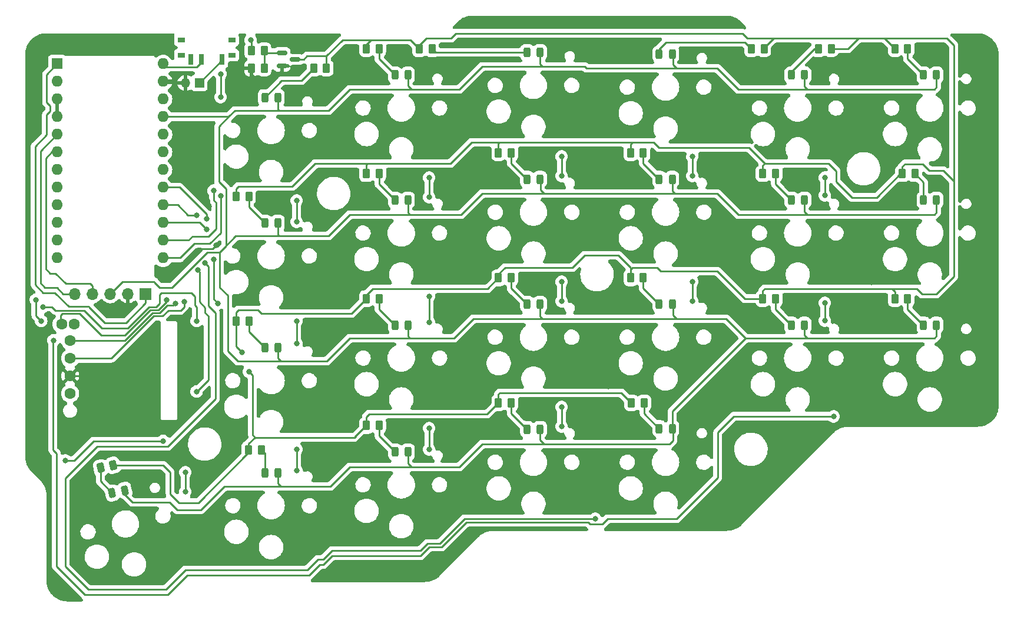
<source format=gtl>
%TF.GenerationSoftware,KiCad,Pcbnew,7.0.5-0*%
%TF.CreationDate,2023-08-04T20:21:57+09:30*%
%TF.ProjectId,Rolio,436f726e-6552-46f6-9c69-6f2e6b696361,rev?*%
%TF.SameCoordinates,Original*%
%TF.FileFunction,Copper,L1,Top*%
%TF.FilePolarity,Positive*%
%FSLAX46Y46*%
G04 Gerber Fmt 4.6, Leading zero omitted, Abs format (unit mm)*
G04 Created by KiCad (PCBNEW 7.0.5-0) date 2023-08-04 20:21:57*
%MOMM*%
%LPD*%
G01*
G04 APERTURE LIST*
G04 Aperture macros list*
%AMRoundRect*
0 Rectangle with rounded corners*
0 $1 Rounding radius*
0 $2 $3 $4 $5 $6 $7 $8 $9 X,Y pos of 4 corners*
0 Add a 4 corners polygon primitive as box body*
4,1,4,$2,$3,$4,$5,$6,$7,$8,$9,$2,$3,0*
0 Add four circle primitives for the rounded corners*
1,1,$1+$1,$2,$3*
1,1,$1+$1,$4,$5*
1,1,$1+$1,$6,$7*
1,1,$1+$1,$8,$9*
0 Add four rect primitives between the rounded corners*
20,1,$1+$1,$2,$3,$4,$5,0*
20,1,$1+$1,$4,$5,$6,$7,0*
20,1,$1+$1,$6,$7,$8,$9,0*
20,1,$1+$1,$8,$9,$2,$3,0*%
G04 Aperture macros list end*
%TA.AperFunction,SMDPad,CuDef*%
%ADD10RoundRect,0.250000X-0.262500X-0.450000X0.262500X-0.450000X0.262500X0.450000X-0.262500X0.450000X0*%
%TD*%
%TA.AperFunction,SMDPad,CuDef*%
%ADD11RoundRect,0.243750X-0.243750X-0.456250X0.243750X-0.456250X0.243750X0.456250X-0.243750X0.456250X0*%
%TD*%
%TA.AperFunction,ComponentPad*%
%ADD12R,1.700000X1.700000*%
%TD*%
%TA.AperFunction,ComponentPad*%
%ADD13O,1.700000X1.700000*%
%TD*%
%TA.AperFunction,SMDPad,CuDef*%
%ADD14RoundRect,0.250000X0.163203X0.494743X-0.350324X0.385590X-0.163203X-0.494743X0.350324X-0.385590X0*%
%TD*%
%TA.AperFunction,ComponentPad*%
%ADD15C,1.600000*%
%TD*%
%TA.AperFunction,SMDPad,CuDef*%
%ADD16R,1.000000X0.800000*%
%TD*%
%TA.AperFunction,SMDPad,CuDef*%
%ADD17R,0.700000X1.500000*%
%TD*%
%TA.AperFunction,SMDPad,CuDef*%
%ADD18RoundRect,0.250000X0.262500X0.450000X-0.262500X0.450000X-0.262500X-0.450000X0.262500X-0.450000X0*%
%TD*%
%TA.AperFunction,ComponentPad*%
%ADD19R,1.600000X1.600000*%
%TD*%
%TA.AperFunction,ComponentPad*%
%ADD20O,1.600000X1.600000*%
%TD*%
%TA.AperFunction,SMDPad,CuDef*%
%ADD21RoundRect,0.150000X-0.587500X-0.150000X0.587500X-0.150000X0.587500X0.150000X-0.587500X0.150000X0*%
%TD*%
%TA.AperFunction,ComponentPad*%
%ADD22R,1.350000X1.350000*%
%TD*%
%TA.AperFunction,ComponentPad*%
%ADD23O,1.350000X1.350000*%
%TD*%
%TA.AperFunction,SMDPad,CuDef*%
%ADD24RoundRect,0.243750X-0.143564X-0.496958X0.333283X-0.395601X0.143564X0.496958X-0.333283X0.395601X0*%
%TD*%
%TA.AperFunction,ViaPad*%
%ADD25C,0.800000*%
%TD*%
%TA.AperFunction,Conductor*%
%ADD26C,0.250000*%
%TD*%
G04 APERTURE END LIST*
D10*
X173787500Y-37980000D03*
X175612500Y-37980000D03*
D11*
X120902500Y-38525000D03*
X122777500Y-38525000D03*
D10*
X135787500Y-52980000D03*
X137612500Y-52980000D03*
D11*
X120902500Y-74775000D03*
X122777500Y-74775000D03*
D10*
X97787500Y-55980000D03*
X99612500Y-55980000D03*
D12*
X66047500Y-73280000D03*
D13*
X63507500Y-73280000D03*
X60967500Y-73280000D03*
X58427500Y-73280000D03*
X55887500Y-73280000D03*
D11*
X139902500Y-38775000D03*
X141777500Y-38775000D03*
X83182500Y-45025000D03*
X85057500Y-45025000D03*
D10*
X81274000Y-40808000D03*
X83099000Y-40808000D03*
D14*
X61352000Y-97958000D03*
X59566880Y-98337438D03*
D15*
X55197500Y-80020000D03*
X55197500Y-82560000D03*
X55197500Y-85100000D03*
X55197500Y-87640000D03*
X53972500Y-77630000D03*
X55822500Y-77630000D03*
D11*
X83182500Y-81025000D03*
X85057500Y-81025000D03*
D10*
X135787500Y-70980000D03*
X137612500Y-70980000D03*
X154787500Y-73980000D03*
X156612500Y-73980000D03*
X174837000Y-55980000D03*
X176662000Y-55980000D03*
X116787500Y-88980000D03*
X118612500Y-88980000D03*
X81274000Y-38268000D03*
X83099000Y-38268000D03*
D11*
X139902500Y-92675000D03*
X141777500Y-92675000D03*
X139902500Y-56775000D03*
X141777500Y-56775000D03*
D16*
X78464000Y-38922000D03*
X78464000Y-36712000D03*
X71164000Y-38922000D03*
X71164000Y-36712000D03*
D17*
X77064000Y-39572000D03*
X74064000Y-39572000D03*
X72564000Y-39572000D03*
D10*
X173787500Y-73980000D03*
X175612500Y-73980000D03*
D11*
X158902500Y-77775000D03*
X160777500Y-77775000D03*
D18*
X154974500Y-38014000D03*
X153149500Y-38014000D03*
D11*
X83182500Y-99025000D03*
X85057500Y-99025000D03*
D10*
X97787500Y-37980000D03*
X99612500Y-37980000D03*
D11*
X177902500Y-77775000D03*
X179777500Y-77775000D03*
X101902500Y-59775000D03*
X103777500Y-59775000D03*
X158902500Y-41775000D03*
X160777500Y-41775000D03*
D10*
X116787500Y-52980000D03*
X118612500Y-52980000D03*
D19*
X53347500Y-40170000D03*
D20*
X53347500Y-42710000D03*
X53347500Y-45250000D03*
X53347500Y-47790000D03*
X53347500Y-50330000D03*
X53347500Y-52870000D03*
X53347500Y-55410000D03*
X53347500Y-57950000D03*
X53347500Y-60490000D03*
X53347500Y-63030000D03*
X53347500Y-65570000D03*
X53347500Y-68110000D03*
X68587500Y-68110000D03*
X68587500Y-65570000D03*
X68587500Y-63030000D03*
X68587500Y-60490000D03*
X68587500Y-57950000D03*
X68587500Y-55410000D03*
X68587500Y-52870000D03*
X68587500Y-50330000D03*
X68587500Y-47790000D03*
X68587500Y-45250000D03*
X68587500Y-42710000D03*
X68587500Y-40170000D03*
D11*
X101902500Y-96025000D03*
X103777500Y-96025000D03*
D10*
X79067500Y-77230000D03*
X80892500Y-77230000D03*
X80857000Y-95720000D03*
X82682000Y-95720000D03*
D18*
X164626500Y-38014000D03*
X162801500Y-38014000D03*
D10*
X135907500Y-88980000D03*
X137732500Y-88980000D03*
D11*
X158902500Y-59775000D03*
X160777500Y-59775000D03*
D21*
X85639000Y-38588000D03*
X85639000Y-40488000D03*
X87514000Y-39538000D03*
D10*
X97787500Y-92230000D03*
X99612500Y-92230000D03*
D11*
X83182500Y-63070000D03*
X85057500Y-63070000D03*
D10*
X105397500Y-38014000D03*
X107222500Y-38014000D03*
X116787500Y-70980000D03*
X118612500Y-70980000D03*
D22*
X73782000Y-42926000D03*
D23*
X71782000Y-42926000D03*
D11*
X120902500Y-56775000D03*
X122777500Y-56775000D03*
D10*
X97787500Y-73980000D03*
X99612500Y-73980000D03*
D11*
X101902500Y-77775000D03*
X103777500Y-77775000D03*
X101902500Y-41775000D03*
X103777500Y-41775000D03*
X139902500Y-74775000D03*
X141777500Y-74775000D03*
X120902500Y-92775000D03*
X122777500Y-92775000D03*
D10*
X79067500Y-59275000D03*
X80892500Y-59275000D03*
D18*
X92061000Y-40808000D03*
X90236000Y-40808000D03*
D11*
X177902500Y-41775000D03*
X179777500Y-41775000D03*
D10*
X154787500Y-55980000D03*
X156612500Y-55980000D03*
D24*
X61241531Y-101951109D03*
X63075557Y-101561275D03*
D11*
X177902500Y-59775000D03*
X179777500Y-59775000D03*
D25*
X76846000Y-44958000D03*
X76846000Y-41656000D03*
X51035500Y-77178000D03*
X50273500Y-74130000D03*
X73387500Y-77178000D03*
X51289500Y-75146000D03*
X117329500Y-74892000D03*
X132569500Y-86576000D03*
X51035500Y-46444000D03*
X98279500Y-77686000D03*
X130791500Y-61684000D03*
X93707500Y-112230000D03*
X109201500Y-55842000D03*
X111233500Y-59906000D03*
X136379500Y-92926000D03*
X103359500Y-56350000D03*
X160001500Y-56096000D03*
X136125500Y-39078000D03*
X113519500Y-104356000D03*
X151365500Y-89370000D03*
X174225500Y-77940000D03*
X136633500Y-74892000D03*
X174479500Y-59906000D03*
X86849500Y-88100000D03*
X79483500Y-42634000D03*
X151365500Y-53556000D03*
X94723500Y-71336000D03*
X98279500Y-96228000D03*
X94469500Y-89370000D03*
X170415500Y-71590000D03*
X69069500Y-70828000D03*
X76181500Y-66256000D03*
X151619500Y-71336000D03*
X75165500Y-60668000D03*
X117075500Y-93180000D03*
X94723500Y-107658000D03*
X132569500Y-104356000D03*
X98279500Y-41872000D03*
X113265500Y-50254000D03*
X95739500Y-55588000D03*
X75927500Y-110706000D03*
X91675500Y-37046000D03*
X94469500Y-53302000D03*
X140951500Y-53556000D03*
X155175500Y-42126000D03*
X55099500Y-38062000D03*
X71863500Y-48984000D03*
X60179500Y-106134000D03*
X62465500Y-76162000D03*
X113519500Y-86576000D03*
X155175500Y-77940000D03*
X73387500Y-85814000D03*
X65767500Y-100546000D03*
X110979500Y-41872000D03*
X71863500Y-46698000D03*
X132061500Y-34506000D03*
X173971500Y-41872000D03*
X170415500Y-89624000D03*
X131045500Y-52540000D03*
X113519500Y-68542000D03*
X62465500Y-83782000D03*
X70339500Y-74638000D03*
X71609500Y-74384000D03*
X69069500Y-74130000D03*
X164984000Y-90932000D03*
X52813500Y-79972000D03*
X130694000Y-105664000D03*
X163714000Y-74590000D03*
X74560000Y-68834000D03*
X74814000Y-62484000D03*
X163714000Y-77130000D03*
X163714000Y-56556000D03*
X163714000Y-59096000D03*
X73387500Y-87338000D03*
X144664000Y-53508000D03*
X125868000Y-89576000D03*
X144664000Y-56302000D03*
X144664000Y-74336000D03*
X125868000Y-92370000D03*
X144664000Y-71542000D03*
X68561500Y-94450000D03*
X73544000Y-69850000D03*
X73387500Y-61938000D03*
X54494000Y-97282000D03*
X74814000Y-64008000D03*
X125868000Y-56302000D03*
X75830000Y-68326000D03*
X106818000Y-92624000D03*
X106818000Y-95672000D03*
X125868000Y-53508000D03*
X76435500Y-74638000D03*
X125868000Y-74336000D03*
X125868000Y-71542000D03*
X106818000Y-56556000D03*
X87768000Y-98720000D03*
X106818000Y-73622000D03*
X106818000Y-59350000D03*
X75830000Y-58420000D03*
X106818000Y-77384000D03*
X87768000Y-95672000D03*
X76846000Y-59182000D03*
X87768000Y-80432000D03*
X71766000Y-98974000D03*
X87768000Y-59858000D03*
X87768000Y-62906000D03*
X71766000Y-101768000D03*
X87768000Y-77178000D03*
X79894000Y-81702000D03*
X80910000Y-84496000D03*
X81164000Y-36744000D03*
D26*
X76846000Y-44958000D02*
X76846000Y-41656000D01*
X50273500Y-76416000D02*
X51035500Y-77178000D01*
X50273500Y-74130000D02*
X50273500Y-76416000D01*
X52559500Y-75146000D02*
X53067500Y-75654000D01*
X72625500Y-73114000D02*
X68307500Y-73114000D01*
X63481500Y-78194000D02*
X59760500Y-78194000D01*
X68053500Y-74638000D02*
X67545500Y-75146000D01*
X73133500Y-73622000D02*
X72625500Y-73114000D01*
X51289500Y-75146000D02*
X52559500Y-75146000D01*
X57220500Y-75654000D02*
X59760500Y-78194000D01*
X68307500Y-73114000D02*
X68053500Y-73368000D01*
X73133500Y-74892000D02*
X73133500Y-73622000D01*
X68053500Y-73368000D02*
X68053500Y-74638000D01*
X67545500Y-75146000D02*
X66529500Y-75146000D01*
X53067500Y-75654000D02*
X57220500Y-75654000D01*
X66529500Y-75146000D02*
X63481500Y-78194000D01*
X73387500Y-77178000D02*
X73387500Y-75146000D01*
X73387500Y-75146000D02*
X73133500Y-74892000D01*
X50176000Y-72000500D02*
X51289500Y-73114000D01*
X66047500Y-74612000D02*
X66047500Y-73280000D01*
X57893500Y-75146000D02*
X60179500Y-77432000D01*
X63227500Y-77432000D02*
X66047500Y-74612000D01*
X53347500Y-40170000D02*
X51797500Y-41720000D01*
X57893500Y-75098000D02*
X57893500Y-75146000D01*
X53018000Y-73114000D02*
X55002000Y-75098000D01*
X52305500Y-46952000D02*
X51797500Y-47460000D01*
X51797500Y-50410500D02*
X50176000Y-52032000D01*
X60179500Y-77432000D02*
X63227500Y-77432000D01*
X51797500Y-41720000D02*
X51797500Y-45682000D01*
X50176000Y-52032000D02*
X50176000Y-72000500D01*
X52305500Y-46190000D02*
X52305500Y-46952000D01*
X55002000Y-75098000D02*
X57893500Y-75098000D01*
X51797500Y-45682000D02*
X52305500Y-46190000D01*
X51797500Y-47460000D02*
X51797500Y-50410500D01*
X51289500Y-73114000D02*
X53018000Y-73114000D01*
X69069500Y-70828000D02*
X69831500Y-70828000D01*
X75165500Y-60668000D02*
X75165500Y-59780396D01*
X78486250Y-44938750D02*
X78467500Y-44920000D01*
X61147500Y-85100000D02*
X62465500Y-83782000D01*
X81274000Y-41630500D02*
X82277500Y-42634000D01*
X72020000Y-43180000D02*
X72020000Y-43348000D01*
X78467500Y-44920000D02*
X78467500Y-43650000D01*
X68803500Y-42926000D02*
X68587500Y-42710000D01*
X71863500Y-46698000D02*
X72371500Y-46190000D01*
X71782000Y-42926000D02*
X68803500Y-42926000D01*
X72879500Y-46190000D02*
X77235000Y-46190000D01*
X75673500Y-66764000D02*
X76181500Y-66256000D01*
X79483500Y-42634000D02*
X84055500Y-42634000D01*
X75673500Y-66764000D02*
X73895500Y-66764000D01*
X84055500Y-42634000D02*
X85639000Y-41050500D01*
X78486250Y-44938750D02*
X77235000Y-46190000D01*
X82277500Y-42634000D02*
X84055500Y-42634000D01*
X85639000Y-41050500D02*
X85639000Y-40488000D01*
X75165500Y-59780396D02*
X71863500Y-56478396D01*
X72879500Y-46190000D02*
X71782000Y-45092500D01*
X71863500Y-48984000D02*
X71863500Y-56478396D01*
X55047500Y-85100000D02*
X61147500Y-85100000D01*
X69831500Y-70828000D02*
X73895500Y-66764000D01*
X71782000Y-45092500D02*
X71782000Y-42926000D01*
X63507500Y-75120000D02*
X63507500Y-73280000D01*
X81274000Y-40808000D02*
X81274000Y-41630500D01*
X51035500Y-46444000D02*
X51035500Y-38824000D01*
X72879500Y-46190000D02*
X72371500Y-46190000D01*
X51797500Y-38062000D02*
X51035500Y-38824000D01*
X55099500Y-38062000D02*
X51797500Y-38062000D01*
X78467500Y-43650000D02*
X79483500Y-42634000D01*
X62465500Y-76162000D02*
X63507500Y-75120000D01*
X62705500Y-71542000D02*
X67291500Y-71542000D01*
X141777500Y-92675000D02*
X141870000Y-92767500D01*
X123074000Y-40554000D02*
X114438000Y-40554000D01*
X103770000Y-97704000D02*
X104278000Y-98212000D01*
X76689500Y-72352000D02*
X76689500Y-67272000D01*
X76592000Y-49190000D02*
X78073000Y-47709000D01*
X179777500Y-43540500D02*
X179462000Y-43856000D01*
X161174000Y-43856000D02*
X151268000Y-43856000D01*
X114438000Y-58842000D02*
X111390000Y-61890000D01*
X104024000Y-61890000D02*
X103777500Y-61643500D01*
X149490000Y-76876000D02*
X142378000Y-76876000D01*
X76592000Y-57150000D02*
X76592000Y-49190000D01*
X85228000Y-46904000D02*
X78878000Y-46904000D01*
X151268000Y-61890000D02*
X148220000Y-58842000D01*
X148220000Y-40808000D02*
X142378000Y-40808000D01*
X113168000Y-76876000D02*
X110374000Y-79670000D01*
X142378000Y-40808000D02*
X141870000Y-40300000D01*
X179777500Y-61574500D02*
X179462000Y-61890000D01*
X103777500Y-43355500D02*
X103777500Y-41775000D01*
X123328000Y-58842000D02*
X122820000Y-58334000D01*
X79023500Y-64938000D02*
X76689500Y-67272000D01*
X67291500Y-71590000D02*
X68053500Y-72352000D01*
X85057500Y-46733500D02*
X85057500Y-45025000D01*
X95388000Y-43856000D02*
X92340000Y-46904000D01*
X85057500Y-82547500D02*
X85057500Y-81025000D01*
X111136000Y-98212000D02*
X104278000Y-98212000D01*
X123328000Y-58842000D02*
X114438000Y-58842000D01*
X122777500Y-94359500D02*
X123328000Y-94910000D01*
X160777500Y-43459500D02*
X160777500Y-41775000D01*
X179777500Y-59775000D02*
X179777500Y-61574500D01*
X179777500Y-77775000D02*
X179777500Y-79354500D01*
X160777500Y-61493500D02*
X160777500Y-59775000D01*
X78073000Y-47709000D02*
X78878000Y-46904000D01*
X92594000Y-101006000D02*
X85736000Y-101006000D01*
X68587500Y-47790000D02*
X77992000Y-47790000D01*
X110374000Y-79670000D02*
X104024000Y-79670000D01*
X141870000Y-40300000D02*
X141870000Y-38867500D01*
X92086000Y-82972000D02*
X85482000Y-82972000D01*
X64146000Y-103292000D02*
X69529500Y-103292000D01*
X151268000Y-43856000D02*
X148220000Y-40808000D01*
X142378000Y-40808000D02*
X129424000Y-40808000D01*
X68053500Y-72352000D02*
X69831500Y-72352000D01*
X114438000Y-40554000D02*
X111136000Y-43856000D01*
X179777500Y-41775000D02*
X179777500Y-43540500D01*
X123328000Y-94910000D02*
X114438000Y-94910000D01*
X85057500Y-64767500D02*
X85057500Y-63070000D01*
X123074000Y-76876000D02*
X122777500Y-76579500D01*
X104024000Y-79670000D02*
X95388000Y-79670000D01*
X122820000Y-58334000D02*
X122820000Y-56817500D01*
X103777500Y-96025000D02*
X103770000Y-96032500D01*
X95388000Y-79670000D02*
X92086000Y-82972000D01*
X141870000Y-38867500D02*
X141777500Y-38775000D01*
X142378000Y-76876000D02*
X123074000Y-76876000D01*
X179462000Y-61890000D02*
X161174000Y-61890000D01*
X122777500Y-92775000D02*
X122777500Y-94359500D01*
X141870000Y-74867500D02*
X141777500Y-74775000D01*
X70593500Y-104356000D02*
X74004000Y-104356000D01*
X179777500Y-79354500D02*
X179462000Y-79670000D01*
X77992000Y-47790000D02*
X78073000Y-47709000D01*
X69831500Y-72352000D02*
X74911500Y-67272000D01*
X142378000Y-76876000D02*
X141870000Y-76368000D01*
X111390000Y-61890000D02*
X104024000Y-61890000D01*
X123328000Y-94910000D02*
X141362000Y-94910000D01*
X79300000Y-82972000D02*
X77862000Y-81534000D01*
X141870000Y-92767500D02*
X141870000Y-94402000D01*
X141777500Y-90176500D02*
X152284000Y-79670000D01*
X95388000Y-98212000D02*
X92594000Y-101006000D01*
X85057500Y-99025000D02*
X85057500Y-100581500D01*
X92340000Y-46904000D02*
X85228000Y-46904000D01*
X77608000Y-58166000D02*
X76592000Y-57150000D01*
X76689500Y-67272000D02*
X77608000Y-66353500D01*
X161174000Y-61890000D02*
X160777500Y-61493500D01*
X141362000Y-94910000D02*
X141870000Y-94402000D01*
X104278000Y-98212000D02*
X95388000Y-98212000D01*
X77608000Y-66353500D02*
X77608000Y-58166000D01*
X74004000Y-104356000D02*
X77354000Y-101006000D01*
X152284000Y-79670000D02*
X149490000Y-76876000D01*
X129170000Y-40554000D02*
X123074000Y-40554000D01*
X104024000Y-79670000D02*
X103777500Y-79423500D01*
X85228000Y-64938000D02*
X92340000Y-64938000D01*
X161174000Y-79670000D02*
X160777500Y-79273500D01*
X103777500Y-79423500D02*
X103777500Y-77775000D01*
X85482000Y-101006000D02*
X85736000Y-101006000D01*
X104278000Y-43856000D02*
X103777500Y-43355500D01*
X104278000Y-43856000D02*
X95388000Y-43856000D01*
X129424000Y-40808000D02*
X129170000Y-40554000D01*
X123074000Y-40554000D02*
X122777500Y-40257500D01*
X77862000Y-81534000D02*
X77862000Y-73524500D01*
X122777500Y-40257500D02*
X122777500Y-38525000D01*
X85482000Y-82972000D02*
X79300000Y-82972000D01*
X85228000Y-64938000D02*
X79023500Y-64938000D01*
X85228000Y-46904000D02*
X85057500Y-46733500D01*
X161174000Y-79670000D02*
X152284000Y-79670000D01*
X142124000Y-58842000D02*
X123328000Y-58842000D01*
X85228000Y-64938000D02*
X85057500Y-64767500D01*
X69529500Y-103292000D02*
X70593500Y-104356000D01*
X77354000Y-101006000D02*
X85736000Y-101006000D01*
X148220000Y-58842000D02*
X142124000Y-58842000D01*
X161174000Y-43856000D02*
X160777500Y-43459500D01*
X141777500Y-58495500D02*
X141777500Y-56775000D01*
X114438000Y-94910000D02*
X111136000Y-98212000D01*
X74911500Y-67272000D02*
X76689500Y-67272000D01*
X63075557Y-101561275D02*
X63075557Y-102221557D01*
X122777500Y-76579500D02*
X122777500Y-74775000D01*
X179462000Y-79670000D02*
X161174000Y-79670000D01*
X85057500Y-100581500D02*
X85482000Y-101006000D01*
X85482000Y-82972000D02*
X85057500Y-82547500D01*
X63075557Y-102221557D02*
X64146000Y-103292000D01*
X122820000Y-56817500D02*
X122777500Y-56775000D01*
X161174000Y-61890000D02*
X151268000Y-61890000D01*
X60967500Y-73280000D02*
X62705500Y-71542000D01*
X103770000Y-96032500D02*
X103770000Y-97704000D01*
X95388000Y-61890000D02*
X92340000Y-64938000D01*
X104024000Y-61890000D02*
X95388000Y-61890000D01*
X141777500Y-92675000D02*
X141777500Y-90176500D01*
X123074000Y-76876000D02*
X113168000Y-76876000D01*
X77862000Y-73524500D02*
X76689500Y-72352000D01*
X67291500Y-71542000D02*
X67291500Y-71590000D01*
X141870000Y-76368000D02*
X141870000Y-74867500D01*
X160777500Y-79273500D02*
X160777500Y-77775000D01*
X111136000Y-43856000D02*
X104278000Y-43856000D01*
X179462000Y-43856000D02*
X161174000Y-43856000D01*
X103777500Y-61643500D02*
X103777500Y-59775000D01*
X142124000Y-58842000D02*
X141777500Y-58495500D01*
X52592000Y-52870000D02*
X51700000Y-53762000D01*
X58050000Y-71796000D02*
X58427500Y-72173500D01*
X54591500Y-71796000D02*
X58050000Y-71796000D01*
X52305500Y-70320000D02*
X53115500Y-70320000D01*
X58427500Y-72173500D02*
X58427500Y-73280000D01*
X51700000Y-53762000D02*
X51700000Y-69714500D01*
X53115500Y-70320000D02*
X54591500Y-71796000D01*
X51700000Y-69714500D02*
X52305500Y-70320000D01*
X53347500Y-52870000D02*
X52592000Y-52870000D01*
X50938000Y-71746500D02*
X51568250Y-72376750D01*
X54200000Y-73280000D02*
X55887500Y-73280000D01*
X50938000Y-52739500D02*
X50938000Y-71746500D01*
X53347500Y-50330000D02*
X50938000Y-52739500D01*
X51568250Y-72376750D02*
X53296750Y-72376750D01*
X53296750Y-72376750D02*
X54200000Y-73280000D01*
X68043896Y-76046000D02*
X67037500Y-76046000D01*
X69133698Y-74956198D02*
X70021302Y-74956198D01*
X63063500Y-80020000D02*
X55047500Y-80020000D01*
X69133698Y-74956198D02*
X68043896Y-76046000D01*
X67037500Y-76046000D02*
X63063500Y-80020000D01*
X70021302Y-74956198D02*
X70339500Y-74638000D01*
X61159896Y-82560000D02*
X55197500Y-82560000D01*
X61159896Y-82560000D02*
X58909500Y-82560000D01*
X69323500Y-75654000D02*
X71101500Y-75654000D01*
X68481500Y-76496000D02*
X69323500Y-75654000D01*
X67223896Y-76496000D02*
X68481500Y-76496000D01*
X71101500Y-75654000D02*
X71609500Y-75146000D01*
X71609500Y-75146000D02*
X71609500Y-74384000D01*
X58909500Y-82560000D02*
X55047500Y-82560000D01*
X61159896Y-82560000D02*
X67223896Y-76496000D01*
X129932000Y-106426000D02*
X131710000Y-106426000D01*
X106818000Y-109728000D02*
X108596000Y-109728000D01*
X67857500Y-75596000D02*
X69069500Y-74384000D01*
X72020000Y-113792000D02*
X89546000Y-113792000D01*
X53224000Y-112522000D02*
X57288000Y-116586000D01*
X108596000Y-109728000D02*
X112152000Y-106172000D01*
X57288000Y-116586000D02*
X69226000Y-116586000D01*
X89546000Y-113792000D02*
X91070000Y-112268000D01*
X131710000Y-106426000D02*
X132472000Y-105664000D01*
X132472000Y-105664000D02*
X142378000Y-105664000D01*
X91070000Y-112268000D02*
X91578000Y-112268000D01*
X142378000Y-105664000D02*
X148317500Y-99724500D01*
X129678000Y-106172000D02*
X129932000Y-106426000D01*
X52716000Y-79936500D02*
X52716000Y-95758000D01*
X69226000Y-116586000D02*
X72020000Y-113792000D01*
X56565500Y-76104000D02*
X59671500Y-79210000D01*
X67857500Y-75596000D02*
X66715896Y-75596000D01*
X105548000Y-110998000D02*
X106818000Y-109728000D01*
X54083500Y-76104000D02*
X56565500Y-76104000D01*
X53224000Y-96266000D02*
X53224000Y-112522000D01*
X92848000Y-110998000D02*
X105548000Y-110998000D01*
X112152000Y-106172000D02*
X129678000Y-106172000D01*
X91578000Y-112268000D02*
X92848000Y-110998000D01*
X164946000Y-90894000D02*
X164984000Y-90932000D01*
X148317500Y-99724500D02*
X148317500Y-93180000D01*
X52716000Y-95758000D02*
X53224000Y-96266000D01*
X53822500Y-77630000D02*
X53822500Y-76365000D01*
X66715896Y-75596000D02*
X63101896Y-79210000D01*
X63101896Y-79210000D02*
X59671500Y-79210000D01*
X148317500Y-93180000D02*
X150603500Y-90894000D01*
X53822500Y-76365000D02*
X54083500Y-76104000D01*
X150603500Y-90894000D02*
X164946000Y-90894000D01*
X69069500Y-74384000D02*
X69069500Y-74130000D01*
X89292000Y-113030000D02*
X71766000Y-113030000D01*
X91578000Y-111506000D02*
X90816000Y-111506000D01*
X68587500Y-57950000D02*
X70923500Y-57950000D01*
X68972000Y-115824000D02*
X57796000Y-115824000D01*
X57796000Y-115824000D02*
X54494000Y-112522000D01*
X108342000Y-109220000D02*
X106564000Y-109220000D01*
X74814000Y-62484000D02*
X74814000Y-61840500D01*
X90816000Y-111506000D02*
X89292000Y-113030000D01*
X111898000Y-105664000D02*
X108342000Y-109220000D01*
X92848000Y-110236000D02*
X91578000Y-111506000D01*
X75068000Y-69342000D02*
X74560000Y-68834000D01*
X74814000Y-61840500D02*
X70923500Y-57950000D01*
X59066000Y-95250000D02*
X69226000Y-95250000D01*
X54494000Y-99822000D02*
X59066000Y-95250000D01*
X54494000Y-112522000D02*
X54494000Y-99822000D01*
X163714000Y-56556000D02*
X163714000Y-59096000D01*
X105548000Y-110236000D02*
X92848000Y-110236000D01*
X76084000Y-76064500D02*
X75068000Y-75048500D01*
X76084000Y-88392000D02*
X76084000Y-76064500D01*
X130694000Y-105664000D02*
X111898000Y-105664000D01*
X75068000Y-75048500D02*
X75068000Y-69342000D01*
X71766000Y-113030000D02*
X68972000Y-115824000D01*
X106564000Y-109220000D02*
X105548000Y-110236000D01*
X163714000Y-74590000D02*
X163714000Y-77130000D01*
X69226000Y-95250000D02*
X76084000Y-88392000D01*
X74618000Y-75242000D02*
X73798000Y-74422000D01*
X144664000Y-71542000D02*
X144664000Y-74336000D01*
X73798000Y-74422000D02*
X73798000Y-70104000D01*
X74618000Y-76004000D02*
X74618000Y-75242000D01*
X73798000Y-70104000D02*
X73544000Y-69850000D01*
X73387500Y-87338000D02*
X75068000Y-85657500D01*
X75068000Y-76454000D02*
X74618000Y-76004000D01*
X125868000Y-89576000D02*
X125868000Y-92370000D01*
X72117500Y-61938000D02*
X70669500Y-60490000D01*
X75068000Y-85657500D02*
X75068000Y-76454000D01*
X73387500Y-61938000D02*
X72117500Y-61938000D01*
X70669500Y-60490000D02*
X68587500Y-60490000D01*
X58558000Y-94488000D02*
X68523500Y-94488000D01*
X144664000Y-53508000D02*
X144664000Y-56302000D01*
X54494000Y-97282000D02*
X55764000Y-97282000D01*
X55764000Y-97282000D02*
X58558000Y-94488000D01*
X125868000Y-53508000D02*
X125868000Y-56302000D01*
X73836000Y-63030000D02*
X74814000Y-64008000D01*
X75830000Y-74032500D02*
X76435500Y-74638000D01*
X125868000Y-74336000D02*
X125868000Y-71542000D01*
X75830000Y-68326000D02*
X75830000Y-74032500D01*
X68587500Y-63030000D02*
X73836000Y-63030000D01*
X106818000Y-92624000D02*
X106818000Y-95672000D01*
X76181500Y-60160000D02*
X75830000Y-59808500D01*
X87768000Y-95672000D02*
X87768000Y-98720000D01*
X76181500Y-63910500D02*
X75068000Y-65024000D01*
X75830000Y-59808500D02*
X75830000Y-58420000D01*
X72236000Y-65570000D02*
X72782000Y-65024000D01*
X106818000Y-77384000D02*
X106818000Y-73622000D01*
X68587500Y-65570000D02*
X72236000Y-65570000D01*
X76181500Y-60160000D02*
X76181500Y-63910500D01*
X106818000Y-56556000D02*
X106818000Y-59350000D01*
X72782000Y-65024000D02*
X75068000Y-65024000D01*
X88458000Y-42586000D02*
X85621500Y-42586000D01*
X85621500Y-42586000D02*
X83182500Y-45025000D01*
X90236000Y-40808000D02*
X88458000Y-42586000D01*
X99612500Y-37980000D02*
X99612500Y-39485000D01*
X99612500Y-39485000D02*
X101902500Y-41775000D01*
X71025500Y-68110000D02*
X73095500Y-66040000D01*
X73095500Y-66040000D02*
X75284000Y-66040000D01*
X71766000Y-98974000D02*
X71766000Y-101768000D01*
X76846000Y-64478000D02*
X76846000Y-59182000D01*
X75284000Y-66040000D02*
X76846000Y-64478000D01*
X87768000Y-80432000D02*
X87768000Y-77178000D01*
X87768000Y-59858000D02*
X87768000Y-62906000D01*
X68587500Y-68110000D02*
X71025500Y-68110000D01*
X120902500Y-38525000D02*
X107733500Y-38525000D01*
X107733500Y-38525000D02*
X107222500Y-38014000D01*
X153149500Y-38014000D02*
X152181500Y-37046000D01*
X139902500Y-38062000D02*
X139902500Y-38775000D01*
X140918500Y-37046000D02*
X139902500Y-38062000D01*
X152181500Y-37046000D02*
X140918500Y-37046000D01*
X158902500Y-41301500D02*
X158902500Y-41775000D01*
X162190000Y-38014000D02*
X158902500Y-41301500D01*
X162801500Y-38014000D02*
X162190000Y-38014000D01*
X175612500Y-37980000D02*
X175612500Y-39485000D01*
X175612500Y-39485000D02*
X177902500Y-41775000D01*
X80892500Y-60780000D02*
X83182500Y-63070000D01*
X80892500Y-59275000D02*
X80892500Y-60780000D01*
X99612500Y-57485000D02*
X101902500Y-59775000D01*
X99612500Y-55980000D02*
X99612500Y-57485000D01*
X118612500Y-54485000D02*
X120902500Y-56775000D01*
X118612500Y-52980000D02*
X118612500Y-54485000D01*
X137612500Y-52980000D02*
X137612500Y-54485000D01*
X137612500Y-54485000D02*
X139902500Y-56775000D01*
X156612500Y-57485000D02*
X158902500Y-59775000D01*
X156612500Y-55980000D02*
X156612500Y-57485000D01*
X177902500Y-59775000D02*
X177902500Y-57220500D01*
X177902500Y-57220500D02*
X176662000Y-55980000D01*
X80892500Y-77230000D02*
X80892500Y-78735000D01*
X80892500Y-78735000D02*
X83182500Y-81025000D01*
X99612500Y-73980000D02*
X99612500Y-75485000D01*
X99612500Y-75485000D02*
X101902500Y-77775000D01*
X118612500Y-70980000D02*
X118612500Y-72485000D01*
X118612500Y-72485000D02*
X120902500Y-74775000D01*
X137612500Y-70980000D02*
X137612500Y-72485000D01*
X137612500Y-72485000D02*
X139902500Y-74775000D01*
X156612500Y-75485000D02*
X158902500Y-77775000D01*
X156612500Y-73980000D02*
X156612500Y-75485000D01*
X175612500Y-73980000D02*
X175612500Y-75485000D01*
X175612500Y-75485000D02*
X177902500Y-77775000D01*
X59566880Y-98337438D02*
X59566880Y-100276458D01*
X59566880Y-100276458D02*
X61241531Y-101951109D01*
X83182500Y-99025000D02*
X83182500Y-96220500D01*
X83182500Y-96220500D02*
X82682000Y-95720000D01*
X99612500Y-92230000D02*
X99612500Y-93735000D01*
X99612500Y-93735000D02*
X101902500Y-96025000D01*
X83099000Y-40808000D02*
X83099000Y-38268000D01*
X85639000Y-38588000D02*
X83419000Y-38588000D01*
X83419000Y-38588000D02*
X83099000Y-38268000D01*
X116787500Y-51666500D02*
X116787500Y-52980000D01*
X127392000Y-69510000D02*
X129170000Y-67732000D01*
X165335500Y-55637500D02*
X165335500Y-57112000D01*
X174595500Y-55980000D02*
X174837000Y-55980000D01*
X79067500Y-80875500D02*
X79894000Y-81702000D01*
X69577500Y-102070000D02*
X69577500Y-98974000D01*
X90453500Y-54524000D02*
X99295500Y-54524000D01*
X105397500Y-37548000D02*
X105397500Y-38014000D01*
X151873500Y-35776000D02*
X110677500Y-35776000D01*
X98944000Y-36744000D02*
X104127500Y-36744000D01*
X115209500Y-72558000D02*
X116787500Y-70980000D01*
X167621500Y-59398000D02*
X171177500Y-59398000D01*
X96123500Y-93894000D02*
X97787500Y-92230000D01*
X136028000Y-51476000D02*
X139076000Y-51476000D01*
X90453500Y-54524000D02*
X103867500Y-54524000D01*
X154974500Y-37863500D02*
X156348000Y-36490000D01*
X81418000Y-93590500D02*
X81769500Y-93942000D01*
X94372000Y-36744000D02*
X98944000Y-36744000D01*
X109866000Y-54524000D02*
X112914000Y-51476000D01*
X98436000Y-36744000D02*
X98944000Y-36744000D01*
X164626500Y-38014000D02*
X167016000Y-38014000D01*
X135787500Y-69750500D02*
X135787500Y-70980000D01*
X79386000Y-75606000D02*
X82180000Y-75606000D01*
X116787500Y-87734500D02*
X116978000Y-87544000D01*
X139584000Y-69510000D02*
X140092000Y-70018000D01*
X178749500Y-55540000D02*
X180732000Y-55540000D01*
X97787500Y-73460500D02*
X98690000Y-72558000D01*
X156348000Y-36490000D02*
X168540000Y-36490000D01*
X139838000Y-52238000D02*
X152792000Y-52238000D01*
X109963500Y-36490000D02*
X106455500Y-36490000D01*
X106455500Y-36490000D02*
X105397500Y-37548000D01*
X97787500Y-73980000D02*
X97787500Y-73460500D01*
X80857000Y-96124500D02*
X73641500Y-103340000D01*
X110677500Y-35776000D02*
X109963500Y-36490000D01*
X182256000Y-57064000D02*
X182256000Y-70780000D01*
X96075500Y-93942000D02*
X97787500Y-92230000D01*
X98690000Y-72558000D02*
X115209500Y-72558000D01*
X152182000Y-73980000D02*
X154787500Y-73980000D01*
X79067500Y-59275000D02*
X79067500Y-58144500D01*
X167016000Y-38014000D02*
X168540000Y-36490000D01*
X61352000Y-97958000D02*
X68561500Y-97958000D01*
X154787500Y-55980000D02*
X154787500Y-54814500D01*
X117740000Y-69510000D02*
X127392000Y-69510000D01*
X156348000Y-36490000D02*
X152587500Y-36490000D01*
X80910000Y-84496000D02*
X81418000Y-85004000D01*
X90453500Y-54524000D02*
X109866000Y-54524000D01*
X116787500Y-70980000D02*
X116787500Y-70462500D01*
X92061000Y-40808000D02*
X92061000Y-39055000D01*
X173787500Y-73980000D02*
X173787500Y-72979500D01*
X135787500Y-52980000D02*
X135787500Y-51716500D01*
X174837000Y-55980000D02*
X174837000Y-54976500D01*
X165335500Y-57112000D02*
X167621500Y-59398000D01*
X97787500Y-37392500D02*
X98436000Y-36744000D01*
X95653500Y-76114000D02*
X97787500Y-73980000D01*
X164222000Y-54524000D02*
X165335500Y-55637500D01*
X154787500Y-72848500D02*
X155078000Y-72558000D01*
X129170000Y-67732000D02*
X133996000Y-67732000D01*
X182256000Y-37506000D02*
X182256000Y-57064000D01*
X92594000Y-54524000D02*
X97928000Y-54524000D01*
X112914000Y-51476000D02*
X116978000Y-51476000D01*
X104127500Y-36744000D02*
X105397500Y-38014000D01*
X173112000Y-72558000D02*
X155078000Y-72558000D01*
X135787500Y-51716500D02*
X136028000Y-51476000D01*
X135787500Y-69523500D02*
X135787500Y-69750500D01*
X155078000Y-54524000D02*
X164222000Y-54524000D01*
X70847500Y-103340000D02*
X69577500Y-102070000D01*
X116978000Y-51476000D02*
X116787500Y-51666500D01*
X177684000Y-73320000D02*
X179716000Y-73320000D01*
X79386000Y-57826000D02*
X87151500Y-57826000D01*
X98182000Y-90592000D02*
X115175500Y-90592000D01*
X152792000Y-52238000D02*
X155078000Y-54524000D01*
X79067500Y-77230000D02*
X79067500Y-75924500D01*
X154974500Y-38014000D02*
X154974500Y-37863500D01*
X173112000Y-72558000D02*
X176922000Y-72558000D01*
X99295500Y-54524000D02*
X103867500Y-54524000D01*
X69577500Y-98974000D02*
X68561500Y-97958000D01*
X172297500Y-36490000D02*
X173787500Y-37980000D01*
X133996000Y-67732000D02*
X135787500Y-69523500D01*
X176922000Y-72558000D02*
X177684000Y-73320000D01*
X87151500Y-57826000D02*
X90453500Y-54524000D01*
X97928000Y-54524000D02*
X99295500Y-54524000D01*
X79067500Y-77230000D02*
X79067500Y-80875500D01*
X97787500Y-37980000D02*
X97787500Y-37392500D01*
X116978000Y-87544000D02*
X134471500Y-87544000D01*
X173787500Y-72979500D02*
X173366000Y-72558000D01*
X148220000Y-70018000D02*
X152182000Y-73980000D01*
X88784000Y-39538000D02*
X89267000Y-39055000D01*
X116978000Y-51476000D02*
X136028000Y-51476000D01*
X87514000Y-39538000D02*
X88784000Y-39538000D01*
X79067500Y-75924500D02*
X79386000Y-75606000D01*
X136028000Y-69510000D02*
X139584000Y-69510000D01*
X82180000Y-75606000D02*
X82688000Y-76114000D01*
X81769500Y-93942000D02*
X80857000Y-94854500D01*
X135787500Y-69750500D02*
X136028000Y-69510000D01*
X80857000Y-94854500D02*
X80857000Y-95720000D01*
X80857000Y-95720000D02*
X80857000Y-96124500D01*
X181240000Y-36490000D02*
X182256000Y-37506000D01*
X134471500Y-87544000D02*
X135907500Y-88980000D01*
X79067500Y-58144500D02*
X79386000Y-57826000D01*
X82688000Y-76114000D02*
X95653500Y-76114000D01*
X154787500Y-54814500D02*
X155078000Y-54524000D01*
X103867500Y-54524000D02*
X109866000Y-54524000D01*
X179716000Y-73320000D02*
X182256000Y-70780000D01*
X115175500Y-90592000D02*
X116787500Y-88980000D01*
X180732000Y-55540000D02*
X182256000Y-57064000D01*
X139076000Y-51476000D02*
X139838000Y-52238000D01*
X81769500Y-93942000D02*
X96075500Y-93942000D01*
X152587500Y-36490000D02*
X151873500Y-35776000D01*
X81418000Y-85004000D02*
X81418000Y-93590500D01*
X154787500Y-73980000D02*
X154787500Y-72848500D01*
X92061000Y-39055000D02*
X94372000Y-36744000D01*
X97787500Y-92230000D02*
X97787500Y-90986500D01*
X171177500Y-59398000D02*
X174595500Y-55980000D01*
X173366000Y-72558000D02*
X173112000Y-72558000D01*
X97787500Y-54664500D02*
X97787500Y-55980000D01*
X140092000Y-70018000D02*
X148220000Y-70018000D01*
X172297500Y-36490000D02*
X181240000Y-36490000D01*
X97787500Y-90986500D02*
X98182000Y-90592000D01*
X116787500Y-88980000D02*
X116787500Y-87734500D01*
X73641500Y-103340000D02*
X70847500Y-103340000D01*
X97928000Y-54524000D02*
X97787500Y-54664500D01*
X175241500Y-54572000D02*
X177781500Y-54572000D01*
X89267000Y-39055000D02*
X92061000Y-39055000D01*
X116787500Y-70462500D02*
X117740000Y-69510000D01*
X168540000Y-36490000D02*
X172297500Y-36490000D01*
X177781500Y-54572000D02*
X178749500Y-55540000D01*
X174837000Y-54976500D02*
X175241500Y-54572000D01*
X81274000Y-36854000D02*
X81164000Y-36744000D01*
X81274000Y-38268000D02*
X81274000Y-36854000D01*
X118612500Y-90485000D02*
X120902500Y-92775000D01*
X118612500Y-88980000D02*
X118612500Y-90485000D01*
X77064000Y-39644000D02*
X73782000Y-42926000D01*
X77064000Y-39572000D02*
X77064000Y-39644000D01*
X69064500Y-40647000D02*
X68587500Y-40170000D01*
X74064000Y-39572000D02*
X74064000Y-39972000D01*
X74064000Y-39972000D02*
X73389000Y-40647000D01*
X73389000Y-40647000D02*
X69064500Y-40647000D01*
X137732500Y-88980000D02*
X137732500Y-90505000D01*
X137732500Y-90505000D02*
X139902500Y-92675000D01*
%TA.AperFunction,Conductor*%
G36*
X70066211Y-35795454D02*
G01*
X70146993Y-35849430D01*
X70200969Y-35930212D01*
X70219923Y-36025500D01*
X70204223Y-36112515D01*
X70196458Y-36133336D01*
X70169909Y-36204516D01*
X70163500Y-36264123D01*
X70163500Y-37159865D01*
X70163500Y-37159868D01*
X70163501Y-37159872D01*
X70165090Y-37174654D01*
X70169908Y-37219480D01*
X70169909Y-37219484D01*
X70220203Y-37354329D01*
X70220204Y-37354331D01*
X70306454Y-37469546D01*
X70421669Y-37555796D01*
X70496483Y-37583700D01*
X70579138Y-37634758D01*
X70635964Y-37713561D01*
X70658307Y-37808112D01*
X70642767Y-37904016D01*
X70591708Y-37986672D01*
X70512905Y-38043498D01*
X70496492Y-38050296D01*
X70464506Y-38062227D01*
X70421669Y-38078204D01*
X70306455Y-38164453D01*
X70306453Y-38164455D01*
X70220204Y-38279669D01*
X70169908Y-38414518D01*
X70163500Y-38474123D01*
X70163500Y-39363682D01*
X70144546Y-39458970D01*
X70090570Y-39539752D01*
X70009788Y-39593728D01*
X69914500Y-39612682D01*
X69819212Y-39593728D01*
X69738430Y-39539752D01*
X69710530Y-39506501D01*
X69700974Y-39492854D01*
X69587547Y-39330861D01*
X69426639Y-39169953D01*
X69426635Y-39169950D01*
X69426634Y-39169949D01*
X69240241Y-39039436D01*
X69240227Y-39039428D01*
X69033999Y-38943262D01*
X69033996Y-38943261D01*
X68814194Y-38884365D01*
X68814179Y-38884363D01*
X68587506Y-38864532D01*
X68587494Y-38864532D01*
X68360820Y-38884363D01*
X68360805Y-38884365D01*
X68141003Y-38943261D01*
X68141000Y-38943262D01*
X67934772Y-39039428D01*
X67934758Y-39039436D01*
X67748361Y-39169952D01*
X67744737Y-39173576D01*
X67741331Y-39175851D01*
X67740034Y-39176940D01*
X67739914Y-39176797D01*
X67663953Y-39227549D01*
X67568664Y-39246499D01*
X67473377Y-39227541D01*
X67392598Y-39173561D01*
X67338625Y-39092777D01*
X67338492Y-39092455D01*
X67322883Y-39054617D01*
X67322882Y-39054616D01*
X67322772Y-39054571D01*
X67322502Y-39054459D01*
X67273086Y-39054459D01*
X67272880Y-39054500D01*
X66826872Y-39054500D01*
X66810604Y-39053434D01*
X66681570Y-39036446D01*
X66673190Y-39041285D01*
X66593150Y-39054500D01*
X55351850Y-39054500D01*
X55262022Y-39036632D01*
X55134396Y-39053434D01*
X55118128Y-39054500D01*
X54672120Y-39054500D01*
X54671914Y-39054459D01*
X54644033Y-39054459D01*
X54548745Y-39035505D01*
X54494816Y-39004795D01*
X54389831Y-38926204D01*
X54277655Y-38884365D01*
X54254981Y-38875908D01*
X54195373Y-38869500D01*
X52499634Y-38869500D01*
X52499630Y-38869500D01*
X52499628Y-38869501D01*
X52487572Y-38870797D01*
X52440019Y-38875908D01*
X52440015Y-38875909D01*
X52305170Y-38926203D01*
X52189955Y-39012453D01*
X52189953Y-39012455D01*
X52103704Y-39127669D01*
X52053408Y-39262518D01*
X52047000Y-39322123D01*
X52046999Y-39322129D01*
X52046999Y-40482767D01*
X52028045Y-40578055D01*
X51974069Y-40658836D01*
X51417558Y-41215348D01*
X51408883Y-41223242D01*
X51395628Y-41234208D01*
X51349617Y-41283204D01*
X51346900Y-41286007D01*
X51327390Y-41305518D01*
X51327361Y-41305551D01*
X51324902Y-41308719D01*
X51317312Y-41317603D01*
X51287440Y-41349413D01*
X51287434Y-41349422D01*
X51282520Y-41358361D01*
X51261087Y-41390992D01*
X51254829Y-41399061D01*
X51254826Y-41399064D01*
X51237492Y-41439120D01*
X51232332Y-41449652D01*
X51211305Y-41487901D01*
X51211302Y-41487909D01*
X51208766Y-41497786D01*
X51196115Y-41534736D01*
X51192062Y-41544102D01*
X51185232Y-41587222D01*
X51182853Y-41598709D01*
X51172000Y-41640980D01*
X51172000Y-41651175D01*
X51168935Y-41690121D01*
X51167340Y-41700192D01*
X51167340Y-41700195D01*
X51171447Y-41743645D01*
X51172000Y-41755368D01*
X51172000Y-45593802D01*
X51171447Y-45605523D01*
X51169827Y-45622663D01*
X51169827Y-45622666D01*
X51169827Y-45622667D01*
X51171939Y-45689891D01*
X51172000Y-45693764D01*
X51172000Y-45721348D01*
X51172001Y-45721364D01*
X51172500Y-45725320D01*
X51173419Y-45737000D01*
X51174790Y-45780628D01*
X51177635Y-45790419D01*
X51185557Y-45828669D01*
X51186836Y-45838791D01*
X51202905Y-45879380D01*
X51206705Y-45890480D01*
X51218442Y-45930877D01*
X51218882Y-45932390D01*
X51224075Y-45941172D01*
X51241257Y-45976244D01*
X51245014Y-45985732D01*
X51245014Y-45985733D01*
X51270672Y-46021048D01*
X51277115Y-46030857D01*
X51299328Y-46068418D01*
X51299333Y-46068423D01*
X51306543Y-46075634D01*
X51331908Y-46105332D01*
X51337906Y-46113587D01*
X51351446Y-46124788D01*
X51371529Y-46141402D01*
X51380210Y-46149301D01*
X51607070Y-46376160D01*
X51661046Y-46456942D01*
X51680000Y-46552230D01*
X51680000Y-46589769D01*
X51661046Y-46685057D01*
X51607070Y-46765839D01*
X51607069Y-46765839D01*
X51417565Y-46955342D01*
X51408891Y-46963235D01*
X51395629Y-46974207D01*
X51349617Y-47023204D01*
X51346900Y-47026007D01*
X51327390Y-47045518D01*
X51327361Y-47045551D01*
X51324902Y-47048719D01*
X51317312Y-47057603D01*
X51287440Y-47089413D01*
X51287434Y-47089422D01*
X51282520Y-47098361D01*
X51261087Y-47130992D01*
X51254829Y-47139061D01*
X51254826Y-47139064D01*
X51237492Y-47179120D01*
X51232332Y-47189652D01*
X51211305Y-47227901D01*
X51211302Y-47227909D01*
X51208766Y-47237786D01*
X51196115Y-47274736D01*
X51192062Y-47284102D01*
X51185232Y-47327222D01*
X51182853Y-47338709D01*
X51172000Y-47380980D01*
X51172000Y-47391175D01*
X51168935Y-47430121D01*
X51167340Y-47440192D01*
X51167340Y-47440195D01*
X51171447Y-47483645D01*
X51172000Y-47495368D01*
X51172000Y-50048268D01*
X51153046Y-50143556D01*
X51099070Y-50224338D01*
X49796058Y-51527348D01*
X49787383Y-51535242D01*
X49774128Y-51546208D01*
X49728117Y-51595204D01*
X49725400Y-51598007D01*
X49705890Y-51617518D01*
X49705882Y-51617526D01*
X49705880Y-51617529D01*
X49703429Y-51620688D01*
X49695827Y-51629587D01*
X49665941Y-51661413D01*
X49665934Y-51661422D01*
X49661020Y-51670361D01*
X49639587Y-51702992D01*
X49633329Y-51711061D01*
X49633326Y-51711064D01*
X49615992Y-51751120D01*
X49610832Y-51761652D01*
X49589805Y-51799901D01*
X49589802Y-51799909D01*
X49587266Y-51809786D01*
X49574615Y-51846736D01*
X49570562Y-51856102D01*
X49563732Y-51899222D01*
X49561353Y-51910709D01*
X49550500Y-51952980D01*
X49550500Y-51963175D01*
X49547435Y-52002121D01*
X49545840Y-52012192D01*
X49545840Y-52012195D01*
X49549947Y-52055645D01*
X49550500Y-52067368D01*
X49550500Y-71912302D01*
X49549947Y-71924023D01*
X49548327Y-71941163D01*
X49548327Y-71941166D01*
X49548327Y-71941167D01*
X49550439Y-72008391D01*
X49550500Y-72012264D01*
X49550500Y-72039848D01*
X49550501Y-72039864D01*
X49551000Y-72043820D01*
X49551919Y-72055500D01*
X49553290Y-72099128D01*
X49556135Y-72108919D01*
X49564057Y-72147169D01*
X49565336Y-72157291D01*
X49581405Y-72197880D01*
X49585205Y-72208980D01*
X49595736Y-72245226D01*
X49597382Y-72250890D01*
X49602575Y-72259672D01*
X49619757Y-72294744D01*
X49623514Y-72304232D01*
X49623514Y-72304233D01*
X49649172Y-72339548D01*
X49655615Y-72349357D01*
X49677828Y-72386918D01*
X49677833Y-72386923D01*
X49685043Y-72394134D01*
X49710408Y-72423832D01*
X49716406Y-72432087D01*
X49733349Y-72446103D01*
X49750029Y-72459902D01*
X49758710Y-72467801D01*
X50136255Y-72845345D01*
X50190231Y-72926127D01*
X50209185Y-73021415D01*
X50190231Y-73116703D01*
X50136255Y-73197485D01*
X50055473Y-73251461D01*
X50011963Y-73264972D01*
X49993708Y-73268852D01*
X49993689Y-73268858D01*
X49820771Y-73345847D01*
X49667626Y-73457114D01*
X49540969Y-73597780D01*
X49448204Y-73758454D01*
X49446321Y-73761716D01*
X49437095Y-73790112D01*
X49387825Y-73941744D01*
X49368040Y-74130000D01*
X49387825Y-74318255D01*
X49401370Y-74359940D01*
X49446321Y-74498284D01*
X49446322Y-74498286D01*
X49446323Y-74498288D01*
X49446324Y-74498290D01*
X49527198Y-74638367D01*
X49540967Y-74662216D01*
X49584042Y-74710056D01*
X49633717Y-74793548D01*
X49648000Y-74876669D01*
X49648000Y-76327802D01*
X49647447Y-76339523D01*
X49645827Y-76356663D01*
X49645827Y-76356666D01*
X49645827Y-76356667D01*
X49647939Y-76423891D01*
X49648000Y-76427764D01*
X49648000Y-76455348D01*
X49648001Y-76455364D01*
X49648500Y-76459320D01*
X49649419Y-76471000D01*
X49650790Y-76514628D01*
X49653635Y-76524419D01*
X49661557Y-76562669D01*
X49661681Y-76563649D01*
X49662836Y-76572792D01*
X49667321Y-76584120D01*
X49678905Y-76613380D01*
X49682705Y-76624480D01*
X49688894Y-76645780D01*
X49694882Y-76666390D01*
X49700075Y-76675172D01*
X49717257Y-76710244D01*
X49721014Y-76719732D01*
X49721014Y-76719733D01*
X49746672Y-76755048D01*
X49753115Y-76764857D01*
X49775328Y-76802418D01*
X49775333Y-76802423D01*
X49782543Y-76809634D01*
X49807908Y-76839332D01*
X49813906Y-76847587D01*
X49847529Y-76875402D01*
X49856210Y-76883301D01*
X50065239Y-77092329D01*
X50119215Y-77173111D01*
X50136805Y-77242371D01*
X50144425Y-77314866D01*
X50149826Y-77366256D01*
X50208321Y-77546284D01*
X50302967Y-77710216D01*
X50302969Y-77710219D01*
X50421219Y-77841548D01*
X50429629Y-77850888D01*
X50516705Y-77914152D01*
X50582771Y-77962152D01*
X50755689Y-78039141D01*
X50755692Y-78039142D01*
X50755697Y-78039144D01*
X50940854Y-78078500D01*
X51130145Y-78078500D01*
X51130146Y-78078500D01*
X51315303Y-78039144D01*
X51330015Y-78032594D01*
X51488228Y-77962152D01*
X51488228Y-77962151D01*
X51488230Y-77962151D01*
X51641371Y-77850888D01*
X51768033Y-77710216D01*
X51862679Y-77546284D01*
X51921174Y-77366256D01*
X51940960Y-77178000D01*
X51921174Y-76989744D01*
X51862679Y-76809716D01*
X51768033Y-76645784D01*
X51768031Y-76645781D01*
X51768030Y-76645780D01*
X51641373Y-76505114D01*
X51641372Y-76505113D01*
X51641371Y-76505112D01*
X51537930Y-76429958D01*
X51471981Y-76358615D01*
X51438355Y-76267465D01*
X51442169Y-76170385D01*
X51482844Y-76082154D01*
X51554187Y-76016205D01*
X51583001Y-76001044D01*
X51742230Y-75930151D01*
X51776565Y-75905205D01*
X51895142Y-75819055D01*
X51983372Y-75778380D01*
X52041500Y-75771500D01*
X52197270Y-75771500D01*
X52292558Y-75790454D01*
X52373340Y-75844430D01*
X52562847Y-76033938D01*
X52570748Y-76042621D01*
X52581713Y-76055876D01*
X52630688Y-76101867D01*
X52633496Y-76104588D01*
X52653022Y-76124114D01*
X52653025Y-76124116D01*
X52653029Y-76124120D01*
X52656174Y-76126559D01*
X52665092Y-76134176D01*
X52696914Y-76164059D01*
X52696915Y-76164059D01*
X52696918Y-76164062D01*
X52705858Y-76168976D01*
X52738508Y-76190424D01*
X52746564Y-76196673D01*
X52746565Y-76196673D01*
X52746566Y-76196674D01*
X52786614Y-76214004D01*
X52797155Y-76219167D01*
X52812190Y-76227433D01*
X52835408Y-76240197D01*
X52845288Y-76242733D01*
X52882244Y-76255386D01*
X52891604Y-76259437D01*
X52934704Y-76266263D01*
X52946188Y-76268641D01*
X52959782Y-76272131D01*
X53047364Y-76314185D01*
X53112186Y-76386554D01*
X53144379Y-76478220D01*
X53139043Y-76575228D01*
X53096989Y-76662810D01*
X53073934Y-76689379D01*
X52972452Y-76790861D01*
X52841936Y-76977258D01*
X52841928Y-76977272D01*
X52745762Y-77183500D01*
X52745761Y-77183503D01*
X52686865Y-77403305D01*
X52686863Y-77403320D01*
X52667032Y-77629994D01*
X52667032Y-77630005D01*
X52686863Y-77856679D01*
X52686865Y-77856694D01*
X52745761Y-78076496D01*
X52745762Y-78076499D01*
X52841928Y-78282727D01*
X52841936Y-78282741D01*
X52971939Y-78468405D01*
X52972453Y-78469139D01*
X53133361Y-78630047D01*
X53133364Y-78630049D01*
X53133367Y-78630052D01*
X53134258Y-78630676D01*
X53134860Y-78631305D01*
X53141691Y-78637037D01*
X53141063Y-78637785D01*
X53201440Y-78700859D01*
X53236650Y-78791409D01*
X53234527Y-78888541D01*
X53195395Y-78977467D01*
X53125212Y-79044649D01*
X53034662Y-79079859D01*
X52939662Y-79078199D01*
X52908146Y-79071500D01*
X52718854Y-79071500D01*
X52533703Y-79110854D01*
X52533689Y-79110858D01*
X52360771Y-79187847D01*
X52207626Y-79299114D01*
X52080969Y-79439780D01*
X51986322Y-79603714D01*
X51927825Y-79783744D01*
X51908040Y-79972000D01*
X51927825Y-80160255D01*
X51948046Y-80222486D01*
X51986321Y-80340284D01*
X52057141Y-80462948D01*
X52088370Y-80554944D01*
X52090500Y-80587446D01*
X52090500Y-95669802D01*
X52089947Y-95681523D01*
X52088327Y-95698663D01*
X52088327Y-95698666D01*
X52088327Y-95698667D01*
X52090439Y-95765891D01*
X52090500Y-95769764D01*
X52090500Y-95797348D01*
X52090501Y-95797364D01*
X52091000Y-95801320D01*
X52091919Y-95813000D01*
X52093290Y-95856628D01*
X52096135Y-95866419D01*
X52104057Y-95904669D01*
X52105336Y-95914792D01*
X52108063Y-95921679D01*
X52121405Y-95955380D01*
X52125205Y-95966480D01*
X52136931Y-96006838D01*
X52137382Y-96008390D01*
X52142575Y-96017172D01*
X52159757Y-96052244D01*
X52163514Y-96061732D01*
X52163514Y-96061733D01*
X52189172Y-96097048D01*
X52195615Y-96106857D01*
X52217828Y-96144418D01*
X52217833Y-96144423D01*
X52225043Y-96151634D01*
X52250408Y-96181332D01*
X52256406Y-96189587D01*
X52289381Y-96216866D01*
X52290029Y-96217402D01*
X52298710Y-96225301D01*
X52525570Y-96452160D01*
X52579546Y-96532942D01*
X52598500Y-96628230D01*
X52598500Y-112433802D01*
X52597947Y-112445523D01*
X52596327Y-112462663D01*
X52596327Y-112462666D01*
X52596327Y-112462667D01*
X52598439Y-112529891D01*
X52598500Y-112533764D01*
X52598500Y-112561348D01*
X52598501Y-112561364D01*
X52599000Y-112565320D01*
X52599919Y-112577000D01*
X52601290Y-112620628D01*
X52604135Y-112630419D01*
X52612057Y-112668669D01*
X52613336Y-112678791D01*
X52629405Y-112719380D01*
X52633205Y-112730480D01*
X52643575Y-112766170D01*
X52645382Y-112772390D01*
X52650575Y-112781172D01*
X52667757Y-112816244D01*
X52671514Y-112825732D01*
X52671514Y-112825733D01*
X52697172Y-112861048D01*
X52703615Y-112870857D01*
X52725828Y-112908418D01*
X52725833Y-112908423D01*
X52733043Y-112915634D01*
X52758408Y-112945332D01*
X52764406Y-112953587D01*
X52779931Y-112966430D01*
X52798029Y-112981402D01*
X52806710Y-112989301D01*
X56783348Y-116965940D01*
X56791245Y-116974619D01*
X56802210Y-116987872D01*
X56802212Y-116987873D01*
X56802214Y-116987877D01*
X56851188Y-117033867D01*
X56853995Y-117036587D01*
X56873522Y-117056114D01*
X56873525Y-117056116D01*
X56873529Y-117056120D01*
X56876674Y-117058559D01*
X56885592Y-117066176D01*
X56917414Y-117096059D01*
X56917416Y-117096060D01*
X56917418Y-117096062D01*
X56917846Y-117096297D01*
X56918507Y-117096852D01*
X56930094Y-117105271D01*
X56929498Y-117106091D01*
X56992218Y-117158810D01*
X57037006Y-117245026D01*
X57045391Y-117341818D01*
X57016097Y-117434452D01*
X56953584Y-117508824D01*
X56867368Y-117553612D01*
X56797894Y-117563500D01*
X54800767Y-117563500D01*
X54794249Y-117563329D01*
X54664063Y-117556505D01*
X54491384Y-117546808D01*
X54487902Y-117546564D01*
X54481294Y-117546006D01*
X54477209Y-117545662D01*
X54468198Y-117544570D01*
X54321893Y-117521398D01*
X54187777Y-117498611D01*
X54162219Y-117494269D01*
X54150846Y-117491785D01*
X54000791Y-117451577D01*
X53848360Y-117407662D01*
X53838215Y-117404261D01*
X53692810Y-117348444D01*
X53689783Y-117347237D01*
X53545776Y-117287588D01*
X53536901Y-117283497D01*
X53439389Y-117233812D01*
X53397431Y-117212433D01*
X53393767Y-117210488D01*
X53257990Y-117135447D01*
X53250407Y-117130897D01*
X53118763Y-117045407D01*
X53114554Y-117042549D01*
X53037494Y-116987872D01*
X52988361Y-116953009D01*
X52982054Y-116948226D01*
X52859933Y-116849335D01*
X52855323Y-116845412D01*
X52740108Y-116742450D01*
X52735032Y-116737651D01*
X52623847Y-116626466D01*
X52619048Y-116621390D01*
X52516086Y-116506175D01*
X52512174Y-116501578D01*
X52413271Y-116379442D01*
X52408489Y-116373137D01*
X52397516Y-116357672D01*
X52318935Y-116246924D01*
X52316091Y-116242735D01*
X52230601Y-116111091D01*
X52226061Y-116103526D01*
X52150987Y-115967689D01*
X52149082Y-115964099D01*
X52077991Y-115824576D01*
X52073922Y-115815749D01*
X52014240Y-115671662D01*
X52013054Y-115668688D01*
X51995505Y-115622974D01*
X51957229Y-115523259D01*
X51953845Y-115513168D01*
X51909922Y-115360711D01*
X51869710Y-115210638D01*
X51867233Y-115199300D01*
X51840110Y-115039661D01*
X51816928Y-114893295D01*
X51815839Y-114884313D01*
X51814931Y-114873552D01*
X51814693Y-114870150D01*
X51804996Y-114697499D01*
X51799808Y-114598495D01*
X51798171Y-114567251D01*
X51798000Y-114560734D01*
X51798000Y-102459576D01*
X51804752Y-102425627D01*
X51798196Y-102309021D01*
X51798000Y-102302031D01*
X51798000Y-102271342D01*
X51797981Y-102271169D01*
X51797981Y-102149237D01*
X51791802Y-102086511D01*
X51794803Y-102056027D01*
X51781248Y-101976254D01*
X51780091Y-101967628D01*
X51769081Y-101855848D01*
X51769077Y-101855830D01*
X51768739Y-101852394D01*
X51768461Y-101849998D01*
X51761219Y-101764316D01*
X51729248Y-101653341D01*
X51726773Y-101643160D01*
X51717550Y-101596796D01*
X51712551Y-101571666D01*
X51711921Y-101568248D01*
X51700640Y-101501855D01*
X51676815Y-101452154D01*
X51675263Y-101447037D01*
X51671409Y-101407892D01*
X51643784Y-101341200D01*
X51639671Y-101329705D01*
X51625986Y-101284591D01*
X51618889Y-101267457D01*
X51614279Y-101254281D01*
X51596944Y-101194111D01*
X51570778Y-101151304D01*
X51568356Y-101145455D01*
X51559826Y-101102552D01*
X51526322Y-101041928D01*
X51520259Y-101029337D01*
X51513172Y-101012228D01*
X51513170Y-101012222D01*
X51490945Y-100970641D01*
X51485720Y-100959592D01*
X51460272Y-100898156D01*
X51433147Y-100862506D01*
X51430621Y-100857780D01*
X51416733Y-100812005D01*
X51373324Y-100750823D01*
X51371376Y-100747995D01*
X51336417Y-100695673D01*
X51330908Y-100687427D01*
X51325458Y-100678478D01*
X51269574Y-100577359D01*
X51214112Y-100511659D01*
X51212685Y-100509858D01*
X51210425Y-100507103D01*
X51210419Y-100507095D01*
X51139180Y-100420285D01*
X51133884Y-100413350D01*
X51089300Y-100350512D01*
X51063365Y-100327898D01*
X51023407Y-100279207D01*
X51023405Y-100279205D01*
X51023401Y-100279200D01*
X50939740Y-100195535D01*
X50939734Y-100195527D01*
X50919244Y-100175037D01*
X50919244Y-100175036D01*
X50915341Y-100171133D01*
X50910558Y-100166073D01*
X50834510Y-100080970D01*
X50802660Y-100058452D01*
X49925996Y-99181788D01*
X49630687Y-98886478D01*
X49626472Y-98882051D01*
X49580128Y-98830917D01*
X49460330Y-98696884D01*
X49424579Y-98656885D01*
X49417407Y-98648083D01*
X49341534Y-98545777D01*
X49339996Y-98543658D01*
X49238207Y-98400195D01*
X49232955Y-98392153D01*
X49162433Y-98274491D01*
X49160255Y-98270708D01*
X49079686Y-98124925D01*
X49076104Y-98117932D01*
X49060531Y-98085005D01*
X49016133Y-97991132D01*
X49013700Y-97985641D01*
X48950723Y-97833599D01*
X48948549Y-97827960D01*
X48901289Y-97695874D01*
X48898903Y-97688478D01*
X48852764Y-97528315D01*
X48851652Y-97524182D01*
X48848133Y-97510131D01*
X48818307Y-97391054D01*
X48816348Y-97381722D01*
X48786843Y-97208055D01*
X48786488Y-97205820D01*
X48767774Y-97079651D01*
X48766626Y-97068404D01*
X48753726Y-96838650D01*
X48750149Y-96765822D01*
X48750000Y-96759717D01*
X48750000Y-38779264D01*
X48750171Y-38772747D01*
X48756991Y-38642607D01*
X48756994Y-38642563D01*
X48766691Y-38469870D01*
X48766929Y-38466470D01*
X48767839Y-38455691D01*
X48768925Y-38446720D01*
X48792118Y-38300287D01*
X48819236Y-38140686D01*
X48821707Y-38129374D01*
X48861933Y-37979250D01*
X48905849Y-37826817D01*
X48909223Y-37816753D01*
X48965060Y-37671292D01*
X48966218Y-37668389D01*
X49025930Y-37524230D01*
X49029981Y-37515442D01*
X49101107Y-37375849D01*
X49102960Y-37372359D01*
X49178075Y-37236448D01*
X49182589Y-37228926D01*
X49268129Y-37097206D01*
X49270903Y-37093120D01*
X49360507Y-36966836D01*
X49365247Y-36960586D01*
X49464208Y-36838379D01*
X49468052Y-36833862D01*
X49571083Y-36718570D01*
X49575829Y-36713550D01*
X49687050Y-36602329D01*
X49692070Y-36597583D01*
X49807362Y-36494552D01*
X49811879Y-36490708D01*
X49934086Y-36391747D01*
X49940336Y-36387007D01*
X50066620Y-36297403D01*
X50070706Y-36294629D01*
X50202426Y-36209089D01*
X50209948Y-36204575D01*
X50345859Y-36129460D01*
X50349349Y-36127607D01*
X50488942Y-36056481D01*
X50497730Y-36052430D01*
X50641889Y-35992718D01*
X50644792Y-35991560D01*
X50790253Y-35935723D01*
X50800317Y-35932349D01*
X50952750Y-35888433D01*
X51102874Y-35848207D01*
X51114186Y-35845736D01*
X51273787Y-35818618D01*
X51420220Y-35795425D01*
X51429192Y-35794339D01*
X51429216Y-35794337D01*
X51439970Y-35793429D01*
X51443370Y-35793191D01*
X51616138Y-35783489D01*
X51666692Y-35780839D01*
X51746248Y-35776671D01*
X51752765Y-35776500D01*
X69970923Y-35776500D01*
X70066211Y-35795454D01*
G37*
%TD.AperFunction*%
%TA.AperFunction,Conductor*%
G36*
X185706752Y-35776671D02*
G01*
X185761660Y-35779548D01*
X185836999Y-35783496D01*
X186009650Y-35793193D01*
X186013052Y-35793431D01*
X186023813Y-35794339D01*
X186032795Y-35795428D01*
X186179161Y-35818610D01*
X186338800Y-35845733D01*
X186350138Y-35848210D01*
X186500211Y-35888422D01*
X186652668Y-35932345D01*
X186662759Y-35935729D01*
X186754506Y-35970947D01*
X186808188Y-35991554D01*
X186811162Y-35992740D01*
X186955249Y-36052422D01*
X186964076Y-36056491D01*
X187103599Y-36127582D01*
X187107189Y-36129487D01*
X187243026Y-36204561D01*
X187250591Y-36209101D01*
X187288837Y-36233938D01*
X187382246Y-36294598D01*
X187386424Y-36297435D01*
X187468075Y-36355370D01*
X187512637Y-36386989D01*
X187518942Y-36391771D01*
X187641078Y-36490674D01*
X187645675Y-36494586D01*
X187760890Y-36597548D01*
X187765966Y-36602347D01*
X187877151Y-36713532D01*
X187881950Y-36718608D01*
X187984912Y-36833823D01*
X187988835Y-36838433D01*
X188087726Y-36960554D01*
X188092509Y-36966861D01*
X188133364Y-37024439D01*
X188182049Y-37093054D01*
X188184907Y-37097263D01*
X188270397Y-37228907D01*
X188274947Y-37236490D01*
X188349988Y-37372267D01*
X188351933Y-37375931D01*
X188367951Y-37407367D01*
X188422279Y-37513992D01*
X188422994Y-37515394D01*
X188427088Y-37524276D01*
X188486737Y-37668283D01*
X188487944Y-37671310D01*
X188543761Y-37816715D01*
X188547162Y-37826860D01*
X188591072Y-37979272D01*
X188602388Y-38021500D01*
X188631285Y-38129346D01*
X188633770Y-38140722D01*
X188660898Y-38300393D01*
X188684070Y-38446698D01*
X188685163Y-38455714D01*
X188686064Y-38466402D01*
X188686308Y-38469884D01*
X188696005Y-38642563D01*
X188702829Y-38772748D01*
X188703000Y-38779266D01*
X188703000Y-89414733D01*
X188702829Y-89421251D01*
X188696005Y-89551436D01*
X188686309Y-89724109D01*
X188686065Y-89727584D01*
X188685164Y-89738274D01*
X188684070Y-89747298D01*
X188660898Y-89893605D01*
X188633770Y-90053275D01*
X188631285Y-90064651D01*
X188591074Y-90214720D01*
X188547166Y-90367128D01*
X188543761Y-90377283D01*
X188487944Y-90522688D01*
X188486737Y-90525715D01*
X188427088Y-90669722D01*
X188422994Y-90678604D01*
X188351933Y-90818067D01*
X188349968Y-90821769D01*
X188274949Y-90957505D01*
X188270397Y-90965091D01*
X188184907Y-91096735D01*
X188182029Y-91100974D01*
X188092509Y-91227137D01*
X188087726Y-91233444D01*
X187988835Y-91355565D01*
X187984912Y-91360175D01*
X187881950Y-91475390D01*
X187877151Y-91480466D01*
X187765966Y-91591651D01*
X187760890Y-91596450D01*
X187645675Y-91699412D01*
X187641065Y-91703335D01*
X187518944Y-91802226D01*
X187512637Y-91807009D01*
X187386474Y-91896529D01*
X187382235Y-91899407D01*
X187250591Y-91984897D01*
X187243005Y-91989449D01*
X187107269Y-92064468D01*
X187103567Y-92066433D01*
X186964104Y-92137494D01*
X186955222Y-92141588D01*
X186811215Y-92201237D01*
X186808188Y-92202444D01*
X186662783Y-92258261D01*
X186652628Y-92261666D01*
X186500220Y-92305574D01*
X186350151Y-92345785D01*
X186338775Y-92348270D01*
X186179105Y-92375398D01*
X186032798Y-92398570D01*
X186023777Y-92399663D01*
X186021113Y-92399888D01*
X186013084Y-92400565D01*
X186009609Y-92400809D01*
X185836936Y-92410505D01*
X185706751Y-92417329D01*
X185700233Y-92417500D01*
X167249076Y-92417500D01*
X167215120Y-92410745D01*
X167098496Y-92417304D01*
X167091505Y-92417500D01*
X167062121Y-92417500D01*
X167061941Y-92417517D01*
X166938739Y-92417518D01*
X166876009Y-92423698D01*
X166845524Y-92420695D01*
X166765736Y-92434253D01*
X166757092Y-92435411D01*
X166645348Y-92446419D01*
X166645340Y-92446420D01*
X166638615Y-92447083D01*
X166554048Y-92454211D01*
X166442827Y-92486254D01*
X166432648Y-92488729D01*
X166361233Y-92502935D01*
X166357798Y-92503569D01*
X166291358Y-92514857D01*
X166241661Y-92538682D01*
X166236541Y-92540235D01*
X166197394Y-92544089D01*
X166130697Y-92571716D01*
X166119188Y-92575834D01*
X166074086Y-92589515D01*
X166056969Y-92596604D01*
X166043789Y-92601216D01*
X165983622Y-92618550D01*
X165940832Y-92644710D01*
X165934980Y-92647134D01*
X165892050Y-92655673D01*
X165831425Y-92689178D01*
X165818841Y-92695238D01*
X165801729Y-92702326D01*
X165801710Y-92702335D01*
X165760143Y-92724553D01*
X165749094Y-92729778D01*
X165687652Y-92755228D01*
X165651999Y-92782356D01*
X165647279Y-92784879D01*
X165601505Y-92798765D01*
X165540307Y-92842186D01*
X165537430Y-92844167D01*
X165476937Y-92884584D01*
X165467989Y-92890033D01*
X165366701Y-92946010D01*
X165302082Y-93000578D01*
X165209799Y-93076307D01*
X165202861Y-93081605D01*
X165140013Y-93126196D01*
X165117401Y-93152133D01*
X165068696Y-93192101D01*
X164965162Y-93295629D01*
X164965163Y-93295630D01*
X164965046Y-93295747D01*
X164964023Y-93296769D01*
X164960585Y-93300203D01*
X164955551Y-93304960D01*
X164870460Y-93380996D01*
X164847951Y-93412840D01*
X151737970Y-106522820D01*
X151733542Y-106527036D01*
X151682475Y-106573319D01*
X151508399Y-106728907D01*
X151499590Y-106736085D01*
X151397278Y-106811963D01*
X151395158Y-106813501D01*
X151251695Y-106915291D01*
X151243653Y-106920543D01*
X151125991Y-106991065D01*
X151122208Y-106993243D01*
X150976425Y-107073812D01*
X150969432Y-107077394D01*
X150842671Y-107137347D01*
X150837083Y-107139824D01*
X150685136Y-107202760D01*
X150679434Y-107204959D01*
X150547415Y-107252195D01*
X150539935Y-107254608D01*
X150379897Y-107300712D01*
X150375682Y-107301846D01*
X150242577Y-107335186D01*
X150233176Y-107337159D01*
X150164517Y-107348824D01*
X150059736Y-107366625D01*
X150057165Y-107367034D01*
X149931165Y-107385722D01*
X149919873Y-107386874D01*
X149690133Y-107399773D01*
X149634682Y-107402497D01*
X149617315Y-107403350D01*
X149611220Y-107403500D01*
X132196106Y-107403500D01*
X132100818Y-107384546D01*
X132020036Y-107330570D01*
X131966060Y-107249788D01*
X131947106Y-107154500D01*
X131966060Y-107059212D01*
X132020036Y-106978430D01*
X132069361Y-106940172D01*
X132074975Y-106936852D01*
X132096420Y-106924170D01*
X132103621Y-106916968D01*
X132133339Y-106891586D01*
X132141587Y-106885594D01*
X132169417Y-106851950D01*
X132177297Y-106843291D01*
X132658159Y-106362430D01*
X132738941Y-106308454D01*
X132834229Y-106289500D01*
X142289810Y-106289500D01*
X142301534Y-106290053D01*
X142318657Y-106291670D01*
X142318667Y-106291673D01*
X142385890Y-106289560D01*
X142389765Y-106289500D01*
X142417344Y-106289500D01*
X142417350Y-106289500D01*
X142421303Y-106289000D01*
X142432969Y-106288080D01*
X142476627Y-106286709D01*
X142486405Y-106283867D01*
X142524683Y-106275941D01*
X142530456Y-106275211D01*
X142534792Y-106274664D01*
X142575388Y-106258590D01*
X142586472Y-106254796D01*
X142594482Y-106252468D01*
X142628390Y-106242618D01*
X142637157Y-106237432D01*
X142672255Y-106220238D01*
X142681732Y-106216486D01*
X142717057Y-106190819D01*
X142726836Y-106184396D01*
X142764420Y-106162170D01*
X142771621Y-106154968D01*
X142801339Y-106129586D01*
X142809587Y-106123594D01*
X142837412Y-106089957D01*
X142845304Y-106081285D01*
X148697441Y-100229149D01*
X148706127Y-100221246D01*
X148719378Y-100210285D01*
X148733224Y-100195540D01*
X148765419Y-100161255D01*
X148768077Y-100158512D01*
X148787620Y-100138971D01*
X148790069Y-100135813D01*
X148797666Y-100126916D01*
X148827562Y-100095082D01*
X148832472Y-100086148D01*
X148853930Y-100053483D01*
X148860173Y-100045436D01*
X148877508Y-100005373D01*
X148882668Y-99994842D01*
X148883568Y-99993205D01*
X148903697Y-99956592D01*
X148906232Y-99946716D01*
X148918888Y-99909751D01*
X148922937Y-99900396D01*
X148929767Y-99857267D01*
X148932140Y-99845812D01*
X148943000Y-99803519D01*
X148943000Y-99793321D01*
X148946066Y-99754366D01*
X148946307Y-99752844D01*
X148947660Y-99744304D01*
X148943553Y-99700854D01*
X148943000Y-99689132D01*
X148943000Y-95594902D01*
X150691294Y-95594902D01*
X150701173Y-95902984D01*
X150750366Y-96207257D01*
X150750367Y-96207261D01*
X150802081Y-96381500D01*
X150838069Y-96502756D01*
X150953208Y-96762859D01*
X150962837Y-96784609D01*
X151110621Y-97028394D01*
X151122627Y-97048199D01*
X151314798Y-97289175D01*
X151314804Y-97289181D01*
X151536224Y-97503614D01*
X151783247Y-97687972D01*
X151897660Y-97752408D01*
X152051814Y-97839226D01*
X152051822Y-97839230D01*
X152337523Y-97954898D01*
X152337524Y-97954899D01*
X152454758Y-97985641D01*
X152635679Y-98033084D01*
X152941383Y-98072500D01*
X152941388Y-98072500D01*
X153172469Y-98072500D01*
X153172474Y-98072500D01*
X153403101Y-98057693D01*
X153554376Y-98028232D01*
X153705647Y-97998773D01*
X153705648Y-97998772D01*
X153705651Y-97998772D01*
X153998183Y-97901644D01*
X154275893Y-97767907D01*
X154534220Y-97599754D01*
X154768924Y-97399948D01*
X154946740Y-97204153D01*
X154976145Y-97171775D01*
X154976157Y-97171760D01*
X155117624Y-96968955D01*
X155152496Y-96918963D01*
X155295067Y-96645683D01*
X155401520Y-96356415D01*
X155470109Y-96055908D01*
X155470463Y-96052244D01*
X155499706Y-95749098D01*
X155489827Y-95441022D01*
X155440633Y-95136739D01*
X155352931Y-94841244D01*
X155228163Y-94559391D01*
X155068377Y-94295807D01*
X155068373Y-94295803D01*
X155068372Y-94295800D01*
X154876201Y-94054824D01*
X154876195Y-94054818D01*
X154654776Y-93840386D01*
X154654771Y-93840382D01*
X154407756Y-93656030D01*
X154407751Y-93656027D01*
X154139185Y-93504773D01*
X154139177Y-93504769D01*
X153853476Y-93389101D01*
X153853475Y-93389100D01*
X153555323Y-93310916D01*
X153249621Y-93271500D01*
X153249617Y-93271500D01*
X153018526Y-93271500D01*
X153018512Y-93271500D01*
X152787901Y-93286306D01*
X152787894Y-93286307D01*
X152485352Y-93345226D01*
X152192820Y-93442354D01*
X151915106Y-93576093D01*
X151656783Y-93744243D01*
X151422075Y-93944052D01*
X151422074Y-93944053D01*
X151214854Y-94172224D01*
X151214842Y-94172239D01*
X151038504Y-94425035D01*
X151038501Y-94425041D01*
X150895934Y-94698315D01*
X150895930Y-94698323D01*
X150789481Y-94987582D01*
X150789478Y-94987592D01*
X150720890Y-95288092D01*
X150720889Y-95288100D01*
X150691294Y-95594896D01*
X150691294Y-95594902D01*
X148943000Y-95594902D01*
X148943000Y-93542230D01*
X148961954Y-93446942D01*
X149015930Y-93366160D01*
X150789661Y-91592430D01*
X150870443Y-91538454D01*
X150965731Y-91519500D01*
X164190383Y-91519500D01*
X164285671Y-91538454D01*
X164366453Y-91592430D01*
X164375427Y-91601888D01*
X164378124Y-91604883D01*
X164378129Y-91604888D01*
X164486883Y-91683902D01*
X164531271Y-91716152D01*
X164704189Y-91793141D01*
X164704192Y-91793142D01*
X164704197Y-91793144D01*
X164889354Y-91832500D01*
X165078645Y-91832500D01*
X165078646Y-91832500D01*
X165263803Y-91793144D01*
X165403438Y-91730974D01*
X165436728Y-91716152D01*
X165436728Y-91716151D01*
X165436730Y-91716151D01*
X165589871Y-91604888D01*
X165716533Y-91464216D01*
X165811179Y-91300284D01*
X165869674Y-91120256D01*
X165889460Y-90932000D01*
X165869674Y-90743744D01*
X165811179Y-90563716D01*
X165716533Y-90399784D01*
X165716531Y-90399781D01*
X165716530Y-90399780D01*
X165589873Y-90259114D01*
X165589872Y-90259113D01*
X165589871Y-90259112D01*
X165507757Y-90199453D01*
X165436728Y-90147847D01*
X165263810Y-90070858D01*
X165263796Y-90070854D01*
X165078646Y-90031500D01*
X164889354Y-90031500D01*
X164704203Y-90070854D01*
X164704189Y-90070858D01*
X164531272Y-90147847D01*
X164430660Y-90220946D01*
X164342429Y-90261620D01*
X164284302Y-90268500D01*
X161096476Y-90268500D01*
X161001188Y-90249546D01*
X160920406Y-90195570D01*
X160866430Y-90114788D01*
X160847476Y-90019500D01*
X160866430Y-89924212D01*
X160920406Y-89843430D01*
X160941222Y-89824827D01*
X161013981Y-89766805D01*
X161192433Y-89574479D01*
X161340228Y-89357704D01*
X161454063Y-89121323D01*
X161531396Y-88870615D01*
X161570500Y-88611182D01*
X177069500Y-88611182D01*
X177108604Y-88870615D01*
X177185937Y-89121323D01*
X177185938Y-89121326D01*
X177185940Y-89121331D01*
X177299771Y-89357702D01*
X177299773Y-89357707D01*
X177447567Y-89574479D01*
X177626008Y-89766794D01*
X177626019Y-89766805D01*
X177831144Y-89930387D01*
X178042789Y-90052580D01*
X178058357Y-90061568D01*
X178058361Y-90061569D01*
X178058364Y-90061571D01*
X178140554Y-90093828D01*
X178300739Y-90156696D01*
X178302587Y-90157421D01*
X178340302Y-90166029D01*
X178558370Y-90215802D01*
X178693242Y-90225909D01*
X178754505Y-90230500D01*
X178754506Y-90230500D01*
X178885495Y-90230500D01*
X178931038Y-90227087D01*
X179081630Y-90215802D01*
X179337416Y-90157420D01*
X179581643Y-90061568D01*
X179808857Y-89930386D01*
X180013981Y-89766805D01*
X180192433Y-89574479D01*
X180340228Y-89357704D01*
X180454063Y-89121323D01*
X180531396Y-88870615D01*
X180570500Y-88611182D01*
X180570500Y-88348818D01*
X180531396Y-88089385D01*
X180454063Y-87838677D01*
X180439953Y-87809378D01*
X180389505Y-87704621D01*
X180340228Y-87602296D01*
X180340227Y-87602294D01*
X180340226Y-87602292D01*
X180206049Y-87405492D01*
X180192433Y-87385521D01*
X180148339Y-87337999D01*
X180013991Y-87193205D01*
X180013980Y-87193194D01*
X179808855Y-87029612D01*
X179581651Y-86898436D01*
X179581635Y-86898428D01*
X179337412Y-86802578D01*
X179119006Y-86752729D01*
X179081630Y-86744198D01*
X179081628Y-86744197D01*
X179081625Y-86744197D01*
X178885495Y-86729500D01*
X178885494Y-86729500D01*
X178754506Y-86729500D01*
X178754505Y-86729500D01*
X178558374Y-86744197D01*
X178558370Y-86744198D01*
X178302587Y-86802578D01*
X178058364Y-86898428D01*
X178058348Y-86898436D01*
X177831144Y-87029612D01*
X177626019Y-87193194D01*
X177626008Y-87193205D01*
X177447567Y-87385520D01*
X177299773Y-87602292D01*
X177299771Y-87602297D01*
X177185940Y-87838668D01*
X177111619Y-88079612D01*
X177108604Y-88089385D01*
X177069500Y-88348818D01*
X177069500Y-88611182D01*
X161570500Y-88611182D01*
X161570500Y-88348818D01*
X161531396Y-88089385D01*
X161454063Y-87838677D01*
X161439953Y-87809378D01*
X161389505Y-87704621D01*
X161340228Y-87602296D01*
X161340227Y-87602294D01*
X161340226Y-87602292D01*
X161206049Y-87405492D01*
X161192433Y-87385521D01*
X161148339Y-87337999D01*
X161013991Y-87193205D01*
X161013980Y-87193194D01*
X160808855Y-87029612D01*
X160581651Y-86898436D01*
X160581635Y-86898428D01*
X160337412Y-86802578D01*
X160119006Y-86752729D01*
X160081630Y-86744198D01*
X160081628Y-86744197D01*
X160081625Y-86744197D01*
X159885495Y-86729500D01*
X159885494Y-86729500D01*
X159754506Y-86729500D01*
X159754505Y-86729500D01*
X159558374Y-86744197D01*
X159558370Y-86744198D01*
X159302587Y-86802578D01*
X159058364Y-86898428D01*
X159058348Y-86898436D01*
X158831144Y-87029612D01*
X158626019Y-87193194D01*
X158626008Y-87193205D01*
X158447567Y-87385520D01*
X158299773Y-87602292D01*
X158299771Y-87602297D01*
X158185940Y-87838668D01*
X158111619Y-88079612D01*
X158108604Y-88089385D01*
X158069500Y-88348818D01*
X158069500Y-88611182D01*
X158108604Y-88870615D01*
X158185937Y-89121323D01*
X158185938Y-89121326D01*
X158185940Y-89121331D01*
X158299771Y-89357702D01*
X158299773Y-89357707D01*
X158447567Y-89574479D01*
X158626008Y-89766794D01*
X158626019Y-89766805D01*
X158698774Y-89824825D01*
X158761454Y-89899054D01*
X158790958Y-89991621D01*
X158782793Y-90088432D01*
X158738200Y-90174749D01*
X158663970Y-90237430D01*
X158571403Y-90266934D01*
X158543524Y-90268500D01*
X150691688Y-90268500D01*
X150679967Y-90267947D01*
X150662836Y-90266327D01*
X150622514Y-90267594D01*
X150595626Y-90268439D01*
X150591753Y-90268500D01*
X150564150Y-90268500D01*
X150564147Y-90268500D01*
X150564131Y-90268501D01*
X150560162Y-90269002D01*
X150548492Y-90269919D01*
X150504871Y-90271290D01*
X150495085Y-90274134D01*
X150456831Y-90282057D01*
X150446712Y-90283335D01*
X150446708Y-90283335D01*
X150446708Y-90283336D01*
X150446706Y-90283336D01*
X150446705Y-90283337D01*
X150406120Y-90299404D01*
X150395024Y-90303203D01*
X150353110Y-90315381D01*
X150353105Y-90315383D01*
X150344325Y-90320576D01*
X150309251Y-90337759D01*
X150299769Y-90341513D01*
X150299766Y-90341515D01*
X150264457Y-90367167D01*
X150254654Y-90373607D01*
X150217081Y-90395828D01*
X150217076Y-90395831D01*
X150209860Y-90403048D01*
X150180167Y-90428408D01*
X150171917Y-90434401D01*
X150171910Y-90434409D01*
X150144096Y-90468029D01*
X150136200Y-90476707D01*
X147937558Y-92675348D01*
X147928883Y-92683242D01*
X147915628Y-92694208D01*
X147869617Y-92743204D01*
X147866900Y-92746007D01*
X147847390Y-92765518D01*
X147847361Y-92765551D01*
X147844902Y-92768719D01*
X147837312Y-92777603D01*
X147807440Y-92809413D01*
X147807434Y-92809422D01*
X147802520Y-92818361D01*
X147781087Y-92850992D01*
X147774829Y-92859061D01*
X147774826Y-92859064D01*
X147757492Y-92899120D01*
X147752332Y-92909652D01*
X147731305Y-92947901D01*
X147731302Y-92947909D01*
X147728766Y-92957786D01*
X147716115Y-92994736D01*
X147712062Y-93004102D01*
X147705232Y-93047222D01*
X147702853Y-93058709D01*
X147692000Y-93100980D01*
X147692000Y-93111175D01*
X147688935Y-93150121D01*
X147687340Y-93160192D01*
X147687340Y-93160195D01*
X147691447Y-93203645D01*
X147692000Y-93215368D01*
X147692000Y-96778985D01*
X147673046Y-96874273D01*
X147619070Y-96955055D01*
X147538288Y-97009031D01*
X147443000Y-97027985D01*
X147347712Y-97009031D01*
X147266930Y-96955055D01*
X147240171Y-96923420D01*
X147209499Y-96880348D01*
X147156169Y-96805456D01*
X147003937Y-96660303D01*
X146998020Y-96656500D01*
X146826983Y-96546582D01*
X146631709Y-96468405D01*
X146425173Y-96428600D01*
X146425171Y-96428600D01*
X146267532Y-96428600D01*
X146169456Y-96437965D01*
X146110608Y-96443584D01*
X145908788Y-96502844D01*
X145721829Y-96599229D01*
X145556488Y-96729254D01*
X145418742Y-96888221D01*
X145313576Y-97070375D01*
X145313571Y-97070386D01*
X145244779Y-97269148D01*
X145244778Y-97269153D01*
X145214843Y-97477349D01*
X145214843Y-97477353D01*
X145214843Y-97477355D01*
X145216568Y-97513570D01*
X145224851Y-97687456D01*
X145274441Y-97891869D01*
X145274442Y-97891874D01*
X145361818Y-98083200D01*
X145361820Y-98083204D01*
X145386550Y-98117932D01*
X145483831Y-98254544D01*
X145636063Y-98399697D01*
X145742313Y-98467979D01*
X145813016Y-98513417D01*
X146008290Y-98591594D01*
X146214827Y-98631400D01*
X146214829Y-98631400D01*
X146372463Y-98631400D01*
X146372468Y-98631400D01*
X146529389Y-98616416D01*
X146731211Y-98557156D01*
X146918170Y-98460771D01*
X147083510Y-98330747D01*
X147221255Y-98171781D01*
X147227358Y-98161209D01*
X147291415Y-98088164D01*
X147378550Y-98045192D01*
X147475497Y-98038837D01*
X147567497Y-98070065D01*
X147640543Y-98134122D01*
X147683515Y-98221257D01*
X147692000Y-98285707D01*
X147692000Y-99362269D01*
X147673046Y-99457557D01*
X147619070Y-99538339D01*
X142904400Y-104253008D01*
X142823618Y-104306984D01*
X142728330Y-104325938D01*
X142633042Y-104306984D01*
X142552260Y-104253008D01*
X142498284Y-104172226D01*
X142479330Y-104076938D01*
X142490393Y-104003543D01*
X142515497Y-103922160D01*
X142531396Y-103870615D01*
X142570500Y-103611182D01*
X142570500Y-103348818D01*
X142531396Y-103089385D01*
X142454063Y-102838677D01*
X142447483Y-102825014D01*
X142394468Y-102714927D01*
X142340228Y-102602296D01*
X142340227Y-102602294D01*
X142340226Y-102602292D01*
X142219777Y-102425627D01*
X142192433Y-102385521D01*
X142155793Y-102346032D01*
X142013991Y-102193205D01*
X142013980Y-102193194D01*
X141808855Y-102029612D01*
X141581651Y-101898436D01*
X141581635Y-101898428D01*
X141337412Y-101802578D01*
X141126016Y-101754329D01*
X141081630Y-101744198D01*
X141081628Y-101744197D01*
X141081625Y-101744197D01*
X140885495Y-101729500D01*
X140885494Y-101729500D01*
X140754506Y-101729500D01*
X140754505Y-101729500D01*
X140558374Y-101744197D01*
X140558370Y-101744198D01*
X140302587Y-101802578D01*
X140058364Y-101898428D01*
X140058348Y-101898436D01*
X139831144Y-102029612D01*
X139626019Y-102193194D01*
X139626008Y-102193205D01*
X139447567Y-102385520D01*
X139299773Y-102602292D01*
X139299771Y-102602297D01*
X139185940Y-102838668D01*
X139111619Y-103079612D01*
X139108604Y-103089385D01*
X139069500Y-103348818D01*
X139069500Y-103611182D01*
X139108604Y-103870615D01*
X139185937Y-104121323D01*
X139185938Y-104121326D01*
X139185940Y-104121331D01*
X139299771Y-104357702D01*
X139299773Y-104357707D01*
X139447564Y-104574476D01*
X139489932Y-104620138D01*
X139540850Y-104702882D01*
X139556227Y-104798812D01*
X139533722Y-104893325D01*
X139476763Y-104972031D01*
X139394019Y-105022949D01*
X139307401Y-105038500D01*
X132560190Y-105038500D01*
X132548465Y-105037947D01*
X132531335Y-105036327D01*
X132531333Y-105036327D01*
X132531329Y-105036327D01*
X132519397Y-105036702D01*
X132464095Y-105038439D01*
X132460222Y-105038500D01*
X132432650Y-105038500D01*
X132432646Y-105038500D01*
X132432631Y-105038501D01*
X132428678Y-105039000D01*
X132417005Y-105039918D01*
X132373375Y-105041289D01*
X132367797Y-105042909D01*
X132363570Y-105044137D01*
X132325327Y-105052057D01*
X132315213Y-105053335D01*
X132315202Y-105053337D01*
X132274621Y-105069404D01*
X132263522Y-105073204D01*
X132221608Y-105085382D01*
X132212822Y-105090578D01*
X132177763Y-105107753D01*
X132168272Y-105111511D01*
X132168270Y-105111512D01*
X132132957Y-105137168D01*
X132123155Y-105143607D01*
X132085582Y-105165828D01*
X132085576Y-105165833D01*
X132078364Y-105173045D01*
X132048671Y-105198405D01*
X132040418Y-105204401D01*
X132040410Y-105204408D01*
X132012592Y-105238034D01*
X132004695Y-105246714D01*
X131909679Y-105341729D01*
X131828897Y-105395705D01*
X131733609Y-105414658D01*
X131638321Y-105395703D01*
X131557539Y-105341727D01*
X131517971Y-105290159D01*
X131426533Y-105131784D01*
X131426530Y-105131780D01*
X131299873Y-104991114D01*
X131299872Y-104991113D01*
X131299871Y-104991112D01*
X131222113Y-104934618D01*
X131146728Y-104879847D01*
X130973810Y-104802858D01*
X130973796Y-104802854D01*
X130788646Y-104763500D01*
X130599354Y-104763500D01*
X130414203Y-104802854D01*
X130414189Y-104802858D01*
X130241269Y-104879848D01*
X130241268Y-104879849D01*
X130088358Y-104990945D01*
X130000128Y-105031620D01*
X129942000Y-105038500D01*
X123332599Y-105038500D01*
X123237311Y-105019546D01*
X123156529Y-104965570D01*
X123102553Y-104884788D01*
X123083599Y-104789500D01*
X123102553Y-104694212D01*
X123150068Y-104620138D01*
X123170261Y-104598375D01*
X123192433Y-104574479D01*
X123340228Y-104357704D01*
X123454063Y-104121323D01*
X123531396Y-103870615D01*
X123570500Y-103611182D01*
X123570500Y-103348818D01*
X123531396Y-103089385D01*
X123454063Y-102838677D01*
X123447483Y-102825014D01*
X123394468Y-102714927D01*
X123340228Y-102602296D01*
X123340227Y-102602294D01*
X123340226Y-102602292D01*
X123219777Y-102425627D01*
X123192433Y-102385521D01*
X123155793Y-102346032D01*
X123013991Y-102193205D01*
X123013980Y-102193194D01*
X122808855Y-102029612D01*
X122581651Y-101898436D01*
X122581635Y-101898428D01*
X122337412Y-101802578D01*
X122126016Y-101754329D01*
X122081630Y-101744198D01*
X122081628Y-101744197D01*
X122081625Y-101744197D01*
X121885495Y-101729500D01*
X121885494Y-101729500D01*
X121754506Y-101729500D01*
X121754505Y-101729500D01*
X121558374Y-101744197D01*
X121558370Y-101744198D01*
X121302587Y-101802578D01*
X121058364Y-101898428D01*
X121058348Y-101898436D01*
X120831144Y-102029612D01*
X120626019Y-102193194D01*
X120626008Y-102193205D01*
X120447567Y-102385520D01*
X120299773Y-102602292D01*
X120299771Y-102602297D01*
X120185940Y-102838668D01*
X120111619Y-103079612D01*
X120108604Y-103089385D01*
X120069500Y-103348818D01*
X120069500Y-103611182D01*
X120108604Y-103870615D01*
X120185937Y-104121323D01*
X120185938Y-104121326D01*
X120185940Y-104121331D01*
X120299771Y-104357702D01*
X120299773Y-104357707D01*
X120447564Y-104574476D01*
X120489932Y-104620138D01*
X120540850Y-104702882D01*
X120556227Y-104798812D01*
X120533722Y-104893325D01*
X120476763Y-104972031D01*
X120394019Y-105022949D01*
X120307401Y-105038500D01*
X111986188Y-105038500D01*
X111974467Y-105037947D01*
X111957336Y-105036327D01*
X111917014Y-105037594D01*
X111890126Y-105038439D01*
X111886253Y-105038500D01*
X111858650Y-105038500D01*
X111858648Y-105038500D01*
X111858624Y-105038501D01*
X111854666Y-105039001D01*
X111842994Y-105039919D01*
X111799372Y-105041290D01*
X111789582Y-105044135D01*
X111751328Y-105052057D01*
X111744212Y-105052956D01*
X111741206Y-105053336D01*
X111700611Y-105069408D01*
X111689517Y-105073206D01*
X111647611Y-105085382D01*
X111647609Y-105085383D01*
X111638828Y-105090576D01*
X111603761Y-105107755D01*
X111594266Y-105111514D01*
X111558951Y-105137171D01*
X111549147Y-105143611D01*
X111511579Y-105165829D01*
X111504360Y-105173048D01*
X111474667Y-105198408D01*
X111466417Y-105204401D01*
X111466410Y-105204409D01*
X111438596Y-105238029D01*
X111430700Y-105246707D01*
X108155839Y-108521570D01*
X108075057Y-108575546D01*
X107979769Y-108594500D01*
X106652190Y-108594500D01*
X106640466Y-108593947D01*
X106623335Y-108592327D01*
X106623333Y-108592327D01*
X106623330Y-108592327D01*
X106613695Y-108592629D01*
X106556109Y-108594439D01*
X106552235Y-108594500D01*
X106524650Y-108594500D01*
X106524647Y-108594500D01*
X106524635Y-108594501D01*
X106520663Y-108595002D01*
X106508993Y-108595919D01*
X106465371Y-108597290D01*
X106455585Y-108600134D01*
X106417331Y-108608057D01*
X106407212Y-108609335D01*
X106407200Y-108609338D01*
X106366619Y-108625404D01*
X106355525Y-108629202D01*
X106313611Y-108641380D01*
X106313610Y-108641381D01*
X106304822Y-108646578D01*
X106269763Y-108663753D01*
X106260272Y-108667511D01*
X106260270Y-108667512D01*
X106224957Y-108693168D01*
X106215155Y-108699607D01*
X106177582Y-108721828D01*
X106177576Y-108721833D01*
X106170364Y-108729045D01*
X106140671Y-108754405D01*
X106132418Y-108760401D01*
X106132410Y-108760408D01*
X106104596Y-108794029D01*
X106096699Y-108802708D01*
X105361839Y-109537569D01*
X105281057Y-109591546D01*
X105185769Y-109610500D01*
X92936188Y-109610500D01*
X92924467Y-109609947D01*
X92907336Y-109608327D01*
X92867014Y-109609594D01*
X92840126Y-109610439D01*
X92836253Y-109610500D01*
X92808650Y-109610500D01*
X92808647Y-109610500D01*
X92808631Y-109610501D01*
X92804662Y-109611002D01*
X92792992Y-109611919D01*
X92749371Y-109613290D01*
X92739585Y-109616134D01*
X92701331Y-109624057D01*
X92691212Y-109625335D01*
X92691208Y-109625335D01*
X92691208Y-109625336D01*
X92691206Y-109625336D01*
X92691205Y-109625337D01*
X92650620Y-109641404D01*
X92639524Y-109645203D01*
X92597610Y-109657381D01*
X92597605Y-109657383D01*
X92588825Y-109662576D01*
X92553751Y-109679759D01*
X92544269Y-109683513D01*
X92544266Y-109683515D01*
X92508957Y-109709167D01*
X92499154Y-109715607D01*
X92461581Y-109737828D01*
X92461576Y-109737831D01*
X92454360Y-109745048D01*
X92424667Y-109770408D01*
X92416417Y-109776401D01*
X92416410Y-109776409D01*
X92388596Y-109810029D01*
X92380700Y-109818706D01*
X91391839Y-110807569D01*
X91311057Y-110861546D01*
X91215769Y-110880500D01*
X90904188Y-110880500D01*
X90892467Y-110879947D01*
X90875336Y-110878327D01*
X90835014Y-110879594D01*
X90808126Y-110880439D01*
X90804253Y-110880500D01*
X90776650Y-110880500D01*
X90776648Y-110880500D01*
X90776624Y-110880501D01*
X90772666Y-110881001D01*
X90760994Y-110881919D01*
X90717372Y-110883290D01*
X90707582Y-110886135D01*
X90669328Y-110894057D01*
X90662212Y-110894956D01*
X90659206Y-110895336D01*
X90618611Y-110911408D01*
X90607517Y-110915206D01*
X90565611Y-110927382D01*
X90565609Y-110927383D01*
X90556828Y-110932576D01*
X90521761Y-110949755D01*
X90512266Y-110953514D01*
X90476951Y-110979171D01*
X90467147Y-110985611D01*
X90429579Y-111007829D01*
X90422360Y-111015048D01*
X90392667Y-111040408D01*
X90384417Y-111046401D01*
X90384410Y-111046409D01*
X90356596Y-111080029D01*
X90348700Y-111088706D01*
X89105839Y-112331569D01*
X89025057Y-112385546D01*
X88929769Y-112404500D01*
X71854190Y-112404500D01*
X71842465Y-112403947D01*
X71825335Y-112402327D01*
X71825333Y-112402327D01*
X71825329Y-112402327D01*
X71813397Y-112402702D01*
X71758095Y-112404439D01*
X71754222Y-112404500D01*
X71726650Y-112404500D01*
X71726646Y-112404500D01*
X71726631Y-112404501D01*
X71722678Y-112405000D01*
X71711005Y-112405918D01*
X71667375Y-112407289D01*
X71661797Y-112408909D01*
X71657570Y-112410137D01*
X71619327Y-112418057D01*
X71609213Y-112419335D01*
X71609202Y-112419337D01*
X71568621Y-112435404D01*
X71557522Y-112439204D01*
X71515608Y-112451382D01*
X71506822Y-112456578D01*
X71471763Y-112473753D01*
X71462272Y-112477511D01*
X71462270Y-112477512D01*
X71426957Y-112503168D01*
X71417155Y-112509607D01*
X71379582Y-112531828D01*
X71379576Y-112531833D01*
X71372364Y-112539045D01*
X71342671Y-112564405D01*
X71334418Y-112570401D01*
X71334410Y-112570408D01*
X71306596Y-112604029D01*
X71298699Y-112612708D01*
X68785839Y-115125570D01*
X68705057Y-115179546D01*
X68609769Y-115198500D01*
X58158231Y-115198500D01*
X58062943Y-115179546D01*
X57982161Y-115125570D01*
X55192430Y-112335838D01*
X55138454Y-112255056D01*
X55119500Y-112159768D01*
X55119500Y-111243269D01*
X57298811Y-111243269D01*
X57337915Y-111502702D01*
X57415248Y-111753410D01*
X57415249Y-111753413D01*
X57415251Y-111753418D01*
X57529082Y-111989789D01*
X57529084Y-111989794D01*
X57676878Y-112206566D01*
X57855319Y-112398881D01*
X57855330Y-112398892D01*
X58060455Y-112562474D01*
X58273162Y-112685280D01*
X58287668Y-112693655D01*
X58287672Y-112693656D01*
X58287675Y-112693658D01*
X58531898Y-112789508D01*
X58555216Y-112794830D01*
X58787681Y-112847889D01*
X58944589Y-112859647D01*
X58983816Y-112862587D01*
X58983817Y-112862587D01*
X59114806Y-112862587D01*
X59147494Y-112860137D01*
X59310941Y-112847889D01*
X59566727Y-112789507D01*
X59810954Y-112693655D01*
X60038168Y-112562473D01*
X60243292Y-112398892D01*
X60283429Y-112355635D01*
X62646955Y-112355635D01*
X62686059Y-112615068D01*
X62763392Y-112865776D01*
X62763393Y-112865779D01*
X62763395Y-112865784D01*
X62877226Y-113102155D01*
X62877228Y-113102160D01*
X63025022Y-113318932D01*
X63203463Y-113511247D01*
X63203474Y-113511258D01*
X63408599Y-113674840D01*
X63635803Y-113806016D01*
X63635812Y-113806021D01*
X63635816Y-113806022D01*
X63635819Y-113806024D01*
X63779305Y-113862338D01*
X63854233Y-113891745D01*
X63880042Y-113901874D01*
X63941352Y-113915867D01*
X64135825Y-113960255D01*
X64292733Y-113972013D01*
X64331960Y-113974953D01*
X64331961Y-113974953D01*
X64462950Y-113974953D01*
X64495638Y-113972503D01*
X64659085Y-113960255D01*
X64914871Y-113901873D01*
X65159098Y-113806021D01*
X65386312Y-113674839D01*
X65591436Y-113511258D01*
X65769888Y-113318932D01*
X65917683Y-113102157D01*
X66031518Y-112865776D01*
X66108851Y-112615068D01*
X66147955Y-112355635D01*
X66147955Y-112093271D01*
X66108851Y-111833838D01*
X66031518Y-111583130D01*
X66017604Y-111554238D01*
X65954868Y-111423964D01*
X65917683Y-111346749D01*
X65917682Y-111346747D01*
X65917681Y-111346745D01*
X65769887Y-111129973D01*
X65591446Y-110937658D01*
X65591435Y-110937647D01*
X65386310Y-110774065D01*
X65159106Y-110642889D01*
X65159090Y-110642881D01*
X64914867Y-110547031D01*
X64703471Y-110498782D01*
X64659085Y-110488651D01*
X64659083Y-110488650D01*
X64659080Y-110488650D01*
X64462950Y-110473953D01*
X64462949Y-110473953D01*
X64331961Y-110473953D01*
X64331960Y-110473953D01*
X64135829Y-110488650D01*
X64135825Y-110488651D01*
X63880042Y-110547031D01*
X63635819Y-110642881D01*
X63635803Y-110642889D01*
X63408599Y-110774065D01*
X63203474Y-110937647D01*
X63203463Y-110937658D01*
X63025022Y-111129973D01*
X62877228Y-111346745D01*
X62877226Y-111346750D01*
X62763395Y-111583121D01*
X62763392Y-111583128D01*
X62763392Y-111583130D01*
X62686059Y-111833838D01*
X62646955Y-112093271D01*
X62646955Y-112355635D01*
X60283429Y-112355635D01*
X60421744Y-112206566D01*
X60569539Y-111989791D01*
X60683374Y-111753410D01*
X60760707Y-111502702D01*
X60799811Y-111243269D01*
X60799811Y-110980905D01*
X60760707Y-110721472D01*
X60683374Y-110470764D01*
X60569539Y-110234383D01*
X60569538Y-110234381D01*
X60569537Y-110234379D01*
X60421743Y-110017607D01*
X60276603Y-109861182D01*
X82349500Y-109861182D01*
X82388604Y-110120615D01*
X82465937Y-110371323D01*
X82465938Y-110371326D01*
X82465940Y-110371331D01*
X82579771Y-110607702D01*
X82579773Y-110607707D01*
X82727567Y-110824479D01*
X82906008Y-111016794D01*
X82906019Y-111016805D01*
X83111144Y-111180387D01*
X83338348Y-111311563D01*
X83338357Y-111311568D01*
X83338361Y-111311569D01*
X83338364Y-111311571D01*
X83582587Y-111407421D01*
X83635233Y-111419437D01*
X83838370Y-111465802D01*
X83995278Y-111477560D01*
X84034505Y-111480500D01*
X84034506Y-111480500D01*
X84165495Y-111480500D01*
X84198183Y-111478050D01*
X84361630Y-111465802D01*
X84617416Y-111407420D01*
X84861643Y-111311568D01*
X85088857Y-111180386D01*
X85293981Y-111016805D01*
X85472433Y-110824479D01*
X85620228Y-110607704D01*
X85734063Y-110371323D01*
X85811396Y-110120615D01*
X85850500Y-109861182D01*
X85850500Y-109598818D01*
X85811396Y-109339385D01*
X85734063Y-109088677D01*
X85620228Y-108852296D01*
X85620227Y-108852294D01*
X85620226Y-108852292D01*
X85511736Y-108693168D01*
X85472433Y-108635521D01*
X85432355Y-108592327D01*
X85293991Y-108443205D01*
X85293980Y-108443194D01*
X85088855Y-108279612D01*
X84861651Y-108148436D01*
X84861635Y-108148428D01*
X84617412Y-108052578D01*
X84406016Y-108004329D01*
X84361630Y-107994198D01*
X84361628Y-107994197D01*
X84361625Y-107994197D01*
X84165495Y-107979500D01*
X84165494Y-107979500D01*
X84034506Y-107979500D01*
X84034505Y-107979500D01*
X83838374Y-107994197D01*
X83838370Y-107994198D01*
X83582587Y-108052578D01*
X83338364Y-108148428D01*
X83338348Y-108148436D01*
X83111144Y-108279612D01*
X82906019Y-108443194D01*
X82906008Y-108443205D01*
X82727567Y-108635520D01*
X82579773Y-108852292D01*
X82579771Y-108852297D01*
X82465940Y-109088668D01*
X82388604Y-109339384D01*
X82383042Y-109376284D01*
X82349500Y-109598818D01*
X82349500Y-109861182D01*
X60276603Y-109861182D01*
X60243302Y-109825292D01*
X60243291Y-109825281D01*
X60038166Y-109661699D01*
X59810962Y-109530523D01*
X59810946Y-109530515D01*
X59566723Y-109434665D01*
X59355327Y-109386416D01*
X59310941Y-109376285D01*
X59310939Y-109376284D01*
X59310936Y-109376284D01*
X59114806Y-109361587D01*
X59114805Y-109361587D01*
X58983817Y-109361587D01*
X58983816Y-109361587D01*
X58787685Y-109376284D01*
X58787681Y-109376285D01*
X58531898Y-109434665D01*
X58287675Y-109530515D01*
X58287659Y-109530523D01*
X58060455Y-109661699D01*
X57855330Y-109825281D01*
X57855319Y-109825292D01*
X57676878Y-110017607D01*
X57529084Y-110234379D01*
X57529082Y-110234384D01*
X57415251Y-110470755D01*
X57415248Y-110470762D01*
X57415248Y-110470764D01*
X57409731Y-110488650D01*
X57362155Y-110642889D01*
X57337915Y-110721472D01*
X57298811Y-110980905D01*
X57298811Y-111243269D01*
X55119500Y-111243269D01*
X55119500Y-107495338D01*
X56675411Y-107495338D01*
X56685419Y-107705445D01*
X56735009Y-107909858D01*
X56735010Y-107909863D01*
X56822386Y-108101189D01*
X56822388Y-108101193D01*
X56822389Y-108101194D01*
X56944399Y-108272533D01*
X57096631Y-108417686D01*
X57258279Y-108521570D01*
X57273584Y-108531406D01*
X57468858Y-108609583D01*
X57675395Y-108649389D01*
X57675397Y-108649389D01*
X57833031Y-108649389D01*
X57833036Y-108649389D01*
X57989957Y-108634405D01*
X58191779Y-108575145D01*
X58378738Y-108478760D01*
X58544078Y-108348736D01*
X58681823Y-108189770D01*
X58687241Y-108180387D01*
X58786991Y-108007613D01*
X58786990Y-108007613D01*
X58786994Y-108007608D01*
X58855790Y-107808835D01*
X58877020Y-107661177D01*
X58885725Y-107600637D01*
X58885725Y-107600634D01*
X58883680Y-107557716D01*
X58875716Y-107390530D01*
X58826126Y-107186118D01*
X58826125Y-107186117D01*
X58826125Y-107186114D01*
X58738749Y-106994788D01*
X58738747Y-106994784D01*
X58697494Y-106936852D01*
X58616737Y-106823445D01*
X58464505Y-106678292D01*
X58389212Y-106629904D01*
X58287551Y-106564571D01*
X58092277Y-106486394D01*
X57885741Y-106446589D01*
X57885739Y-106446589D01*
X57728100Y-106446589D01*
X57630024Y-106455954D01*
X57571176Y-106461573D01*
X57369356Y-106520833D01*
X57182397Y-106617218D01*
X57017056Y-106747243D01*
X56879310Y-106906210D01*
X56774144Y-107088364D01*
X56774139Y-107088375D01*
X56705347Y-107287137D01*
X56705346Y-107287142D01*
X56675411Y-107495338D01*
X55119500Y-107495338D01*
X55119500Y-106404475D01*
X61190361Y-106404475D01*
X61208085Y-106652292D01*
X61210414Y-106684846D01*
X61270157Y-106959480D01*
X61270159Y-106959488D01*
X61270161Y-106959493D01*
X61329908Y-107119680D01*
X61368387Y-107222848D01*
X61368389Y-107222852D01*
X61503094Y-107469547D01*
X61518357Y-107489936D01*
X61671539Y-107694563D01*
X61870292Y-107893316D01*
X62095307Y-108061760D01*
X62342005Y-108196467D01*
X62605362Y-108294694D01*
X62605371Y-108294696D01*
X62605374Y-108294697D01*
X62770154Y-108330542D01*
X62880017Y-108354442D01*
X63090205Y-108369475D01*
X63090210Y-108369475D01*
X63230550Y-108369475D01*
X63230555Y-108369475D01*
X63440743Y-108354442D01*
X63605961Y-108318500D01*
X63715385Y-108294697D01*
X63715386Y-108294696D01*
X63715398Y-108294694D01*
X63978755Y-108196467D01*
X64225453Y-108061760D01*
X64450468Y-107893316D01*
X64649221Y-107694563D01*
X64674210Y-107661182D01*
X77349500Y-107661182D01*
X77388604Y-107920615D01*
X77465937Y-108171323D01*
X77465938Y-108171326D01*
X77465940Y-108171331D01*
X77579771Y-108407702D01*
X77579773Y-108407707D01*
X77727567Y-108624479D01*
X77906008Y-108816794D01*
X77906019Y-108816805D01*
X78111144Y-108980387D01*
X78338348Y-109111563D01*
X78338357Y-109111568D01*
X78338361Y-109111569D01*
X78338364Y-109111571D01*
X78582587Y-109207421D01*
X78643897Y-109221414D01*
X78838370Y-109265802D01*
X78995278Y-109277560D01*
X79034505Y-109280500D01*
X79034506Y-109280500D01*
X79165495Y-109280500D01*
X79198183Y-109278050D01*
X79361630Y-109265802D01*
X79617416Y-109207420D01*
X79861643Y-109111568D01*
X80088857Y-108980386D01*
X80293981Y-108816805D01*
X80472433Y-108624479D01*
X80620228Y-108407704D01*
X80734063Y-108171323D01*
X80811396Y-107920615D01*
X80850500Y-107661182D01*
X80850500Y-107398818D01*
X80811396Y-107139385D01*
X80734063Y-106888677D01*
X80732578Y-106885594D01*
X80720822Y-106861182D01*
X101069500Y-106861182D01*
X101108604Y-107120615D01*
X101185937Y-107371323D01*
X101185938Y-107371326D01*
X101185940Y-107371331D01*
X101299771Y-107607702D01*
X101299773Y-107607707D01*
X101447567Y-107824479D01*
X101626008Y-108016794D01*
X101626019Y-108016805D01*
X101831144Y-108180387D01*
X102058348Y-108311563D01*
X102058357Y-108311568D01*
X102058361Y-108311569D01*
X102058364Y-108311571D01*
X102302587Y-108407421D01*
X102347562Y-108417686D01*
X102558370Y-108465802D01*
X102715278Y-108477560D01*
X102754505Y-108480500D01*
X102754506Y-108480500D01*
X102885495Y-108480500D01*
X102918183Y-108478050D01*
X103081630Y-108465802D01*
X103336172Y-108407704D01*
X103337412Y-108407421D01*
X103337412Y-108407420D01*
X103337416Y-108407420D01*
X103581643Y-108311568D01*
X103808857Y-108180386D01*
X104013981Y-108016805D01*
X104192433Y-107824479D01*
X104340228Y-107607704D01*
X104454063Y-107371323D01*
X104531396Y-107120615D01*
X104570500Y-106861182D01*
X104570500Y-106598818D01*
X104531396Y-106339385D01*
X104454063Y-106088677D01*
X104450503Y-106081285D01*
X104401913Y-105980386D01*
X104340228Y-105852296D01*
X104340227Y-105852294D01*
X104340226Y-105852292D01*
X104192432Y-105635520D01*
X104180657Y-105622830D01*
X104086922Y-105521807D01*
X104013991Y-105443205D01*
X104013980Y-105443194D01*
X103808855Y-105279612D01*
X103581651Y-105148436D01*
X103581635Y-105148428D01*
X103337412Y-105052578D01*
X103126016Y-105004329D01*
X103081630Y-104994198D01*
X103081628Y-104994197D01*
X103081625Y-104994197D01*
X102885495Y-104979500D01*
X102885494Y-104979500D01*
X102754506Y-104979500D01*
X102754505Y-104979500D01*
X102558374Y-104994197D01*
X102558370Y-104994198D01*
X102302587Y-105052578D01*
X102058364Y-105148428D01*
X102058348Y-105148436D01*
X101831144Y-105279612D01*
X101626019Y-105443194D01*
X101626008Y-105443205D01*
X101447567Y-105635520D01*
X101299773Y-105852292D01*
X101299771Y-105852297D01*
X101185940Y-106088668D01*
X101185937Y-106088675D01*
X101185937Y-106088677D01*
X101156416Y-106184382D01*
X101108604Y-106339384D01*
X101107399Y-106347377D01*
X101069500Y-106598818D01*
X101069500Y-106861182D01*
X80720822Y-106861182D01*
X80665952Y-106747243D01*
X80620228Y-106652296D01*
X80620227Y-106652294D01*
X80620226Y-106652292D01*
X80472432Y-106435520D01*
X80293991Y-106243205D01*
X80293980Y-106243194D01*
X80088855Y-106079612D01*
X79861651Y-105948436D01*
X79861635Y-105948428D01*
X79617412Y-105852578D01*
X79406016Y-105804329D01*
X79361630Y-105794198D01*
X79361628Y-105794197D01*
X79361625Y-105794197D01*
X79165495Y-105779500D01*
X79165494Y-105779500D01*
X79034506Y-105779500D01*
X79034505Y-105779500D01*
X78838374Y-105794197D01*
X78838370Y-105794198D01*
X78582587Y-105852578D01*
X78338364Y-105948428D01*
X78338348Y-105948436D01*
X78111144Y-106079612D01*
X77906019Y-106243194D01*
X77906008Y-106243205D01*
X77727567Y-106435520D01*
X77579773Y-106652292D01*
X77579771Y-106652297D01*
X77465940Y-106888668D01*
X77465937Y-106888675D01*
X77465937Y-106888677D01*
X77460529Y-106906210D01*
X77389233Y-107137347D01*
X77388604Y-107139385D01*
X77349500Y-107398818D01*
X77349500Y-107661182D01*
X64674210Y-107661182D01*
X64817665Y-107469548D01*
X64952372Y-107222850D01*
X65050599Y-106959493D01*
X65053515Y-106946091D01*
X65075880Y-106843280D01*
X65110347Y-106684838D01*
X65130399Y-106404475D01*
X65110347Y-106124112D01*
X65101934Y-106085437D01*
X65050602Y-105849469D01*
X65050601Y-105849466D01*
X65050599Y-105849457D01*
X64952372Y-105586100D01*
X64817665Y-105339402D01*
X64649221Y-105114387D01*
X64450468Y-104915634D01*
X64247130Y-104763417D01*
X64225452Y-104747189D01*
X63978757Y-104612484D01*
X63978753Y-104612482D01*
X63876854Y-104574476D01*
X63715398Y-104514256D01*
X63715393Y-104514254D01*
X63715385Y-104514252D01*
X63440750Y-104454509D01*
X63440751Y-104454509D01*
X63440745Y-104454508D01*
X63440743Y-104454508D01*
X63230555Y-104439475D01*
X63090205Y-104439475D01*
X63090204Y-104439475D01*
X63055064Y-104441988D01*
X62880017Y-104454508D01*
X62880014Y-104454508D01*
X62880008Y-104454509D01*
X62605374Y-104514252D01*
X62605364Y-104514255D01*
X62605362Y-104514256D01*
X62545946Y-104536417D01*
X62342006Y-104612482D01*
X62342002Y-104612484D01*
X62095307Y-104747189D01*
X61962014Y-104846972D01*
X61870292Y-104915634D01*
X61671539Y-105114387D01*
X61633031Y-105165828D01*
X61503094Y-105339402D01*
X61368389Y-105586097D01*
X61368387Y-105586101D01*
X61270161Y-105849458D01*
X61270157Y-105849469D01*
X61210414Y-106124103D01*
X61210413Y-106124109D01*
X61210413Y-106124112D01*
X61190361Y-106404475D01*
X55119500Y-106404475D01*
X55119500Y-100184230D01*
X55138454Y-100088942D01*
X55192430Y-100008160D01*
X59252161Y-95948430D01*
X59332943Y-95894454D01*
X59428231Y-95875500D01*
X69137810Y-95875500D01*
X69149534Y-95876053D01*
X69166657Y-95877670D01*
X69166667Y-95877673D01*
X69233890Y-95875560D01*
X69237765Y-95875500D01*
X69265344Y-95875500D01*
X69265350Y-95875500D01*
X69269303Y-95875000D01*
X69280969Y-95874080D01*
X69324627Y-95872709D01*
X69334405Y-95869867D01*
X69372683Y-95861941D01*
X69378456Y-95861211D01*
X69382792Y-95860664D01*
X69423388Y-95844590D01*
X69434472Y-95840796D01*
X69456071Y-95834521D01*
X69476390Y-95828618D01*
X69485157Y-95823432D01*
X69520255Y-95806238D01*
X69529732Y-95802486D01*
X69565057Y-95776819D01*
X69574836Y-95770396D01*
X69612420Y-95748170D01*
X69619621Y-95740968D01*
X69649339Y-95715586D01*
X69657587Y-95709594D01*
X69685412Y-95675957D01*
X69693304Y-95667285D01*
X70527687Y-94832902D01*
X72155794Y-94832902D01*
X72165673Y-95140984D01*
X72214866Y-95445257D01*
X72214867Y-95445261D01*
X72259136Y-95594417D01*
X72302569Y-95740756D01*
X72424238Y-96015610D01*
X72427337Y-96022609D01*
X72583265Y-96279829D01*
X72587127Y-96286199D01*
X72779298Y-96527175D01*
X72779304Y-96527181D01*
X73000724Y-96741614D01*
X73247747Y-96925972D01*
X73334791Y-96974994D01*
X73516314Y-97077226D01*
X73516322Y-97077230D01*
X73670485Y-97139644D01*
X73734974Y-97165753D01*
X73802023Y-97192898D01*
X73802024Y-97192899D01*
X73915002Y-97222525D01*
X74100179Y-97271084D01*
X74405883Y-97310500D01*
X74405888Y-97310500D01*
X74636969Y-97310500D01*
X74636974Y-97310500D01*
X74867601Y-97295693D01*
X75045498Y-97261048D01*
X75170147Y-97236773D01*
X75170148Y-97236772D01*
X75170151Y-97236772D01*
X75462683Y-97139644D01*
X75740393Y-97005907D01*
X75998720Y-96837754D01*
X76233424Y-96637948D01*
X76422006Y-96430298D01*
X76440645Y-96409775D01*
X76440657Y-96409760D01*
X76564948Y-96231578D01*
X76616996Y-96156963D01*
X76759567Y-95883683D01*
X76866020Y-95594415D01*
X76934609Y-95293908D01*
X76938645Y-95252075D01*
X76964206Y-94987098D01*
X76954327Y-94679022D01*
X76905133Y-94374739D01*
X76817431Y-94079244D01*
X76692663Y-93797391D01*
X76532877Y-93533807D01*
X76532873Y-93533803D01*
X76532872Y-93533800D01*
X76340701Y-93292824D01*
X76340695Y-93292818D01*
X76119276Y-93078386D01*
X76119271Y-93078382D01*
X75872256Y-92894030D01*
X75872251Y-92894027D01*
X75603685Y-92742773D01*
X75603677Y-92742769D01*
X75317976Y-92627101D01*
X75317975Y-92627100D01*
X75019823Y-92548916D01*
X74714121Y-92509500D01*
X74714117Y-92509500D01*
X74483026Y-92509500D01*
X74483012Y-92509500D01*
X74252401Y-92524306D01*
X74252394Y-92524307D01*
X73949852Y-92583226D01*
X73657320Y-92680354D01*
X73379606Y-92814093D01*
X73121283Y-92982243D01*
X72886575Y-93182052D01*
X72886574Y-93182053D01*
X72679354Y-93410224D01*
X72679342Y-93410239D01*
X72503004Y-93663035D01*
X72503001Y-93663041D01*
X72360434Y-93936315D01*
X72360430Y-93936323D01*
X72253981Y-94225582D01*
X72253978Y-94225592D01*
X72185390Y-94526092D01*
X72185389Y-94526100D01*
X72155794Y-94832896D01*
X72155794Y-94832902D01*
X70527687Y-94832902D01*
X76463937Y-88896652D01*
X76472624Y-88888748D01*
X76485870Y-88877790D01*
X76485877Y-88877786D01*
X76531934Y-88828739D01*
X76534590Y-88825998D01*
X76554120Y-88806470D01*
X76556558Y-88803325D01*
X76564179Y-88794403D01*
X76594062Y-88762582D01*
X76598970Y-88753652D01*
X76620427Y-88720989D01*
X76626674Y-88712936D01*
X76642873Y-88675500D01*
X76644010Y-88672873D01*
X76649175Y-88662329D01*
X76654693Y-88652292D01*
X76670197Y-88624092D01*
X76672733Y-88614212D01*
X76685386Y-88577257D01*
X76689438Y-88567895D01*
X76696267Y-88524769D01*
X76698645Y-88513292D01*
X76709500Y-88471019D01*
X76709500Y-88460820D01*
X76712566Y-88421865D01*
X76714160Y-88411804D01*
X76710053Y-88368354D01*
X76709500Y-88356632D01*
X76709500Y-85727349D01*
X77494843Y-85727349D01*
X77504851Y-85937456D01*
X77554441Y-86141869D01*
X77554442Y-86141874D01*
X77641818Y-86333200D01*
X77641820Y-86333204D01*
X77659269Y-86357707D01*
X77763831Y-86504544D01*
X77916063Y-86649697D01*
X78063111Y-86744198D01*
X78093016Y-86763417D01*
X78288290Y-86841594D01*
X78494827Y-86881400D01*
X78494829Y-86881400D01*
X78652463Y-86881400D01*
X78652468Y-86881400D01*
X78809389Y-86866416D01*
X79011211Y-86807156D01*
X79198170Y-86710771D01*
X79363510Y-86580747D01*
X79501255Y-86421781D01*
X79506364Y-86412933D01*
X79606423Y-86239624D01*
X79606422Y-86239624D01*
X79606426Y-86239619D01*
X79675222Y-86040846D01*
X79705157Y-85832645D01*
X79695148Y-85622541D01*
X79645558Y-85418129D01*
X79645557Y-85418128D01*
X79645557Y-85418125D01*
X79558181Y-85226799D01*
X79558179Y-85226795D01*
X79528787Y-85185520D01*
X79436169Y-85055456D01*
X79283937Y-84910303D01*
X79209394Y-84862397D01*
X79106983Y-84796582D01*
X78911709Y-84718405D01*
X78705173Y-84678600D01*
X78705171Y-84678600D01*
X78547532Y-84678600D01*
X78449456Y-84687965D01*
X78390608Y-84693584D01*
X78188788Y-84752844D01*
X78001829Y-84849229D01*
X77836488Y-84979254D01*
X77698742Y-85138221D01*
X77593576Y-85320375D01*
X77593571Y-85320386D01*
X77524779Y-85519148D01*
X77524778Y-85519153D01*
X77494843Y-85727349D01*
X76709500Y-85727349D01*
X76709500Y-76152689D01*
X76710053Y-76140964D01*
X76711670Y-76123843D01*
X76711673Y-76123833D01*
X76709560Y-76056608D01*
X76709500Y-76052734D01*
X76709500Y-76025158D01*
X76709500Y-76025150D01*
X76708999Y-76021192D01*
X76708080Y-76009534D01*
X76706709Y-75965873D01*
X76703867Y-75956091D01*
X76695941Y-75917818D01*
X76694664Y-75907708D01*
X76688636Y-75892484D01*
X76678583Y-75867094D01*
X76674798Y-75856036D01*
X76662618Y-75814110D01*
X76662615Y-75814106D01*
X76656397Y-75799734D01*
X76659459Y-75798408D01*
X76636225Y-75732259D01*
X76641558Y-75635250D01*
X76683609Y-75547667D01*
X76755975Y-75482843D01*
X76781461Y-75469688D01*
X76820246Y-75452420D01*
X76886222Y-75423044D01*
X76980981Y-75401602D01*
X77076733Y-75418055D01*
X77158900Y-75469898D01*
X77214972Y-75549239D01*
X77236415Y-75643998D01*
X77236500Y-75650517D01*
X77236500Y-81445802D01*
X77235947Y-81457523D01*
X77234327Y-81474663D01*
X77234327Y-81474666D01*
X77234327Y-81474667D01*
X77236439Y-81541891D01*
X77236500Y-81545764D01*
X77236500Y-81573348D01*
X77236501Y-81573364D01*
X77237000Y-81577320D01*
X77237919Y-81589000D01*
X77239290Y-81632628D01*
X77242135Y-81642419D01*
X77250057Y-81680669D01*
X77251336Y-81690792D01*
X77258593Y-81709122D01*
X77267405Y-81731380D01*
X77271205Y-81742480D01*
X77283381Y-81784387D01*
X77283382Y-81784390D01*
X77288575Y-81793172D01*
X77305757Y-81828244D01*
X77309514Y-81837732D01*
X77309514Y-81837733D01*
X77335172Y-81873048D01*
X77341615Y-81882857D01*
X77363828Y-81920418D01*
X77363833Y-81920423D01*
X77371043Y-81927634D01*
X77396408Y-81957332D01*
X77402406Y-81965587D01*
X77435778Y-81993194D01*
X77436029Y-81993402D01*
X77444710Y-82001301D01*
X78795348Y-83351940D01*
X78803245Y-83360619D01*
X78814210Y-83373872D01*
X78814212Y-83373873D01*
X78814214Y-83373877D01*
X78863188Y-83419867D01*
X78865995Y-83422587D01*
X78885522Y-83442114D01*
X78885525Y-83442116D01*
X78885529Y-83442120D01*
X78888674Y-83444559D01*
X78897592Y-83452176D01*
X78929414Y-83482059D01*
X78929415Y-83482059D01*
X78929418Y-83482062D01*
X78938358Y-83486976D01*
X78971008Y-83508424D01*
X78979064Y-83514673D01*
X78979065Y-83514673D01*
X78979066Y-83514674D01*
X79019114Y-83532004D01*
X79029655Y-83537167D01*
X79066012Y-83557155D01*
X79067908Y-83558197D01*
X79077788Y-83560733D01*
X79114744Y-83573386D01*
X79124104Y-83577437D01*
X79167208Y-83584264D01*
X79178694Y-83586642D01*
X79220981Y-83597500D01*
X79231179Y-83597500D01*
X79270130Y-83600565D01*
X79280196Y-83602160D01*
X79313918Y-83598972D01*
X79323646Y-83598053D01*
X79335368Y-83597500D01*
X79957660Y-83597500D01*
X80052948Y-83616454D01*
X80133730Y-83670430D01*
X80187706Y-83751212D01*
X80206660Y-83846500D01*
X80187706Y-83941788D01*
X80173301Y-83970999D01*
X80085709Y-84122714D01*
X80082821Y-84127716D01*
X80061542Y-84193205D01*
X80024325Y-84307744D01*
X80004540Y-84496000D01*
X80024325Y-84684255D01*
X80051017Y-84766401D01*
X80082821Y-84864284D01*
X80157829Y-84994202D01*
X80177469Y-85028219D01*
X80276514Y-85138219D01*
X80304129Y-85168888D01*
X80383837Y-85226799D01*
X80457271Y-85280152D01*
X80642118Y-85362452D01*
X80640812Y-85365383D01*
X80705194Y-85401431D01*
X80765350Y-85477723D01*
X80791731Y-85571228D01*
X80792500Y-85590788D01*
X80792500Y-88146029D01*
X80773546Y-88241317D01*
X80719570Y-88322099D01*
X80638788Y-88376075D01*
X80543500Y-88395029D01*
X80448212Y-88376075D01*
X80367430Y-88322099D01*
X80360970Y-88315392D01*
X80293984Y-88243198D01*
X80293980Y-88243194D01*
X80088855Y-88079612D01*
X79861651Y-87948436D01*
X79861635Y-87948428D01*
X79617412Y-87852578D01*
X79406016Y-87804329D01*
X79361630Y-87794198D01*
X79361628Y-87794197D01*
X79361625Y-87794197D01*
X79165495Y-87779500D01*
X79165494Y-87779500D01*
X79034506Y-87779500D01*
X79034505Y-87779500D01*
X78838374Y-87794197D01*
X78838370Y-87794198D01*
X78582587Y-87852578D01*
X78338364Y-87948428D01*
X78338348Y-87948436D01*
X78111144Y-88079612D01*
X77906019Y-88243194D01*
X77906008Y-88243205D01*
X77727567Y-88435520D01*
X77579773Y-88652292D01*
X77579771Y-88652297D01*
X77465940Y-88888668D01*
X77465937Y-88888675D01*
X77465937Y-88888677D01*
X77461484Y-88903114D01*
X77388604Y-89139384D01*
X77383920Y-89170460D01*
X77349500Y-89398818D01*
X77349500Y-89661182D01*
X77388604Y-89920615D01*
X77465937Y-90171323D01*
X77465938Y-90171326D01*
X77465940Y-90171331D01*
X77579771Y-90407702D01*
X77579773Y-90407707D01*
X77727567Y-90624479D01*
X77906008Y-90816794D01*
X77906019Y-90816805D01*
X78111144Y-90980387D01*
X78335575Y-91109962D01*
X78338357Y-91111568D01*
X78338361Y-91111569D01*
X78338364Y-91111571D01*
X78450174Y-91155453D01*
X78579977Y-91206397D01*
X78582587Y-91207421D01*
X78636263Y-91219672D01*
X78838370Y-91265802D01*
X78995278Y-91277560D01*
X79034505Y-91280500D01*
X79034506Y-91280500D01*
X79165495Y-91280500D01*
X79198183Y-91278050D01*
X79361630Y-91265802D01*
X79617416Y-91207420D01*
X79861643Y-91111568D01*
X80088857Y-90980386D01*
X80293981Y-90816805D01*
X80360968Y-90744609D01*
X80439675Y-90687649D01*
X80534187Y-90665144D01*
X80630118Y-90680521D01*
X80712861Y-90731439D01*
X80769821Y-90810145D01*
X80792326Y-90904657D01*
X80792500Y-90913970D01*
X80792500Y-93502302D01*
X80791947Y-93514023D01*
X80790327Y-93531163D01*
X80790327Y-93531166D01*
X80790327Y-93531167D01*
X80792439Y-93598391D01*
X80792500Y-93602264D01*
X80792500Y-93629848D01*
X80792501Y-93629864D01*
X80793000Y-93633820D01*
X80793919Y-93645500D01*
X80795290Y-93689128D01*
X80798135Y-93698919D01*
X80806057Y-93737169D01*
X80807335Y-93747291D01*
X80823404Y-93787877D01*
X80827202Y-93798969D01*
X80831305Y-93813091D01*
X80839694Y-93909879D01*
X80810404Y-94002514D01*
X80768266Y-94058641D01*
X80477058Y-94349848D01*
X80468383Y-94357742D01*
X80455128Y-94368708D01*
X80409117Y-94417704D01*
X80406400Y-94420507D01*
X80386890Y-94440018D01*
X80386861Y-94440051D01*
X80384402Y-94443219D01*
X80376812Y-94452103D01*
X80346940Y-94483913D01*
X80346937Y-94483918D01*
X80342023Y-94492857D01*
X80320583Y-94525497D01*
X80304732Y-94545934D01*
X80302121Y-94543909D01*
X80255209Y-94596277D01*
X80236439Y-94609072D01*
X80125847Y-94677285D01*
X80001786Y-94801346D01*
X79909684Y-94950668D01*
X79854502Y-95117197D01*
X79854502Y-95117199D01*
X79854501Y-95117203D01*
X79852194Y-95139783D01*
X79844000Y-95219988D01*
X79844000Y-96149768D01*
X79825046Y-96245056D01*
X79771070Y-96325838D01*
X73455339Y-102641570D01*
X73374557Y-102695546D01*
X73279269Y-102714500D01*
X72684773Y-102714500D01*
X72589485Y-102695546D01*
X72508703Y-102641570D01*
X72454727Y-102560788D01*
X72435773Y-102465500D01*
X72454727Y-102370212D01*
X72491801Y-102311454D01*
X72490863Y-102310773D01*
X72498530Y-102300219D01*
X72498529Y-102300219D01*
X72498533Y-102300216D01*
X72593179Y-102136284D01*
X72651674Y-101956256D01*
X72671460Y-101768000D01*
X72651674Y-101579744D01*
X72593179Y-101399716D01*
X72498533Y-101235784D01*
X72484158Y-101219819D01*
X72455456Y-101187942D01*
X72405782Y-101104446D01*
X72391500Y-101021329D01*
X72391500Y-99720669D01*
X72410454Y-99625381D01*
X72455456Y-99554056D01*
X72498533Y-99506216D01*
X72593179Y-99342284D01*
X72651674Y-99162256D01*
X72671460Y-98974000D01*
X72651674Y-98785744D01*
X72593179Y-98605716D01*
X72498533Y-98441784D01*
X72498531Y-98441781D01*
X72498530Y-98441780D01*
X72371873Y-98301114D01*
X72371872Y-98301113D01*
X72371871Y-98301112D01*
X72261960Y-98221257D01*
X72218728Y-98189847D01*
X72045810Y-98112858D01*
X72045796Y-98112854D01*
X71860646Y-98073500D01*
X71671354Y-98073500D01*
X71486203Y-98112854D01*
X71486189Y-98112858D01*
X71313271Y-98189847D01*
X71160126Y-98301114D01*
X71033469Y-98441780D01*
X70953454Y-98580371D01*
X70938821Y-98605716D01*
X70931163Y-98629285D01*
X70880325Y-98785744D01*
X70860540Y-98973999D01*
X70880325Y-99162255D01*
X70905892Y-99240941D01*
X70938821Y-99342284D01*
X70938822Y-99342286D01*
X70938823Y-99342288D01*
X70938824Y-99342290D01*
X71000787Y-99449612D01*
X71033467Y-99506216D01*
X71076542Y-99554056D01*
X71126217Y-99637548D01*
X71140500Y-99720669D01*
X71140500Y-101021329D01*
X71121546Y-101116617D01*
X71076544Y-101187942D01*
X71033467Y-101235783D01*
X70977221Y-101333205D01*
X70938821Y-101399716D01*
X70930180Y-101426310D01*
X70880325Y-101579744D01*
X70860540Y-101768000D01*
X70860540Y-101768002D01*
X70869306Y-101851414D01*
X70860415Y-101948161D01*
X70815178Y-102034142D01*
X70740480Y-102096266D01*
X70647695Y-102125075D01*
X70550948Y-102116184D01*
X70464967Y-102070947D01*
X70445600Y-102053509D01*
X70275930Y-101883839D01*
X70221954Y-101803057D01*
X70203000Y-101707769D01*
X70203000Y-99062189D01*
X70203553Y-99050464D01*
X70205170Y-99033343D01*
X70205173Y-99033333D01*
X70203060Y-98966108D01*
X70203000Y-98962234D01*
X70203000Y-98934658D01*
X70203000Y-98934650D01*
X70202499Y-98930692D01*
X70201580Y-98919034D01*
X70200209Y-98875373D01*
X70197367Y-98865591D01*
X70189441Y-98827318D01*
X70188164Y-98817208D01*
X70172083Y-98776594D01*
X70168298Y-98765536D01*
X70156118Y-98723610D01*
X70150925Y-98714829D01*
X70133739Y-98679748D01*
X70129986Y-98670268D01*
X70104323Y-98634947D01*
X70097885Y-98625144D01*
X70075672Y-98587583D01*
X70075671Y-98587582D01*
X70075670Y-98587580D01*
X70068454Y-98580364D01*
X70043084Y-98550658D01*
X70037998Y-98543658D01*
X70037094Y-98542413D01*
X70037093Y-98542412D01*
X70003463Y-98514591D01*
X69994783Y-98506693D01*
X69066149Y-97578058D01*
X69058249Y-97569376D01*
X69047284Y-97556121D01*
X69019468Y-97530000D01*
X68998274Y-97510097D01*
X68995503Y-97507411D01*
X68975968Y-97487877D01*
X68972809Y-97485426D01*
X68963895Y-97477812D01*
X68932084Y-97447940D01*
X68932079Y-97447936D01*
X68923144Y-97443024D01*
X68890488Y-97421573D01*
X68882438Y-97415328D01*
X68882432Y-97415325D01*
X68842370Y-97397988D01*
X68831836Y-97392827D01*
X68793591Y-97371802D01*
X68783714Y-97369266D01*
X68746756Y-97356612D01*
X68737400Y-97352563D01*
X68737391Y-97352560D01*
X68694279Y-97345732D01*
X68682793Y-97343353D01*
X68652691Y-97335625D01*
X68640519Y-97332500D01*
X68640518Y-97332500D01*
X68630324Y-97332500D01*
X68591376Y-97329435D01*
X68581304Y-97327840D01*
X68537854Y-97331947D01*
X68526132Y-97332500D01*
X62444238Y-97332500D01*
X62348950Y-97313546D01*
X62268168Y-97259570D01*
X62214192Y-97178788D01*
X62207312Y-97160055D01*
X62207265Y-97159952D01*
X62207263Y-97159944D01*
X62118659Y-97008520D01*
X61997524Y-96881610D01*
X61930858Y-96838317D01*
X61850391Y-96786061D01*
X61850389Y-96786060D01*
X61850386Y-96786058D01*
X61751965Y-96750883D01*
X61685179Y-96727014D01*
X61510809Y-96707660D01*
X61510807Y-96707660D01*
X61442323Y-96715060D01*
X61408081Y-96718760D01*
X60796719Y-96848709D01*
X60698368Y-96880348D01*
X60698365Y-96880349D01*
X60698364Y-96880350D01*
X60629749Y-96920499D01*
X60546937Y-96968955D01*
X60420031Y-97090087D01*
X60420028Y-97090090D01*
X60420029Y-97090090D01*
X60416658Y-97095282D01*
X60415966Y-97096347D01*
X60348171Y-97165939D01*
X60258906Y-97204289D01*
X60161759Y-97205560D01*
X60071524Y-97169559D01*
X60065275Y-97165501D01*
X60065269Y-97165498D01*
X60065266Y-97165496D01*
X59951534Y-97124849D01*
X59900059Y-97106452D01*
X59725689Y-97087098D01*
X59725687Y-97087098D01*
X59670151Y-97093099D01*
X59622961Y-97098198D01*
X59011599Y-97228147D01*
X58913248Y-97259786D01*
X58913245Y-97259787D01*
X58913244Y-97259788D01*
X58826577Y-97310500D01*
X58761817Y-97348393D01*
X58634911Y-97469525D01*
X58634910Y-97469526D01*
X58539356Y-97616665D01*
X58480314Y-97781871D01*
X58480314Y-97781873D01*
X58470636Y-97869058D01*
X58460959Y-97956244D01*
X58460959Y-97956247D01*
X58472059Y-98058972D01*
X58679976Y-99037140D01*
X58711615Y-99135490D01*
X58711616Y-99135492D01*
X58711617Y-99135494D01*
X58754242Y-99208340D01*
X58799586Y-99285834D01*
X58800221Y-99286918D01*
X58872501Y-99362644D01*
X58924581Y-99444658D01*
X58941380Y-99534566D01*
X58941380Y-100188260D01*
X58940827Y-100199981D01*
X58939207Y-100217121D01*
X58939207Y-100217124D01*
X58939207Y-100217125D01*
X58941319Y-100284349D01*
X58941380Y-100288222D01*
X58941380Y-100315806D01*
X58941381Y-100315822D01*
X58941880Y-100319778D01*
X58942799Y-100331458D01*
X58944170Y-100375086D01*
X58947015Y-100384877D01*
X58954937Y-100423127D01*
X58956216Y-100433249D01*
X58972285Y-100473838D01*
X58976085Y-100484938D01*
X58988261Y-100526845D01*
X58988262Y-100526848D01*
X58993455Y-100535630D01*
X59010637Y-100570702D01*
X59014394Y-100580190D01*
X59014394Y-100580191D01*
X59040052Y-100615506D01*
X59046495Y-100625315D01*
X59068708Y-100662876D01*
X59068713Y-100662881D01*
X59075923Y-100670092D01*
X59101288Y-100699790D01*
X59107286Y-100708045D01*
X59130621Y-100727349D01*
X59140909Y-100735860D01*
X59149590Y-100743759D01*
X60145432Y-101739600D01*
X60199408Y-101820382D01*
X60212921Y-101863900D01*
X60380290Y-102651310D01*
X60380291Y-102651313D01*
X60380292Y-102651317D01*
X60380293Y-102651320D01*
X60401875Y-102718407D01*
X60411671Y-102748857D01*
X60499532Y-102899013D01*
X60499533Y-102899014D01*
X60499534Y-102899015D01*
X60499536Y-102899018D01*
X60559295Y-102961625D01*
X60611007Y-103015802D01*
X60619663Y-103024870D01*
X60765576Y-103119627D01*
X60929408Y-103178180D01*
X60929410Y-103178180D01*
X60929412Y-103178181D01*
X61102318Y-103197371D01*
X61102327Y-103197372D01*
X61204191Y-103186366D01*
X61778067Y-103064385D01*
X61875601Y-103033007D01*
X62025764Y-102945142D01*
X62151617Y-102825014D01*
X62192382Y-102762240D01*
X62260173Y-102692650D01*
X62349437Y-102654297D01*
X62446584Y-102653024D01*
X62536823Y-102689024D01*
X62599602Y-102729793D01*
X62701898Y-102766353D01*
X62785248Y-102816268D01*
X62794167Y-102824757D01*
X63289784Y-103320375D01*
X63641343Y-103671934D01*
X63649240Y-103680613D01*
X63660210Y-103693872D01*
X63660212Y-103693873D01*
X63660214Y-103693877D01*
X63709188Y-103739867D01*
X63711995Y-103742587D01*
X63731522Y-103762114D01*
X63731525Y-103762116D01*
X63731529Y-103762120D01*
X63734674Y-103764559D01*
X63743592Y-103772176D01*
X63775414Y-103802059D01*
X63775415Y-103802059D01*
X63775418Y-103802062D01*
X63784358Y-103806976D01*
X63817005Y-103828422D01*
X63825064Y-103834673D01*
X63865141Y-103852015D01*
X63875644Y-103857161D01*
X63913908Y-103878197D01*
X63923772Y-103880729D01*
X63960747Y-103893388D01*
X63970104Y-103897438D01*
X64013226Y-103904267D01*
X64024712Y-103906647D01*
X64066981Y-103917500D01*
X64077176Y-103917500D01*
X64116124Y-103920565D01*
X64118044Y-103920868D01*
X64126196Y-103922160D01*
X64160582Y-103918909D01*
X64169646Y-103918053D01*
X64181368Y-103917500D01*
X67747361Y-103917500D01*
X67842649Y-103936454D01*
X67923431Y-103990430D01*
X67977407Y-104071212D01*
X67996361Y-104166500D01*
X67977407Y-104261788D01*
X67923431Y-104342570D01*
X67901283Y-104362227D01*
X67776680Y-104460215D01*
X67638934Y-104619182D01*
X67533768Y-104801336D01*
X67533763Y-104801347D01*
X67464971Y-105000109D01*
X67464970Y-105000114D01*
X67435035Y-105208310D01*
X67435035Y-105208314D01*
X67435035Y-105208316D01*
X67436864Y-105246707D01*
X67445043Y-105418417D01*
X67494633Y-105622830D01*
X67494634Y-105622835D01*
X67582010Y-105814161D01*
X67582012Y-105814165D01*
X67607144Y-105849458D01*
X67704023Y-105985505D01*
X67856255Y-106130658D01*
X68031383Y-106243205D01*
X68033208Y-106244378D01*
X68228482Y-106322555D01*
X68435019Y-106362361D01*
X68435021Y-106362361D01*
X68592655Y-106362361D01*
X68592660Y-106362361D01*
X68749581Y-106347377D01*
X68951403Y-106288117D01*
X69138362Y-106191732D01*
X69303702Y-106061708D01*
X69441447Y-105902742D01*
X69470572Y-105852297D01*
X69541198Y-105729967D01*
X69546618Y-105720580D01*
X69615414Y-105521807D01*
X69636327Y-105376350D01*
X69645349Y-105313609D01*
X69645349Y-105313606D01*
X69637251Y-105143611D01*
X69635340Y-105103502D01*
X69613394Y-105013040D01*
X69582954Y-104887562D01*
X69584937Y-104887080D01*
X69573890Y-104806883D01*
X69598473Y-104712890D01*
X69657154Y-104635459D01*
X69741001Y-104586378D01*
X69837247Y-104573120D01*
X69931240Y-104597703D01*
X69998516Y-104645607D01*
X70047121Y-104694212D01*
X70088843Y-104735934D01*
X70096740Y-104744612D01*
X70107711Y-104757874D01*
X70107713Y-104757876D01*
X70107714Y-104757877D01*
X70156688Y-104803867D01*
X70159495Y-104806587D01*
X70179022Y-104826114D01*
X70179025Y-104826116D01*
X70179029Y-104826120D01*
X70182174Y-104828559D01*
X70191092Y-104836176D01*
X70222914Y-104866059D01*
X70222915Y-104866059D01*
X70222918Y-104866062D01*
X70231858Y-104870976D01*
X70264508Y-104892424D01*
X70272564Y-104898673D01*
X70272565Y-104898673D01*
X70272566Y-104898674D01*
X70312614Y-104916004D01*
X70323155Y-104921167D01*
X70338190Y-104929433D01*
X70361408Y-104942197D01*
X70371288Y-104944733D01*
X70408244Y-104957386D01*
X70417604Y-104961437D01*
X70460708Y-104968264D01*
X70472194Y-104970642D01*
X70514481Y-104981500D01*
X70524679Y-104981500D01*
X70563630Y-104984565D01*
X70573696Y-104986160D01*
X70607418Y-104982972D01*
X70617146Y-104982053D01*
X70628868Y-104981500D01*
X73915810Y-104981500D01*
X73927534Y-104982053D01*
X73944657Y-104983670D01*
X73944667Y-104983673D01*
X74011890Y-104981560D01*
X74015765Y-104981500D01*
X74043344Y-104981500D01*
X74043350Y-104981500D01*
X74047303Y-104981000D01*
X74058969Y-104980080D01*
X74102627Y-104978709D01*
X74112405Y-104975867D01*
X74150683Y-104967941D01*
X74156456Y-104967211D01*
X74160792Y-104966664D01*
X74201388Y-104950590D01*
X74212472Y-104946796D01*
X74228309Y-104942195D01*
X74254390Y-104934618D01*
X74263157Y-104929432D01*
X74298255Y-104912238D01*
X74307732Y-104908486D01*
X74343057Y-104882819D01*
X74352836Y-104876396D01*
X74390420Y-104854170D01*
X74397621Y-104846968D01*
X74427339Y-104821586D01*
X74435587Y-104815594D01*
X74463412Y-104781957D01*
X74471304Y-104773285D01*
X75517241Y-103727349D01*
X77494843Y-103727349D01*
X77504851Y-103937456D01*
X77554441Y-104141869D01*
X77554442Y-104141874D01*
X77641818Y-104333200D01*
X77641820Y-104333204D01*
X77688544Y-104398818D01*
X77763831Y-104504544D01*
X77916063Y-104649697D01*
X78084396Y-104757877D01*
X78093016Y-104763417D01*
X78288290Y-104841594D01*
X78494827Y-104881400D01*
X78494829Y-104881400D01*
X78652463Y-104881400D01*
X78652468Y-104881400D01*
X78809389Y-104866416D01*
X79011211Y-104807156D01*
X79198170Y-104710771D01*
X79363510Y-104580747D01*
X79501255Y-104421781D01*
X79514511Y-104398822D01*
X79606423Y-104239624D01*
X79606422Y-104239624D01*
X79606426Y-104239619D01*
X79675222Y-104040846D01*
X79702373Y-103852010D01*
X79705157Y-103832648D01*
X79705157Y-103832645D01*
X79697501Y-103671934D01*
X79695148Y-103622541D01*
X79645558Y-103418129D01*
X79645557Y-103418128D01*
X79645557Y-103418125D01*
X79558181Y-103226799D01*
X79558179Y-103226795D01*
X79523560Y-103178180D01*
X79436169Y-103055456D01*
X79283937Y-102910303D01*
X79106986Y-102796584D01*
X79106983Y-102796582D01*
X78911709Y-102718405D01*
X78705173Y-102678600D01*
X78705171Y-102678600D01*
X78547532Y-102678600D01*
X78449456Y-102687965D01*
X78390608Y-102693584D01*
X78188788Y-102752844D01*
X78001829Y-102849229D01*
X77836488Y-102979254D01*
X77698742Y-103138221D01*
X77593576Y-103320375D01*
X77593571Y-103320386D01*
X77524779Y-103519148D01*
X77524778Y-103519153D01*
X77494843Y-103727349D01*
X75517241Y-103727349D01*
X77540161Y-101704430D01*
X77620943Y-101650454D01*
X77716231Y-101631500D01*
X82958948Y-101631500D01*
X83054236Y-101650454D01*
X83135018Y-101704430D01*
X83188994Y-101785212D01*
X83207948Y-101880500D01*
X83188994Y-101975788D01*
X83135018Y-102056570D01*
X83078281Y-102099042D01*
X83034927Y-102122714D01*
X82909419Y-102216669D01*
X82809912Y-102291159D01*
X82611159Y-102489912D01*
X82578790Y-102533152D01*
X82442714Y-102714927D01*
X82308009Y-102961622D01*
X82308007Y-102961626D01*
X82264001Y-103079612D01*
X82220080Y-103197371D01*
X82209781Y-103224983D01*
X82209777Y-103224994D01*
X82150034Y-103499628D01*
X82150033Y-103499634D01*
X82150033Y-103499637D01*
X82129981Y-103780000D01*
X82148637Y-104040851D01*
X82150034Y-104060371D01*
X82209777Y-104335005D01*
X82209779Y-104335013D01*
X82209781Y-104335018D01*
X82254349Y-104454509D01*
X82308007Y-104598373D01*
X82308009Y-104598377D01*
X82442714Y-104845072D01*
X82449524Y-104854169D01*
X82611159Y-105070088D01*
X82809912Y-105268841D01*
X83034927Y-105437285D01*
X83281625Y-105571992D01*
X83544982Y-105670219D01*
X83544991Y-105670221D01*
X83544994Y-105670222D01*
X83709775Y-105706067D01*
X83819637Y-105729967D01*
X84029825Y-105745000D01*
X84029830Y-105745000D01*
X84170170Y-105745000D01*
X84170175Y-105745000D01*
X84380363Y-105729967D01*
X84545581Y-105694025D01*
X84655005Y-105670222D01*
X84655006Y-105670221D01*
X84655018Y-105670219D01*
X84918375Y-105571992D01*
X85165073Y-105437285D01*
X85390088Y-105268841D01*
X85588841Y-105070088D01*
X85757285Y-104845073D01*
X85891992Y-104598375D01*
X85990219Y-104335018D01*
X85990614Y-104333205D01*
X86025128Y-104174545D01*
X86049967Y-104060363D01*
X86070019Y-103780000D01*
X86066253Y-103727349D01*
X88494843Y-103727349D01*
X88504851Y-103937456D01*
X88554441Y-104141869D01*
X88554442Y-104141874D01*
X88641818Y-104333200D01*
X88641820Y-104333204D01*
X88688544Y-104398818D01*
X88763831Y-104504544D01*
X88916063Y-104649697D01*
X89084396Y-104757877D01*
X89093016Y-104763417D01*
X89288290Y-104841594D01*
X89494827Y-104881400D01*
X89494829Y-104881400D01*
X89652463Y-104881400D01*
X89652468Y-104881400D01*
X89809389Y-104866416D01*
X90011211Y-104807156D01*
X90198170Y-104710771D01*
X90261228Y-104661182D01*
X96069500Y-104661182D01*
X96108604Y-104920615D01*
X96185937Y-105171323D01*
X96185938Y-105171326D01*
X96185940Y-105171331D01*
X96299771Y-105407702D01*
X96299773Y-105407707D01*
X96447567Y-105624479D01*
X96626008Y-105816794D01*
X96626019Y-105816805D01*
X96831144Y-105980387D01*
X97020946Y-106089969D01*
X97058357Y-106111568D01*
X97058361Y-106111569D01*
X97058364Y-106111571D01*
X97187286Y-106162169D01*
X97260313Y-106190830D01*
X97302587Y-106207421D01*
X97358743Y-106220238D01*
X97558370Y-106265802D01*
X97693669Y-106275941D01*
X97754505Y-106280500D01*
X97754506Y-106280500D01*
X97885495Y-106280500D01*
X97918183Y-106278050D01*
X98081630Y-106265802D01*
X98337416Y-106207420D01*
X98581643Y-106111568D01*
X98808857Y-105980386D01*
X99013981Y-105816805D01*
X99192433Y-105624479D01*
X99340228Y-105407704D01*
X99454063Y-105171323D01*
X99531396Y-104920615D01*
X99570500Y-104661182D01*
X99570500Y-104398818D01*
X99531396Y-104139385D01*
X99454063Y-103888677D01*
X99445366Y-103870618D01*
X99397959Y-103772176D01*
X99340228Y-103652296D01*
X99340227Y-103652294D01*
X99340226Y-103652292D01*
X99236147Y-103499637D01*
X99192433Y-103435521D01*
X99176210Y-103418036D01*
X99013991Y-103243205D01*
X99013980Y-103243194D01*
X98808855Y-103079612D01*
X98581651Y-102948436D01*
X98581635Y-102948428D01*
X98337412Y-102852578D01*
X98126016Y-102804329D01*
X98081630Y-102794198D01*
X98081628Y-102794197D01*
X98081625Y-102794197D01*
X97885495Y-102779500D01*
X97885494Y-102779500D01*
X97754506Y-102779500D01*
X97754505Y-102779500D01*
X97558374Y-102794197D01*
X97558370Y-102794198D01*
X97302587Y-102852578D01*
X97058364Y-102948428D01*
X97058348Y-102948436D01*
X96831144Y-103079612D01*
X96626019Y-103243194D01*
X96626008Y-103243205D01*
X96447567Y-103435520D01*
X96299773Y-103652292D01*
X96299771Y-103652297D01*
X96185940Y-103888668D01*
X96185937Y-103888675D01*
X96185937Y-103888677D01*
X96180845Y-103905185D01*
X96108604Y-104139384D01*
X96108229Y-104141871D01*
X96069500Y-104398818D01*
X96069500Y-104661182D01*
X90261228Y-104661182D01*
X90363510Y-104580747D01*
X90501255Y-104421781D01*
X90514511Y-104398822D01*
X90606423Y-104239624D01*
X90606422Y-104239624D01*
X90606426Y-104239619D01*
X90675222Y-104040846D01*
X90702373Y-103852010D01*
X90705157Y-103832648D01*
X90705157Y-103832645D01*
X90697501Y-103671934D01*
X90695148Y-103622541D01*
X90645558Y-103418129D01*
X90645557Y-103418128D01*
X90645557Y-103418125D01*
X90558181Y-103226799D01*
X90558179Y-103226795D01*
X90523560Y-103178180D01*
X90436169Y-103055456D01*
X90283937Y-102910303D01*
X90106986Y-102796584D01*
X90106983Y-102796582D01*
X89911709Y-102718405D01*
X89705173Y-102678600D01*
X89705171Y-102678600D01*
X89547532Y-102678600D01*
X89449456Y-102687965D01*
X89390608Y-102693584D01*
X89188788Y-102752844D01*
X89001829Y-102849229D01*
X88836488Y-102979254D01*
X88698742Y-103138221D01*
X88593576Y-103320375D01*
X88593571Y-103320386D01*
X88524779Y-103519148D01*
X88524778Y-103519153D01*
X88494843Y-103727349D01*
X86066253Y-103727349D01*
X86049967Y-103499637D01*
X86010971Y-103320375D01*
X85990222Y-103224994D01*
X85990221Y-103224991D01*
X85990219Y-103224982D01*
X85891992Y-102961625D01*
X85757285Y-102714927D01*
X85588841Y-102489912D01*
X85390088Y-102291159D01*
X85200493Y-102149230D01*
X85165072Y-102122714D01*
X85121719Y-102099042D01*
X85047170Y-102036740D01*
X85002138Y-101950651D01*
X84993479Y-101853883D01*
X85022510Y-101761167D01*
X85084812Y-101686618D01*
X85170901Y-101641586D01*
X85241052Y-101631500D01*
X85402981Y-101631500D01*
X85413176Y-101631500D01*
X85452124Y-101634565D01*
X85454044Y-101634868D01*
X85462196Y-101636160D01*
X85496582Y-101632909D01*
X85505646Y-101632053D01*
X85517368Y-101631500D01*
X85656981Y-101631500D01*
X92505810Y-101631500D01*
X92517534Y-101632053D01*
X92534657Y-101633670D01*
X92534667Y-101633673D01*
X92601890Y-101631560D01*
X92605765Y-101631500D01*
X92633344Y-101631500D01*
X92633350Y-101631500D01*
X92637303Y-101631000D01*
X92648969Y-101630080D01*
X92692627Y-101628709D01*
X92702405Y-101625867D01*
X92740683Y-101617941D01*
X92746456Y-101617211D01*
X92750792Y-101616664D01*
X92791388Y-101600590D01*
X92802472Y-101596796D01*
X92810482Y-101594468D01*
X92844390Y-101584618D01*
X92853157Y-101579432D01*
X92888255Y-101562238D01*
X92897732Y-101558486D01*
X92933057Y-101532819D01*
X92942836Y-101526396D01*
X92980420Y-101504170D01*
X92987621Y-101496968D01*
X93017339Y-101471586D01*
X93025587Y-101465594D01*
X93053412Y-101431957D01*
X93061304Y-101423285D01*
X93757234Y-100727355D01*
X96214843Y-100727355D01*
X96215824Y-100747947D01*
X96224851Y-100937456D01*
X96274441Y-101141869D01*
X96274442Y-101141874D01*
X96361818Y-101333200D01*
X96361820Y-101333204D01*
X96367620Y-101341349D01*
X96483831Y-101504544D01*
X96636063Y-101649697D01*
X96809515Y-101761167D01*
X96813016Y-101763417D01*
X97008290Y-101841594D01*
X97214827Y-101881400D01*
X97214829Y-101881400D01*
X97372463Y-101881400D01*
X97372468Y-101881400D01*
X97529389Y-101866416D01*
X97731211Y-101807156D01*
X97918170Y-101710771D01*
X98083510Y-101580747D01*
X98221255Y-101421781D01*
X98227375Y-101411182D01*
X98317766Y-101254619D01*
X98326426Y-101239619D01*
X98395222Y-101040846D01*
X98421499Y-100858087D01*
X98425157Y-100832648D01*
X98425157Y-100832645D01*
X98422773Y-100782592D01*
X98415148Y-100622541D01*
X98365558Y-100418129D01*
X98365557Y-100418128D01*
X98365557Y-100418125D01*
X98278181Y-100226799D01*
X98278179Y-100226795D01*
X98248787Y-100185520D01*
X98156169Y-100055456D01*
X98003937Y-99910303D01*
X97952747Y-99877405D01*
X97826983Y-99796582D01*
X97631709Y-99718405D01*
X97425173Y-99678600D01*
X97425171Y-99678600D01*
X97267532Y-99678600D01*
X97169456Y-99687965D01*
X97110608Y-99693584D01*
X96908788Y-99752844D01*
X96721829Y-99849229D01*
X96556488Y-99979254D01*
X96418742Y-100138221D01*
X96313576Y-100320375D01*
X96313571Y-100320386D01*
X96244779Y-100519148D01*
X96244778Y-100519153D01*
X96214843Y-100727349D01*
X96214843Y-100727353D01*
X96214843Y-100727355D01*
X93757234Y-100727355D01*
X95574160Y-98910430D01*
X95654942Y-98856454D01*
X95750230Y-98837500D01*
X101387805Y-98837500D01*
X101483093Y-98856454D01*
X101563875Y-98910430D01*
X101617851Y-98991212D01*
X101636805Y-99086500D01*
X101617851Y-99181788D01*
X101563875Y-99262570D01*
X101537029Y-99285830D01*
X101529912Y-99291159D01*
X101331159Y-99489912D01*
X101296402Y-99536342D01*
X101162714Y-99714927D01*
X101028009Y-99961622D01*
X101028007Y-99961626D01*
X100983450Y-100081090D01*
X100931175Y-100221246D01*
X100929781Y-100224983D01*
X100929777Y-100224994D01*
X100870034Y-100499628D01*
X100870033Y-100499634D01*
X100870033Y-100499637D01*
X100849981Y-100780000D01*
X100868817Y-101043365D01*
X100870034Y-101060371D01*
X100929777Y-101335005D01*
X100929779Y-101335013D01*
X100929781Y-101335018D01*
X100980717Y-101471582D01*
X101028007Y-101598373D01*
X101028009Y-101598377D01*
X101162714Y-101845072D01*
X101166891Y-101850652D01*
X101331159Y-102070088D01*
X101529912Y-102268841D01*
X101754927Y-102437285D01*
X102001625Y-102571992D01*
X102264982Y-102670219D01*
X102264991Y-102670221D01*
X102264994Y-102670222D01*
X102372388Y-102693584D01*
X102539637Y-102729967D01*
X102749825Y-102745000D01*
X102749830Y-102745000D01*
X102890170Y-102745000D01*
X102890175Y-102745000D01*
X103100363Y-102729967D01*
X103288564Y-102689026D01*
X103375005Y-102670222D01*
X103375006Y-102670221D01*
X103375018Y-102670219D01*
X103638375Y-102571992D01*
X103885073Y-102437285D01*
X104110088Y-102268841D01*
X104308841Y-102070088D01*
X104477285Y-101845073D01*
X104611992Y-101598375D01*
X104710219Y-101335018D01*
X104710614Y-101333205D01*
X104742214Y-101187942D01*
X104769967Y-101060363D01*
X104790019Y-100780000D01*
X104786254Y-100727355D01*
X107214843Y-100727355D01*
X107215824Y-100747947D01*
X107224851Y-100937456D01*
X107274441Y-101141869D01*
X107274442Y-101141874D01*
X107361818Y-101333200D01*
X107361820Y-101333204D01*
X107367620Y-101341349D01*
X107483831Y-101504544D01*
X107636063Y-101649697D01*
X107809515Y-101761167D01*
X107813016Y-101763417D01*
X108008290Y-101841594D01*
X108214827Y-101881400D01*
X108214829Y-101881400D01*
X108372463Y-101881400D01*
X108372468Y-101881400D01*
X108529389Y-101866416D01*
X108731211Y-101807156D01*
X108918170Y-101710771D01*
X109083510Y-101580747D01*
X109221255Y-101421781D01*
X109227375Y-101411182D01*
X115069500Y-101411182D01*
X115108604Y-101670615D01*
X115185937Y-101921323D01*
X115185938Y-101921326D01*
X115185940Y-101921331D01*
X115299771Y-102157702D01*
X115299773Y-102157707D01*
X115447567Y-102374479D01*
X115626008Y-102566794D01*
X115626019Y-102566805D01*
X115831144Y-102730387D01*
X116042789Y-102852580D01*
X116058357Y-102861568D01*
X116058361Y-102861569D01*
X116058364Y-102861571D01*
X116153765Y-102899013D01*
X116271305Y-102945144D01*
X116302587Y-102957421D01*
X116363897Y-102971414D01*
X116558370Y-103015802D01*
X116715278Y-103027560D01*
X116754505Y-103030500D01*
X116754506Y-103030500D01*
X116885495Y-103030500D01*
X116918183Y-103028050D01*
X117081630Y-103015802D01*
X117337416Y-102957420D01*
X117581643Y-102861568D01*
X117808857Y-102730386D01*
X118013981Y-102566805D01*
X118192433Y-102374479D01*
X118340228Y-102157704D01*
X118454063Y-101921323D01*
X118531396Y-101670615D01*
X118570500Y-101411182D01*
X134069500Y-101411182D01*
X134108604Y-101670615D01*
X134185937Y-101921323D01*
X134185938Y-101921326D01*
X134185940Y-101921331D01*
X134299771Y-102157702D01*
X134299773Y-102157707D01*
X134447567Y-102374479D01*
X134626008Y-102566794D01*
X134626019Y-102566805D01*
X134831144Y-102730387D01*
X135042789Y-102852580D01*
X135058357Y-102861568D01*
X135058361Y-102861569D01*
X135058364Y-102861571D01*
X135153765Y-102899013D01*
X135271305Y-102945144D01*
X135302587Y-102957421D01*
X135363897Y-102971414D01*
X135558370Y-103015802D01*
X135715278Y-103027560D01*
X135754505Y-103030500D01*
X135754506Y-103030500D01*
X135885495Y-103030500D01*
X135918183Y-103028050D01*
X136081630Y-103015802D01*
X136337416Y-102957420D01*
X136581643Y-102861568D01*
X136808857Y-102730386D01*
X137013981Y-102566805D01*
X137192433Y-102374479D01*
X137340228Y-102157704D01*
X137454063Y-101921323D01*
X137531396Y-101670615D01*
X137570500Y-101411182D01*
X137570500Y-101148818D01*
X137531396Y-100889385D01*
X137454063Y-100638677D01*
X137452654Y-100635752D01*
X137387105Y-100499637D01*
X137340228Y-100402296D01*
X137340227Y-100402294D01*
X137340226Y-100402292D01*
X137213980Y-100217125D01*
X137192433Y-100185521D01*
X137138035Y-100126894D01*
X137013991Y-99993205D01*
X137013980Y-99993194D01*
X136808855Y-99829612D01*
X136581651Y-99698436D01*
X136581635Y-99698428D01*
X136337412Y-99602578D01*
X136124807Y-99554053D01*
X136081630Y-99544198D01*
X136081628Y-99544197D01*
X136081625Y-99544197D01*
X135885495Y-99529500D01*
X135885494Y-99529500D01*
X135754506Y-99529500D01*
X135754505Y-99529500D01*
X135558374Y-99544197D01*
X135558370Y-99544198D01*
X135302587Y-99602578D01*
X135058364Y-99698428D01*
X135058348Y-99698436D01*
X134831144Y-99829612D01*
X134626019Y-99993194D01*
X134626008Y-99993205D01*
X134447567Y-100185520D01*
X134299773Y-100402292D01*
X134299771Y-100402297D01*
X134185940Y-100638668D01*
X134132473Y-100812005D01*
X134108604Y-100889385D01*
X134069500Y-101148818D01*
X134069500Y-101411182D01*
X118570500Y-101411182D01*
X118570500Y-101148818D01*
X118531396Y-100889385D01*
X118454063Y-100638677D01*
X118452654Y-100635752D01*
X118387105Y-100499637D01*
X118340228Y-100402296D01*
X118340227Y-100402294D01*
X118340226Y-100402292D01*
X118213980Y-100217125D01*
X118192433Y-100185521D01*
X118138035Y-100126894D01*
X118013991Y-99993205D01*
X118013980Y-99993194D01*
X117808855Y-99829612D01*
X117581651Y-99698436D01*
X117581635Y-99698428D01*
X117337412Y-99602578D01*
X117124807Y-99554053D01*
X117081630Y-99544198D01*
X117081628Y-99544197D01*
X117081625Y-99544197D01*
X116885495Y-99529500D01*
X116885494Y-99529500D01*
X116754506Y-99529500D01*
X116754505Y-99529500D01*
X116558374Y-99544197D01*
X116558370Y-99544198D01*
X116302587Y-99602578D01*
X116058364Y-99698428D01*
X116058348Y-99698436D01*
X115831144Y-99829612D01*
X115626019Y-99993194D01*
X115626008Y-99993205D01*
X115447567Y-100185520D01*
X115299773Y-100402292D01*
X115299771Y-100402297D01*
X115185940Y-100638668D01*
X115132473Y-100812005D01*
X115108604Y-100889385D01*
X115069500Y-101148818D01*
X115069500Y-101411182D01*
X109227375Y-101411182D01*
X109317766Y-101254619D01*
X109326426Y-101239619D01*
X109395222Y-101040846D01*
X109421499Y-100858087D01*
X109425157Y-100832648D01*
X109425157Y-100832645D01*
X109422773Y-100782592D01*
X109415148Y-100622541D01*
X109365558Y-100418129D01*
X109365557Y-100418128D01*
X109365557Y-100418125D01*
X109278181Y-100226799D01*
X109278179Y-100226795D01*
X109248787Y-100185520D01*
X109156169Y-100055456D01*
X109003937Y-99910303D01*
X108952747Y-99877405D01*
X108826983Y-99796582D01*
X108631709Y-99718405D01*
X108425173Y-99678600D01*
X108425171Y-99678600D01*
X108267532Y-99678600D01*
X108169456Y-99687965D01*
X108110608Y-99693584D01*
X107908788Y-99752844D01*
X107721829Y-99849229D01*
X107556488Y-99979254D01*
X107418742Y-100138221D01*
X107313576Y-100320375D01*
X107313571Y-100320386D01*
X107244779Y-100519148D01*
X107244778Y-100519153D01*
X107214843Y-100727349D01*
X107214843Y-100727353D01*
X107214843Y-100727355D01*
X104786254Y-100727355D01*
X104769967Y-100499637D01*
X104748791Y-100402292D01*
X104710222Y-100224994D01*
X104710221Y-100224991D01*
X104710219Y-100224982D01*
X104611992Y-99961625D01*
X104477285Y-99714927D01*
X104308841Y-99489912D01*
X104110088Y-99291159D01*
X104109380Y-99290629D01*
X104109047Y-99290258D01*
X104103371Y-99285340D01*
X104103988Y-99284626D01*
X104044459Y-99218356D01*
X104012135Y-99126736D01*
X104017334Y-99029720D01*
X104059263Y-98942078D01*
X104131539Y-98877154D01*
X104223159Y-98844830D01*
X104242610Y-98843745D01*
X104242600Y-98843634D01*
X104258195Y-98842159D01*
X104258196Y-98842160D01*
X104274415Y-98840626D01*
X104301643Y-98838053D01*
X104313366Y-98837500D01*
X111047810Y-98837500D01*
X111059534Y-98838053D01*
X111076657Y-98839670D01*
X111076667Y-98839673D01*
X111143890Y-98837560D01*
X111147765Y-98837500D01*
X111175344Y-98837500D01*
X111175350Y-98837500D01*
X111179303Y-98837000D01*
X111190969Y-98836080D01*
X111234627Y-98834709D01*
X111244405Y-98831867D01*
X111282683Y-98823941D01*
X111288456Y-98823211D01*
X111292792Y-98822664D01*
X111333388Y-98806590D01*
X111344472Y-98802796D01*
X111352482Y-98800468D01*
X111386390Y-98790618D01*
X111395157Y-98785432D01*
X111430255Y-98768238D01*
X111439732Y-98764486D01*
X111475057Y-98738819D01*
X111484836Y-98732396D01*
X111522420Y-98710170D01*
X111529621Y-98702968D01*
X111559339Y-98677586D01*
X111567587Y-98671594D01*
X111595412Y-98637957D01*
X111603304Y-98629285D01*
X112755235Y-97477355D01*
X115214843Y-97477355D01*
X115216568Y-97513570D01*
X115224851Y-97687456D01*
X115274441Y-97891869D01*
X115274442Y-97891874D01*
X115361818Y-98083200D01*
X115361820Y-98083204D01*
X115386550Y-98117932D01*
X115483831Y-98254544D01*
X115636063Y-98399697D01*
X115742313Y-98467979D01*
X115813016Y-98513417D01*
X116008290Y-98591594D01*
X116214827Y-98631400D01*
X116214829Y-98631400D01*
X116372463Y-98631400D01*
X116372468Y-98631400D01*
X116529389Y-98616416D01*
X116731211Y-98557156D01*
X116918170Y-98460771D01*
X117083510Y-98330747D01*
X117221255Y-98171781D01*
X117242998Y-98134122D01*
X117321141Y-97998773D01*
X117326426Y-97989619D01*
X117395222Y-97790846D01*
X117419849Y-97619565D01*
X117425157Y-97582648D01*
X117425157Y-97582645D01*
X117416454Y-97399948D01*
X117415148Y-97372541D01*
X117365558Y-97168129D01*
X117365557Y-97168128D01*
X117365557Y-97168125D01*
X117278181Y-96976799D01*
X117278179Y-96976795D01*
X117230612Y-96909997D01*
X117156169Y-96805456D01*
X117003937Y-96660303D01*
X116998020Y-96656500D01*
X116826983Y-96546582D01*
X116631709Y-96468405D01*
X116425173Y-96428600D01*
X116425171Y-96428600D01*
X116267532Y-96428600D01*
X116169456Y-96437965D01*
X116110608Y-96443584D01*
X115908788Y-96502844D01*
X115721829Y-96599229D01*
X115556488Y-96729254D01*
X115418742Y-96888221D01*
X115313576Y-97070375D01*
X115313571Y-97070386D01*
X115244779Y-97269148D01*
X115244778Y-97269153D01*
X115214843Y-97477349D01*
X115214843Y-97477353D01*
X115214843Y-97477355D01*
X112755235Y-97477355D01*
X114624161Y-95608430D01*
X114704943Y-95554454D01*
X114800231Y-95535500D01*
X120457269Y-95535500D01*
X120552557Y-95554454D01*
X120633339Y-95608430D01*
X120687315Y-95689212D01*
X120706269Y-95784500D01*
X120687315Y-95879788D01*
X120633339Y-95960570D01*
X120606495Y-95983829D01*
X120529912Y-96041159D01*
X120331159Y-96239912D01*
X120284929Y-96301668D01*
X120162714Y-96464927D01*
X120028009Y-96711622D01*
X120028007Y-96711626D01*
X119980754Y-96838317D01*
X119932030Y-96968954D01*
X119929781Y-96974983D01*
X119929777Y-96974994D01*
X119870034Y-97249628D01*
X119870033Y-97249634D01*
X119870033Y-97249637D01*
X119849981Y-97530000D01*
X119868922Y-97794832D01*
X119870034Y-97810371D01*
X119929777Y-98085005D01*
X119929779Y-98085013D01*
X119929781Y-98085018D01*
X119992090Y-98252075D01*
X120028007Y-98348373D01*
X120028009Y-98348377D01*
X120160814Y-98591593D01*
X120162715Y-98595073D01*
X120331159Y-98820088D01*
X120529912Y-99018841D01*
X120754927Y-99187285D01*
X121001625Y-99321992D01*
X121264982Y-99420219D01*
X121264991Y-99420221D01*
X121264994Y-99420222D01*
X121377325Y-99444658D01*
X121539637Y-99479967D01*
X121749825Y-99495000D01*
X121749830Y-99495000D01*
X121890170Y-99495000D01*
X121890175Y-99495000D01*
X122100363Y-99479967D01*
X122265581Y-99444025D01*
X122375005Y-99420222D01*
X122375006Y-99420221D01*
X122375018Y-99420219D01*
X122638375Y-99321992D01*
X122885073Y-99187285D01*
X123110088Y-99018841D01*
X123308841Y-98820088D01*
X123477285Y-98595073D01*
X123611992Y-98348375D01*
X123710219Y-98085018D01*
X123710614Y-98083205D01*
X123764912Y-97833599D01*
X123769967Y-97810363D01*
X123790019Y-97530000D01*
X123786254Y-97477355D01*
X126214843Y-97477355D01*
X126216568Y-97513570D01*
X126224851Y-97687456D01*
X126274441Y-97891869D01*
X126274442Y-97891874D01*
X126361818Y-98083200D01*
X126361820Y-98083204D01*
X126386550Y-98117932D01*
X126483831Y-98254544D01*
X126636063Y-98399697D01*
X126742313Y-98467979D01*
X126813016Y-98513417D01*
X127008290Y-98591594D01*
X127214827Y-98631400D01*
X127214829Y-98631400D01*
X127372463Y-98631400D01*
X127372468Y-98631400D01*
X127529389Y-98616416D01*
X127731211Y-98557156D01*
X127918170Y-98460771D01*
X128083510Y-98330747D01*
X128221255Y-98171781D01*
X128242998Y-98134122D01*
X128321141Y-97998773D01*
X128326426Y-97989619D01*
X128395222Y-97790846D01*
X128419849Y-97619565D01*
X128425157Y-97582648D01*
X128425157Y-97582645D01*
X128420141Y-97477355D01*
X134214843Y-97477355D01*
X134216568Y-97513570D01*
X134224851Y-97687456D01*
X134274441Y-97891869D01*
X134274442Y-97891874D01*
X134361818Y-98083200D01*
X134361820Y-98083204D01*
X134386550Y-98117932D01*
X134483831Y-98254544D01*
X134636063Y-98399697D01*
X134742313Y-98467979D01*
X134813016Y-98513417D01*
X135008290Y-98591594D01*
X135214827Y-98631400D01*
X135214829Y-98631400D01*
X135372463Y-98631400D01*
X135372468Y-98631400D01*
X135529389Y-98616416D01*
X135731211Y-98557156D01*
X135918170Y-98460771D01*
X136083510Y-98330747D01*
X136221255Y-98171781D01*
X136242998Y-98134122D01*
X136321141Y-97998773D01*
X136326426Y-97989619D01*
X136395222Y-97790846D01*
X136419849Y-97619565D01*
X136425157Y-97582648D01*
X136425157Y-97582645D01*
X136416454Y-97399948D01*
X136415148Y-97372541D01*
X136365558Y-97168129D01*
X136365557Y-97168128D01*
X136365557Y-97168125D01*
X136278181Y-96976799D01*
X136278179Y-96976795D01*
X136230612Y-96909997D01*
X136156169Y-96805456D01*
X136003937Y-96660303D01*
X135998020Y-96656500D01*
X135826983Y-96546582D01*
X135631709Y-96468405D01*
X135425173Y-96428600D01*
X135425171Y-96428600D01*
X135267532Y-96428600D01*
X135169456Y-96437965D01*
X135110608Y-96443584D01*
X134908788Y-96502844D01*
X134721829Y-96599229D01*
X134556488Y-96729254D01*
X134418742Y-96888221D01*
X134313576Y-97070375D01*
X134313571Y-97070386D01*
X134244779Y-97269148D01*
X134244778Y-97269153D01*
X134214843Y-97477349D01*
X134214843Y-97477353D01*
X134214843Y-97477355D01*
X128420141Y-97477355D01*
X128416454Y-97399948D01*
X128415148Y-97372541D01*
X128365558Y-97168129D01*
X128365557Y-97168128D01*
X128365557Y-97168125D01*
X128278181Y-96976799D01*
X128278179Y-96976795D01*
X128230612Y-96909997D01*
X128156169Y-96805456D01*
X128003937Y-96660303D01*
X127998020Y-96656500D01*
X127826983Y-96546582D01*
X127631709Y-96468405D01*
X127425173Y-96428600D01*
X127425171Y-96428600D01*
X127267532Y-96428600D01*
X127169456Y-96437965D01*
X127110608Y-96443584D01*
X126908788Y-96502844D01*
X126721829Y-96599229D01*
X126556488Y-96729254D01*
X126418742Y-96888221D01*
X126313576Y-97070375D01*
X126313571Y-97070386D01*
X126244779Y-97269148D01*
X126244778Y-97269153D01*
X126214843Y-97477349D01*
X126214843Y-97477353D01*
X126214843Y-97477355D01*
X123786254Y-97477355D01*
X123769967Y-97249637D01*
X123760102Y-97204289D01*
X123710222Y-96974994D01*
X123710221Y-96974991D01*
X123710219Y-96974982D01*
X123611992Y-96711625D01*
X123477285Y-96464927D01*
X123308841Y-96239912D01*
X123110088Y-96041159D01*
X123033508Y-95983832D01*
X122968587Y-95911557D01*
X122936265Y-95819936D01*
X122941466Y-95722921D01*
X122983396Y-95635280D01*
X123055674Y-95570356D01*
X123147295Y-95538034D01*
X123182731Y-95535500D01*
X123248981Y-95535500D01*
X123259176Y-95535500D01*
X123298124Y-95538565D01*
X123300044Y-95538868D01*
X123308196Y-95540160D01*
X123342582Y-95536909D01*
X123351646Y-95536053D01*
X123363368Y-95535500D01*
X139457269Y-95535500D01*
X139552557Y-95554454D01*
X139633339Y-95608430D01*
X139687315Y-95689212D01*
X139706269Y-95784500D01*
X139687315Y-95879788D01*
X139633339Y-95960570D01*
X139606495Y-95983829D01*
X139529912Y-96041159D01*
X139331159Y-96239912D01*
X139284929Y-96301668D01*
X139162714Y-96464927D01*
X139028009Y-96711622D01*
X139028007Y-96711626D01*
X138980754Y-96838317D01*
X138932030Y-96968954D01*
X138929781Y-96974983D01*
X138929777Y-96974994D01*
X138870034Y-97249628D01*
X138870033Y-97249634D01*
X138870033Y-97249637D01*
X138849981Y-97530000D01*
X138868922Y-97794832D01*
X138870034Y-97810371D01*
X138929777Y-98085005D01*
X138929779Y-98085013D01*
X138929781Y-98085018D01*
X138992090Y-98252075D01*
X139028007Y-98348373D01*
X139028009Y-98348377D01*
X139160814Y-98591593D01*
X139162715Y-98595073D01*
X139331159Y-98820088D01*
X139529912Y-99018841D01*
X139754927Y-99187285D01*
X140001625Y-99321992D01*
X140264982Y-99420219D01*
X140264991Y-99420221D01*
X140264994Y-99420222D01*
X140377325Y-99444658D01*
X140539637Y-99479967D01*
X140749825Y-99495000D01*
X140749830Y-99495000D01*
X140890170Y-99495000D01*
X140890175Y-99495000D01*
X141100363Y-99479967D01*
X141265581Y-99444025D01*
X141375005Y-99420222D01*
X141375006Y-99420221D01*
X141375018Y-99420219D01*
X141638375Y-99321992D01*
X141885073Y-99187285D01*
X142110088Y-99018841D01*
X142308841Y-98820088D01*
X142477285Y-98595073D01*
X142611992Y-98348375D01*
X142710219Y-98085018D01*
X142710614Y-98083205D01*
X142764912Y-97833599D01*
X142769967Y-97810363D01*
X142790019Y-97530000D01*
X142769967Y-97249637D01*
X142760102Y-97204289D01*
X142710222Y-96974994D01*
X142710221Y-96974991D01*
X142710219Y-96974982D01*
X142611992Y-96711625D01*
X142477285Y-96464927D01*
X142308841Y-96239912D01*
X142110088Y-96041159D01*
X141899715Y-95883676D01*
X141885072Y-95872714D01*
X141787141Y-95819240D01*
X141712592Y-95756937D01*
X141667560Y-95670849D01*
X141658901Y-95574081D01*
X141687932Y-95481365D01*
X141738699Y-95420618D01*
X141737336Y-95419255D01*
X141748420Y-95408170D01*
X141755621Y-95400968D01*
X141785339Y-95375586D01*
X141793587Y-95369594D01*
X141821412Y-95335957D01*
X141829304Y-95327285D01*
X142249939Y-94906650D01*
X142258626Y-94898746D01*
X142271866Y-94887792D01*
X142271877Y-94887786D01*
X142317919Y-94838755D01*
X142320546Y-94836044D01*
X142340120Y-94816471D01*
X142342569Y-94813313D01*
X142350166Y-94804416D01*
X142380062Y-94772582D01*
X142384972Y-94763648D01*
X142406430Y-94730983D01*
X142412673Y-94722936D01*
X142430008Y-94682873D01*
X142435168Y-94672342D01*
X142436055Y-94670728D01*
X142456197Y-94634092D01*
X142458732Y-94624216D01*
X142471388Y-94587251D01*
X142475437Y-94577896D01*
X142482267Y-94534767D01*
X142484640Y-94523312D01*
X142495500Y-94481019D01*
X142495500Y-94470820D01*
X142498566Y-94431866D01*
X142500160Y-94421804D01*
X142496834Y-94386620D01*
X142496053Y-94378355D01*
X142495500Y-94366632D01*
X142495500Y-93812667D01*
X142514454Y-93717379D01*
X142568426Y-93636601D01*
X142609026Y-93596003D01*
X142700362Y-93447925D01*
X142724970Y-93373663D01*
X145290393Y-93373663D01*
X145320667Y-93545353D01*
X145389720Y-93705438D01*
X145443080Y-93777112D01*
X145493832Y-93845283D01*
X145514946Y-93863000D01*
X145627387Y-93957350D01*
X145683214Y-93985387D01*
X145783185Y-94035594D01*
X145783187Y-94035594D01*
X145783191Y-94035596D01*
X145864298Y-94054818D01*
X145952829Y-94075800D01*
X145952832Y-94075800D01*
X146083428Y-94075800D01*
X146083436Y-94075800D01*
X146213164Y-94060637D01*
X146376993Y-94001008D01*
X146522654Y-93905205D01*
X146642296Y-93778393D01*
X146729467Y-93627407D01*
X146779469Y-93460388D01*
X146789607Y-93286340D01*
X146759332Y-93114646D01*
X146733938Y-93055776D01*
X146690279Y-92954561D01*
X146619181Y-92859061D01*
X146586168Y-92814717D01*
X146527575Y-92765551D01*
X146452612Y-92702649D01*
X146296815Y-92624406D01*
X146296808Y-92624403D01*
X146127177Y-92584201D01*
X146127173Y-92584200D01*
X146127171Y-92584200D01*
X145996564Y-92584200D01*
X145902216Y-92595227D01*
X145866833Y-92599363D01*
X145703007Y-92658992D01*
X145557344Y-92754796D01*
X145437704Y-92881605D01*
X145350534Y-93032590D01*
X145350532Y-93032594D01*
X145300532Y-93199606D01*
X145300531Y-93199609D01*
X145300531Y-93199612D01*
X145292828Y-93331850D01*
X145290393Y-93373657D01*
X145290393Y-93373663D01*
X142724970Y-93373663D01*
X142755087Y-93282775D01*
X142765500Y-93180848D01*
X142765500Y-92169152D01*
X142755087Y-92067225D01*
X142700362Y-91902075D01*
X142609026Y-91753997D01*
X142486003Y-91630974D01*
X142486000Y-91630972D01*
X142475930Y-91620902D01*
X142421954Y-91540120D01*
X142403000Y-91444832D01*
X142403000Y-90538730D01*
X142421954Y-90443442D01*
X142475930Y-90362660D01*
X146427408Y-86411182D01*
X153069500Y-86411182D01*
X153108604Y-86670615D01*
X153185937Y-86921323D01*
X153185938Y-86921326D01*
X153185940Y-86921331D01*
X153299771Y-87157702D01*
X153299773Y-87157707D01*
X153447567Y-87374479D01*
X153626008Y-87566794D01*
X153626019Y-87566805D01*
X153831144Y-87730387D01*
X154042789Y-87852580D01*
X154058357Y-87861568D01*
X154058361Y-87861569D01*
X154058364Y-87861571D01*
X154143232Y-87894879D01*
X154251288Y-87937288D01*
X154302587Y-87957421D01*
X154363897Y-87971414D01*
X154558370Y-88015802D01*
X154715278Y-88027560D01*
X154754505Y-88030500D01*
X154754506Y-88030500D01*
X154885495Y-88030500D01*
X154918183Y-88028050D01*
X155081630Y-88015802D01*
X155337416Y-87957420D01*
X155581643Y-87861568D01*
X155808857Y-87730386D01*
X156013981Y-87566805D01*
X156192433Y-87374479D01*
X156340228Y-87157704D01*
X156454063Y-86921323D01*
X156531396Y-86670615D01*
X156570500Y-86411182D01*
X172069500Y-86411182D01*
X172108604Y-86670615D01*
X172185937Y-86921323D01*
X172185938Y-86921326D01*
X172185940Y-86921331D01*
X172299771Y-87157702D01*
X172299773Y-87157707D01*
X172447567Y-87374479D01*
X172626008Y-87566794D01*
X172626019Y-87566805D01*
X172831144Y-87730387D01*
X173042789Y-87852580D01*
X173058357Y-87861568D01*
X173058361Y-87861569D01*
X173058364Y-87861571D01*
X173143232Y-87894879D01*
X173251288Y-87937288D01*
X173302587Y-87957421D01*
X173363897Y-87971414D01*
X173558370Y-88015802D01*
X173715278Y-88027560D01*
X173754505Y-88030500D01*
X173754506Y-88030500D01*
X173885495Y-88030500D01*
X173918183Y-88028050D01*
X174081630Y-88015802D01*
X174337416Y-87957420D01*
X174581643Y-87861568D01*
X174808857Y-87730386D01*
X175013981Y-87566805D01*
X175192433Y-87374479D01*
X175340228Y-87157704D01*
X175454063Y-86921323D01*
X175531396Y-86670615D01*
X175570500Y-86411182D01*
X175570500Y-86148818D01*
X175531396Y-85889385D01*
X175454063Y-85638677D01*
X175446293Y-85622543D01*
X175387105Y-85499637D01*
X175340228Y-85402296D01*
X175340227Y-85402294D01*
X175340226Y-85402292D01*
X175192432Y-85185520D01*
X175013991Y-84993205D01*
X175013980Y-84993194D01*
X174808855Y-84829612D01*
X174581651Y-84698436D01*
X174581635Y-84698428D01*
X174337412Y-84602578D01*
X174126016Y-84554329D01*
X174081630Y-84544198D01*
X174081628Y-84544197D01*
X174081625Y-84544197D01*
X173885495Y-84529500D01*
X173885494Y-84529500D01*
X173754506Y-84529500D01*
X173754505Y-84529500D01*
X173558374Y-84544197D01*
X173558370Y-84544198D01*
X173302587Y-84602578D01*
X173058364Y-84698428D01*
X173058348Y-84698436D01*
X172831144Y-84829612D01*
X172626019Y-84993194D01*
X172626008Y-84993205D01*
X172447567Y-85185520D01*
X172299773Y-85402292D01*
X172299771Y-85402297D01*
X172185940Y-85638668D01*
X172114394Y-85870615D01*
X172108604Y-85889385D01*
X172069500Y-86148818D01*
X172069500Y-86411182D01*
X156570500Y-86411182D01*
X156570500Y-86148818D01*
X156531396Y-85889385D01*
X156454063Y-85638677D01*
X156446293Y-85622543D01*
X156387105Y-85499637D01*
X156340228Y-85402296D01*
X156340227Y-85402294D01*
X156340226Y-85402292D01*
X156192432Y-85185520D01*
X156013991Y-84993205D01*
X156013980Y-84993194D01*
X155808855Y-84829612D01*
X155581651Y-84698436D01*
X155581635Y-84698428D01*
X155337412Y-84602578D01*
X155126016Y-84554329D01*
X155081630Y-84544198D01*
X155081628Y-84544197D01*
X155081625Y-84544197D01*
X154885495Y-84529500D01*
X154885494Y-84529500D01*
X154754506Y-84529500D01*
X154754505Y-84529500D01*
X154558374Y-84544197D01*
X154558370Y-84544198D01*
X154302587Y-84602578D01*
X154058364Y-84698428D01*
X154058348Y-84698436D01*
X153831144Y-84829612D01*
X153626019Y-84993194D01*
X153626008Y-84993205D01*
X153447567Y-85185520D01*
X153299773Y-85402292D01*
X153299771Y-85402297D01*
X153185940Y-85638668D01*
X153114394Y-85870615D01*
X153108604Y-85889385D01*
X153069500Y-86148818D01*
X153069500Y-86411182D01*
X146427408Y-86411182D01*
X150361241Y-82477349D01*
X153214843Y-82477349D01*
X153224851Y-82687456D01*
X153274441Y-82891869D01*
X153274442Y-82891874D01*
X153361818Y-83083200D01*
X153361820Y-83083204D01*
X153433652Y-83184078D01*
X153483831Y-83254544D01*
X153636063Y-83399697D01*
X153786559Y-83496414D01*
X153813016Y-83513417D01*
X154008290Y-83591594D01*
X154214827Y-83631400D01*
X154214829Y-83631400D01*
X154372463Y-83631400D01*
X154372468Y-83631400D01*
X154529389Y-83616416D01*
X154731211Y-83557156D01*
X154918170Y-83460771D01*
X155083510Y-83330747D01*
X155221255Y-83171781D01*
X155234511Y-83148822D01*
X155326423Y-82989624D01*
X155326422Y-82989624D01*
X155326426Y-82989619D01*
X155395222Y-82790846D01*
X155425157Y-82582645D01*
X155415148Y-82372541D01*
X155365558Y-82168129D01*
X155365557Y-82168128D01*
X155365557Y-82168125D01*
X155278181Y-81976799D01*
X155278179Y-81976795D01*
X155248061Y-81934500D01*
X155156169Y-81805456D01*
X155003937Y-81660303D01*
X154961103Y-81632775D01*
X154826983Y-81546582D01*
X154631709Y-81468405D01*
X154425173Y-81428600D01*
X154425171Y-81428600D01*
X154267532Y-81428600D01*
X154169456Y-81437965D01*
X154110608Y-81443584D01*
X153908788Y-81502844D01*
X153721829Y-81599229D01*
X153556488Y-81729254D01*
X153418742Y-81888221D01*
X153313576Y-82070375D01*
X153313571Y-82070386D01*
X153244779Y-82269148D01*
X153244778Y-82269153D01*
X153214843Y-82477349D01*
X150361241Y-82477349D01*
X152470160Y-80368430D01*
X152550942Y-80314454D01*
X152646230Y-80295500D01*
X158836445Y-80295500D01*
X158931733Y-80314454D01*
X159012515Y-80368430D01*
X159066491Y-80449212D01*
X159085445Y-80544500D01*
X159066491Y-80639788D01*
X159012515Y-80720570D01*
X158955778Y-80763042D01*
X158754927Y-80872714D01*
X158648145Y-80952651D01*
X158529912Y-81041159D01*
X158331159Y-81239912D01*
X158275221Y-81314635D01*
X158162714Y-81464927D01*
X158028009Y-81711622D01*
X158028007Y-81711626D01*
X157980972Y-81837733D01*
X157930521Y-81973000D01*
X157929781Y-81974983D01*
X157929777Y-81974994D01*
X157870034Y-82249628D01*
X157870033Y-82249634D01*
X157870033Y-82249637D01*
X157849981Y-82530000D01*
X157868637Y-82790851D01*
X157870034Y-82810371D01*
X157929777Y-83085005D01*
X157929779Y-83085013D01*
X157929781Y-83085018D01*
X157968670Y-83189283D01*
X158028007Y-83348373D01*
X158028009Y-83348377D01*
X158162714Y-83595072D01*
X158186117Y-83626335D01*
X158331159Y-83820088D01*
X158529912Y-84018841D01*
X158754927Y-84187285D01*
X159001625Y-84321992D01*
X159264982Y-84420219D01*
X159264991Y-84420221D01*
X159264994Y-84420222D01*
X159390454Y-84447514D01*
X159539637Y-84479967D01*
X159749825Y-84495000D01*
X159749830Y-84495000D01*
X159890170Y-84495000D01*
X159890175Y-84495000D01*
X160100363Y-84479967D01*
X160265581Y-84444025D01*
X160375005Y-84420222D01*
X160375006Y-84420221D01*
X160375018Y-84420219D01*
X160638375Y-84321992D01*
X160885073Y-84187285D01*
X161110088Y-84018841D01*
X161308841Y-83820088D01*
X161477285Y-83595073D01*
X161611992Y-83348375D01*
X161710219Y-83085018D01*
X161710614Y-83083205D01*
X161769965Y-82810371D01*
X161769967Y-82810363D01*
X161790019Y-82530000D01*
X161786253Y-82477349D01*
X164214843Y-82477349D01*
X164224851Y-82687456D01*
X164274441Y-82891869D01*
X164274442Y-82891874D01*
X164361818Y-83083200D01*
X164361820Y-83083204D01*
X164433652Y-83184078D01*
X164483831Y-83254544D01*
X164636063Y-83399697D01*
X164786559Y-83496414D01*
X164813016Y-83513417D01*
X165008290Y-83591594D01*
X165214827Y-83631400D01*
X165214829Y-83631400D01*
X165372463Y-83631400D01*
X165372468Y-83631400D01*
X165529389Y-83616416D01*
X165731211Y-83557156D01*
X165918170Y-83460771D01*
X166083510Y-83330747D01*
X166221255Y-83171781D01*
X166234511Y-83148822D01*
X166326423Y-82989624D01*
X166326422Y-82989624D01*
X166326426Y-82989619D01*
X166395222Y-82790846D01*
X166425157Y-82582645D01*
X166420141Y-82477349D01*
X172214843Y-82477349D01*
X172224851Y-82687456D01*
X172274441Y-82891869D01*
X172274442Y-82891874D01*
X172361818Y-83083200D01*
X172361820Y-83083204D01*
X172433652Y-83184078D01*
X172483831Y-83254544D01*
X172636063Y-83399697D01*
X172786559Y-83496414D01*
X172813016Y-83513417D01*
X173008290Y-83591594D01*
X173214827Y-83631400D01*
X173214829Y-83631400D01*
X173372463Y-83631400D01*
X173372468Y-83631400D01*
X173529389Y-83616416D01*
X173731211Y-83557156D01*
X173918170Y-83460771D01*
X174083510Y-83330747D01*
X174221255Y-83171781D01*
X174234511Y-83148822D01*
X174326423Y-82989624D01*
X174326422Y-82989624D01*
X174326426Y-82989619D01*
X174395222Y-82790846D01*
X174425157Y-82582645D01*
X174415148Y-82372541D01*
X174365558Y-82168129D01*
X174365557Y-82168128D01*
X174365557Y-82168125D01*
X174278181Y-81976799D01*
X174278179Y-81976795D01*
X174248061Y-81934500D01*
X174156169Y-81805456D01*
X174003937Y-81660303D01*
X173961103Y-81632775D01*
X173826983Y-81546582D01*
X173631709Y-81468405D01*
X173425173Y-81428600D01*
X173425171Y-81428600D01*
X173267532Y-81428600D01*
X173169456Y-81437965D01*
X173110608Y-81443584D01*
X172908788Y-81502844D01*
X172721829Y-81599229D01*
X172556488Y-81729254D01*
X172418742Y-81888221D01*
X172313576Y-82070375D01*
X172313571Y-82070386D01*
X172244779Y-82269148D01*
X172244778Y-82269153D01*
X172214843Y-82477349D01*
X166420141Y-82477349D01*
X166415148Y-82372541D01*
X166365558Y-82168129D01*
X166365557Y-82168128D01*
X166365557Y-82168125D01*
X166278181Y-81976799D01*
X166278179Y-81976795D01*
X166248061Y-81934500D01*
X166156169Y-81805456D01*
X166003937Y-81660303D01*
X165961103Y-81632775D01*
X165826983Y-81546582D01*
X165631709Y-81468405D01*
X165425173Y-81428600D01*
X165425171Y-81428600D01*
X165267532Y-81428600D01*
X165169456Y-81437965D01*
X165110608Y-81443584D01*
X164908788Y-81502844D01*
X164721829Y-81599229D01*
X164556488Y-81729254D01*
X164418742Y-81888221D01*
X164313576Y-82070375D01*
X164313571Y-82070386D01*
X164244779Y-82269148D01*
X164244778Y-82269153D01*
X164214843Y-82477349D01*
X161786253Y-82477349D01*
X161769967Y-82249637D01*
X161750546Y-82160362D01*
X161710222Y-81974994D01*
X161710221Y-81974991D01*
X161710219Y-81974982D01*
X161611992Y-81711625D01*
X161477285Y-81464927D01*
X161308841Y-81239912D01*
X161110088Y-81041159D01*
X160885073Y-80872715D01*
X160885074Y-80872715D01*
X160885072Y-80872714D01*
X160684222Y-80763042D01*
X160609673Y-80700740D01*
X160564641Y-80614651D01*
X160555982Y-80517883D01*
X160585013Y-80425167D01*
X160647315Y-80350618D01*
X160733404Y-80305586D01*
X160803555Y-80295500D01*
X161094981Y-80295500D01*
X161105176Y-80295500D01*
X161144124Y-80298565D01*
X161146044Y-80298868D01*
X161154196Y-80300160D01*
X161188582Y-80296909D01*
X161197646Y-80296053D01*
X161209368Y-80295500D01*
X177836445Y-80295500D01*
X177931733Y-80314454D01*
X178012515Y-80368430D01*
X178066491Y-80449212D01*
X178085445Y-80544500D01*
X178066491Y-80639788D01*
X178012515Y-80720570D01*
X177955778Y-80763042D01*
X177754927Y-80872714D01*
X177648145Y-80952651D01*
X177529912Y-81041159D01*
X177331159Y-81239912D01*
X177275221Y-81314635D01*
X177162714Y-81464927D01*
X177028009Y-81711622D01*
X177028007Y-81711626D01*
X176980972Y-81837733D01*
X176930521Y-81973000D01*
X176929781Y-81974983D01*
X176929777Y-81974994D01*
X176870034Y-82249628D01*
X176870033Y-82249634D01*
X176870033Y-82249637D01*
X176849981Y-82530000D01*
X176868637Y-82790851D01*
X176870034Y-82810371D01*
X176929777Y-83085005D01*
X176929779Y-83085013D01*
X176929781Y-83085018D01*
X176968670Y-83189283D01*
X177028007Y-83348373D01*
X177028009Y-83348377D01*
X177162714Y-83595072D01*
X177186117Y-83626335D01*
X177331159Y-83820088D01*
X177529912Y-84018841D01*
X177754927Y-84187285D01*
X178001625Y-84321992D01*
X178264982Y-84420219D01*
X178264991Y-84420221D01*
X178264994Y-84420222D01*
X178390454Y-84447514D01*
X178539637Y-84479967D01*
X178749825Y-84495000D01*
X178749830Y-84495000D01*
X178890170Y-84495000D01*
X178890175Y-84495000D01*
X179100363Y-84479967D01*
X179265581Y-84444025D01*
X179375005Y-84420222D01*
X179375006Y-84420221D01*
X179375018Y-84420219D01*
X179638375Y-84321992D01*
X179885073Y-84187285D01*
X180110088Y-84018841D01*
X180308841Y-83820088D01*
X180477285Y-83595073D01*
X180611992Y-83348375D01*
X180710219Y-83085018D01*
X180710614Y-83083205D01*
X180769965Y-82810371D01*
X180769967Y-82810363D01*
X180790019Y-82530000D01*
X180786253Y-82477349D01*
X183214843Y-82477349D01*
X183224851Y-82687456D01*
X183274441Y-82891869D01*
X183274442Y-82891874D01*
X183361818Y-83083200D01*
X183361820Y-83083204D01*
X183433652Y-83184078D01*
X183483831Y-83254544D01*
X183636063Y-83399697D01*
X183786559Y-83496414D01*
X183813016Y-83513417D01*
X184008290Y-83591594D01*
X184214827Y-83631400D01*
X184214829Y-83631400D01*
X184372463Y-83631400D01*
X184372468Y-83631400D01*
X184529389Y-83616416D01*
X184731211Y-83557156D01*
X184918170Y-83460771D01*
X185083510Y-83330747D01*
X185221255Y-83171781D01*
X185234511Y-83148822D01*
X185326423Y-82989624D01*
X185326422Y-82989624D01*
X185326426Y-82989619D01*
X185395222Y-82790846D01*
X185425157Y-82582645D01*
X185415148Y-82372541D01*
X185365558Y-82168129D01*
X185365557Y-82168128D01*
X185365557Y-82168125D01*
X185278181Y-81976799D01*
X185278179Y-81976795D01*
X185248061Y-81934500D01*
X185156169Y-81805456D01*
X185003937Y-81660303D01*
X184961103Y-81632775D01*
X184826983Y-81546582D01*
X184631709Y-81468405D01*
X184425173Y-81428600D01*
X184425171Y-81428600D01*
X184267532Y-81428600D01*
X184169456Y-81437965D01*
X184110608Y-81443584D01*
X183908788Y-81502844D01*
X183721829Y-81599229D01*
X183556488Y-81729254D01*
X183418742Y-81888221D01*
X183313576Y-82070375D01*
X183313571Y-82070386D01*
X183244779Y-82269148D01*
X183244778Y-82269153D01*
X183214843Y-82477349D01*
X180786253Y-82477349D01*
X180769967Y-82249637D01*
X180750546Y-82160362D01*
X180710222Y-81974994D01*
X180710221Y-81974991D01*
X180710219Y-81974982D01*
X180611992Y-81711625D01*
X180477285Y-81464927D01*
X180308841Y-81239912D01*
X180110088Y-81041159D01*
X179885073Y-80872715D01*
X179885074Y-80872715D01*
X179885072Y-80872714D01*
X179638377Y-80738009D01*
X179630282Y-80734312D01*
X179630922Y-80732909D01*
X179557737Y-80687698D01*
X179500914Y-80608893D01*
X179478574Y-80514341D01*
X179494118Y-80418438D01*
X179545180Y-80335783D01*
X179623985Y-80278960D01*
X179635713Y-80273964D01*
X179659388Y-80264590D01*
X179670460Y-80260799D01*
X179712390Y-80248618D01*
X179721157Y-80243432D01*
X179756255Y-80226238D01*
X179765732Y-80222486D01*
X179801057Y-80196819D01*
X179810836Y-80190396D01*
X179848420Y-80168170D01*
X179855621Y-80160968D01*
X179885339Y-80135586D01*
X179893587Y-80129594D01*
X179921416Y-80095952D01*
X179929286Y-80087302D01*
X180157438Y-79859149D01*
X180166126Y-79851246D01*
X180179370Y-79840290D01*
X180179377Y-79840286D01*
X180225404Y-79791271D01*
X180228090Y-79788499D01*
X180247620Y-79768971D01*
X180250069Y-79765813D01*
X180257666Y-79756916D01*
X180287562Y-79725082D01*
X180292472Y-79716148D01*
X180313930Y-79683483D01*
X180320173Y-79675436D01*
X180337508Y-79635373D01*
X180342668Y-79624842D01*
X180347247Y-79616513D01*
X180363697Y-79586592D01*
X180366232Y-79576716D01*
X180378888Y-79539751D01*
X180382937Y-79530396D01*
X180389767Y-79487267D01*
X180392140Y-79475812D01*
X180403000Y-79433519D01*
X180403000Y-79423321D01*
X180406066Y-79384366D01*
X180407660Y-79374304D01*
X180403553Y-79330854D01*
X180403000Y-79319132D01*
X180403000Y-79005168D01*
X180421954Y-78909880D01*
X180475930Y-78829098D01*
X180486000Y-78819027D01*
X180486003Y-78819026D01*
X180609026Y-78696003D01*
X180700362Y-78547925D01*
X180755087Y-78382775D01*
X180756018Y-78373663D01*
X183290393Y-78373663D01*
X183320667Y-78545353D01*
X183389720Y-78705438D01*
X183443980Y-78778320D01*
X183493832Y-78845283D01*
X183546446Y-78889432D01*
X183627387Y-78957350D01*
X183666106Y-78976795D01*
X183783185Y-79035594D01*
X183783187Y-79035594D01*
X183783191Y-79035596D01*
X183888846Y-79060636D01*
X183952829Y-79075800D01*
X183952832Y-79075800D01*
X184083428Y-79075800D01*
X184083436Y-79075800D01*
X184213164Y-79060637D01*
X184376993Y-79001008D01*
X184522654Y-78905205D01*
X184642296Y-78778393D01*
X184729467Y-78627407D01*
X184779469Y-78460388D01*
X184789607Y-78286340D01*
X184759332Y-78114646D01*
X184733938Y-78055776D01*
X184690279Y-77954561D01*
X184623897Y-77865396D01*
X184586168Y-77814717D01*
X184572067Y-77802885D01*
X184452612Y-77702649D01*
X184296815Y-77624406D01*
X184296808Y-77624403D01*
X184127177Y-77584201D01*
X184127173Y-77584200D01*
X184127171Y-77584200D01*
X183996564Y-77584200D01*
X183902216Y-77595227D01*
X183866833Y-77599363D01*
X183703007Y-77658992D01*
X183557344Y-77754796D01*
X183437704Y-77881605D01*
X183350534Y-78032590D01*
X183350532Y-78032594D01*
X183300532Y-78199606D01*
X183300531Y-78199609D01*
X183300531Y-78199612D01*
X183295479Y-78286340D01*
X183290393Y-78373657D01*
X183290393Y-78373663D01*
X180756018Y-78373663D01*
X180765500Y-78280848D01*
X180765500Y-77269152D01*
X180755087Y-77167225D01*
X180700362Y-77002075D01*
X180609026Y-76853997D01*
X180486003Y-76730974D01*
X180337925Y-76639638D01*
X180172775Y-76584913D01*
X180111618Y-76578665D01*
X180070850Y-76574500D01*
X180070848Y-76574500D01*
X179484152Y-76574500D01*
X179484149Y-76574500D01*
X179434407Y-76579582D01*
X179382225Y-76584913D01*
X179224043Y-76637329D01*
X179217075Y-76639638D01*
X179068999Y-76730972D01*
X179068997Y-76730973D01*
X179068997Y-76730974D01*
X179016066Y-76783904D01*
X178935288Y-76837878D01*
X178840000Y-76856832D01*
X178744712Y-76837878D01*
X178663933Y-76783904D01*
X178611003Y-76730974D01*
X178462925Y-76639638D01*
X178297775Y-76584913D01*
X178236618Y-76578665D01*
X178195850Y-76574500D01*
X178195848Y-76574500D01*
X177689730Y-76574500D01*
X177594442Y-76555546D01*
X177513660Y-76501570D01*
X176917295Y-75905205D01*
X176365296Y-75353205D01*
X176311322Y-75272426D01*
X176292368Y-75177138D01*
X176311322Y-75081850D01*
X176365293Y-75001074D01*
X176467712Y-74898656D01*
X176559814Y-74749334D01*
X176614999Y-74582797D01*
X176625500Y-74480009D01*
X176625499Y-73747227D01*
X176644453Y-73651941D01*
X176698429Y-73571160D01*
X176779211Y-73517183D01*
X176874499Y-73498229D01*
X176969787Y-73517183D01*
X177050568Y-73571159D01*
X177050569Y-73571159D01*
X177179344Y-73699935D01*
X177187242Y-73708614D01*
X177198211Y-73721873D01*
X177198214Y-73721877D01*
X177240636Y-73761714D01*
X177247203Y-73767881D01*
X177250012Y-73770603D01*
X177269521Y-73790112D01*
X177269525Y-73790115D01*
X177269530Y-73790120D01*
X177272689Y-73792570D01*
X177281577Y-73800161D01*
X177313418Y-73830062D01*
X177313420Y-73830063D01*
X177322350Y-73834973D01*
X177355003Y-73856422D01*
X177363060Y-73862671D01*
X177363064Y-73862674D01*
X177401190Y-73879172D01*
X177403125Y-73880009D01*
X177413663Y-73885171D01*
X177451908Y-73906197D01*
X177461780Y-73908731D01*
X177498734Y-73921383D01*
X177508105Y-73925438D01*
X177551217Y-73932265D01*
X177562689Y-73934640D01*
X177604981Y-73945500D01*
X177615176Y-73945500D01*
X177654124Y-73948565D01*
X177656044Y-73948868D01*
X177664196Y-73950160D01*
X177698582Y-73946909D01*
X177707646Y-73946053D01*
X177719368Y-73945500D01*
X179627810Y-73945500D01*
X179639534Y-73946053D01*
X179656657Y-73947670D01*
X179656667Y-73947673D01*
X179723890Y-73945560D01*
X179727765Y-73945500D01*
X179755344Y-73945500D01*
X179755350Y-73945500D01*
X179759303Y-73945000D01*
X179770969Y-73944080D01*
X179814627Y-73942709D01*
X179824405Y-73939867D01*
X179862683Y-73931941D01*
X179868456Y-73931211D01*
X179872792Y-73930664D01*
X179913388Y-73914590D01*
X179924472Y-73910796D01*
X179940371Y-73906177D01*
X179966390Y-73898618D01*
X179975157Y-73893432D01*
X180010255Y-73876238D01*
X180019732Y-73872486D01*
X180055057Y-73846819D01*
X180064836Y-73840396D01*
X180102420Y-73818170D01*
X180109621Y-73810968D01*
X180139339Y-73785586D01*
X180147587Y-73779594D01*
X180175412Y-73745957D01*
X180183304Y-73737285D01*
X182635941Y-71284649D01*
X182644627Y-71276746D01*
X182657878Y-71265785D01*
X182666347Y-71256766D01*
X182703919Y-71216755D01*
X182706577Y-71214012D01*
X182726120Y-71194471D01*
X182728569Y-71191313D01*
X182736166Y-71182416D01*
X182766062Y-71150582D01*
X182770972Y-71141648D01*
X182792430Y-71108983D01*
X182798673Y-71100936D01*
X182816008Y-71060873D01*
X182821168Y-71050342D01*
X182842197Y-71012092D01*
X182844732Y-71002216D01*
X182857388Y-70965251D01*
X182861437Y-70955896D01*
X182862235Y-70950856D01*
X182868266Y-70912782D01*
X182870647Y-70901286D01*
X182871557Y-70897744D01*
X182881500Y-70859019D01*
X182881500Y-70848820D01*
X182884566Y-70809866D01*
X182886160Y-70799804D01*
X182882194Y-70757847D01*
X182882053Y-70756354D01*
X182881500Y-70744632D01*
X182881500Y-65176083D01*
X182900454Y-65080795D01*
X182954430Y-65000013D01*
X183035212Y-64946037D01*
X183130500Y-64927083D01*
X183225788Y-64946037D01*
X183306570Y-65000013D01*
X183356999Y-65072647D01*
X183361819Y-65083202D01*
X183361820Y-65083204D01*
X183363112Y-65085018D01*
X183483831Y-65254544D01*
X183636063Y-65399697D01*
X183809929Y-65511433D01*
X183813016Y-65513417D01*
X184008290Y-65591594D01*
X184214827Y-65631400D01*
X184214829Y-65631400D01*
X184372463Y-65631400D01*
X184372468Y-65631400D01*
X184529389Y-65616416D01*
X184731211Y-65557156D01*
X184918170Y-65460771D01*
X185083510Y-65330747D01*
X185221255Y-65171781D01*
X185234511Y-65148822D01*
X185326423Y-64989624D01*
X185326422Y-64989624D01*
X185326426Y-64989619D01*
X185395222Y-64790846D01*
X185417102Y-64638668D01*
X185425157Y-64582648D01*
X185425157Y-64582645D01*
X185419340Y-64460546D01*
X185415148Y-64372541D01*
X185365558Y-64168129D01*
X185365557Y-64168128D01*
X185365557Y-64168125D01*
X185278181Y-63976799D01*
X185278179Y-63976795D01*
X185239448Y-63922405D01*
X185156169Y-63805456D01*
X185003937Y-63660303D01*
X184991357Y-63652218D01*
X184826983Y-63546582D01*
X184631709Y-63468405D01*
X184425173Y-63428600D01*
X184425171Y-63428600D01*
X184267532Y-63428600D01*
X184169456Y-63437965D01*
X184110608Y-63443584D01*
X183908788Y-63502844D01*
X183721829Y-63599229D01*
X183556488Y-63729254D01*
X183418742Y-63888221D01*
X183346140Y-64013974D01*
X183282082Y-64087019D01*
X183194946Y-64129989D01*
X183097999Y-64136344D01*
X183006000Y-64105114D01*
X182932955Y-64041056D01*
X182889985Y-63953920D01*
X182881500Y-63889474D01*
X182881500Y-60733157D01*
X182900454Y-60637869D01*
X182954430Y-60557087D01*
X183035212Y-60503111D01*
X183130500Y-60484157D01*
X183225788Y-60503111D01*
X183306570Y-60557087D01*
X183359136Y-60634534D01*
X183389720Y-60705438D01*
X183437604Y-60769756D01*
X183493832Y-60845283D01*
X183508954Y-60857972D01*
X183627387Y-60957350D01*
X183666106Y-60976795D01*
X183783185Y-61035594D01*
X183783187Y-61035594D01*
X183783191Y-61035596D01*
X183869420Y-61056032D01*
X183952829Y-61075800D01*
X183952832Y-61075800D01*
X184083428Y-61075800D01*
X184083436Y-61075800D01*
X184213164Y-61060637D01*
X184376993Y-61001008D01*
X184522654Y-60905205D01*
X184642296Y-60778393D01*
X184729467Y-60627407D01*
X184779469Y-60460388D01*
X184789607Y-60286340D01*
X184759332Y-60114646D01*
X184746342Y-60084532D01*
X184690279Y-59954561D01*
X184641181Y-59888612D01*
X184586168Y-59814717D01*
X184516816Y-59756523D01*
X184452612Y-59702649D01*
X184296815Y-59624406D01*
X184296808Y-59624403D01*
X184127177Y-59584201D01*
X184127173Y-59584200D01*
X184127171Y-59584200D01*
X183996564Y-59584200D01*
X183902216Y-59595227D01*
X183866833Y-59599363D01*
X183703007Y-59658992D01*
X183557344Y-59754796D01*
X183437704Y-59881605D01*
X183346140Y-60040201D01*
X183282082Y-60113246D01*
X183194946Y-60156216D01*
X183097999Y-60162571D01*
X183006000Y-60131341D01*
X182932955Y-60067283D01*
X182889985Y-59980147D01*
X182881500Y-59915701D01*
X182881500Y-57152182D01*
X182882053Y-57140458D01*
X182883670Y-57123340D01*
X182883672Y-57123332D01*
X182881560Y-57056125D01*
X182881500Y-57052252D01*
X182881500Y-47176083D01*
X182900454Y-47080795D01*
X182954430Y-47000013D01*
X183035212Y-46946037D01*
X183130500Y-46927083D01*
X183225788Y-46946037D01*
X183306570Y-47000013D01*
X183356999Y-47072647D01*
X183361819Y-47083202D01*
X183361820Y-47083204D01*
X183384836Y-47115525D01*
X183483831Y-47254544D01*
X183636063Y-47399697D01*
X183789959Y-47498599D01*
X183813016Y-47513417D01*
X184008290Y-47591594D01*
X184214827Y-47631400D01*
X184214829Y-47631400D01*
X184372463Y-47631400D01*
X184372468Y-47631400D01*
X184529389Y-47616416D01*
X184731211Y-47557156D01*
X184918170Y-47460771D01*
X185083510Y-47330747D01*
X185221255Y-47171781D01*
X185227375Y-47161182D01*
X185326423Y-46989624D01*
X185326422Y-46989624D01*
X185326426Y-46989619D01*
X185395222Y-46790846D01*
X185425157Y-46582645D01*
X185415148Y-46372541D01*
X185365558Y-46168129D01*
X185365557Y-46168128D01*
X185365557Y-46168125D01*
X185278181Y-45976799D01*
X185278179Y-45976795D01*
X185215998Y-45889474D01*
X185156169Y-45805456D01*
X185003937Y-45660303D01*
X184961103Y-45632775D01*
X184826983Y-45546582D01*
X184631709Y-45468405D01*
X184425173Y-45428600D01*
X184425171Y-45428600D01*
X184267532Y-45428600D01*
X184169456Y-45437965D01*
X184110608Y-45443584D01*
X183908788Y-45502844D01*
X183721829Y-45599229D01*
X183556488Y-45729254D01*
X183418742Y-45888221D01*
X183346140Y-46013974D01*
X183282082Y-46087019D01*
X183194946Y-46129989D01*
X183097999Y-46136344D01*
X183006000Y-46105114D01*
X182932955Y-46041056D01*
X182889985Y-45953920D01*
X182881500Y-45889474D01*
X182881500Y-42733157D01*
X182900454Y-42637869D01*
X182954430Y-42557087D01*
X183035212Y-42503111D01*
X183130500Y-42484157D01*
X183225788Y-42503111D01*
X183306570Y-42557087D01*
X183359136Y-42634534D01*
X183389720Y-42705438D01*
X183444033Y-42778391D01*
X183493831Y-42845282D01*
X183627387Y-42957350D01*
X183705285Y-42996471D01*
X183783185Y-43035594D01*
X183783187Y-43035594D01*
X183783191Y-43035596D01*
X183888846Y-43060636D01*
X183952829Y-43075800D01*
X183952832Y-43075800D01*
X184083428Y-43075800D01*
X184083436Y-43075800D01*
X184213164Y-43060637D01*
X184376993Y-43001008D01*
X184522654Y-42905205D01*
X184642296Y-42778393D01*
X184729467Y-42627407D01*
X184779469Y-42460388D01*
X184789607Y-42286340D01*
X184759332Y-42114646D01*
X184734581Y-42057266D01*
X184690279Y-41954561D01*
X184628208Y-41871187D01*
X184586168Y-41814717D01*
X184538513Y-41774729D01*
X184452612Y-41702649D01*
X184296815Y-41624406D01*
X184296808Y-41624403D01*
X184127177Y-41584201D01*
X184127173Y-41584200D01*
X184127171Y-41584200D01*
X183996564Y-41584200D01*
X183902216Y-41595227D01*
X183866833Y-41599363D01*
X183703007Y-41658992D01*
X183557344Y-41754796D01*
X183437704Y-41881605D01*
X183346140Y-42040201D01*
X183282082Y-42113246D01*
X183194946Y-42156216D01*
X183097999Y-42162571D01*
X183006000Y-42131341D01*
X182932955Y-42067283D01*
X182889985Y-41980147D01*
X182881500Y-41915701D01*
X182881500Y-37594189D01*
X182882053Y-37582464D01*
X182883670Y-37565343D01*
X182883673Y-37565333D01*
X182881560Y-37498108D01*
X182881500Y-37494234D01*
X182881500Y-37466658D01*
X182881500Y-37466650D01*
X182880999Y-37462692D01*
X182880080Y-37451034D01*
X182878709Y-37407373D01*
X182875867Y-37397591D01*
X182867941Y-37359318D01*
X182866664Y-37349208D01*
X182861004Y-37334913D01*
X182850583Y-37308594D01*
X182846798Y-37297536D01*
X182834618Y-37255610D01*
X182829425Y-37246829D01*
X182812239Y-37211748D01*
X182808486Y-37202268D01*
X182782823Y-37166947D01*
X182776385Y-37157144D01*
X182754172Y-37119583D01*
X182754171Y-37119582D01*
X182754170Y-37119580D01*
X182746954Y-37112364D01*
X182721584Y-37082658D01*
X182718201Y-37078002D01*
X182715594Y-37074413D01*
X182707238Y-37067500D01*
X182681963Y-37046591D01*
X182673283Y-37038693D01*
X181836160Y-36201569D01*
X181782184Y-36120788D01*
X181763230Y-36025500D01*
X181782184Y-35930212D01*
X181836161Y-35849430D01*
X181916942Y-35795454D01*
X182012230Y-35776500D01*
X185700235Y-35776500D01*
X185706752Y-35776671D01*
G37*
%TD.AperFunction*%
%TA.AperFunction,Conductor*%
G36*
X129410568Y-106816454D02*
G01*
X129485734Y-106864989D01*
X129491528Y-106870430D01*
X129495193Y-106873872D01*
X129497997Y-106876589D01*
X129517522Y-106896114D01*
X129517525Y-106896116D01*
X129517529Y-106896120D01*
X129520674Y-106898559D01*
X129529592Y-106906176D01*
X129561414Y-106936059D01*
X129561416Y-106936060D01*
X129561418Y-106936062D01*
X129561846Y-106936297D01*
X129562507Y-106936852D01*
X129574094Y-106945271D01*
X129573498Y-106946091D01*
X129636218Y-106998810D01*
X129681006Y-107085026D01*
X129689391Y-107181818D01*
X129660097Y-107274452D01*
X129597584Y-107348824D01*
X129511368Y-107393612D01*
X129441894Y-107403500D01*
X116195076Y-107403500D01*
X116161120Y-107396745D01*
X116044496Y-107403304D01*
X116037505Y-107403500D01*
X116008121Y-107403500D01*
X116007941Y-107403517D01*
X115884739Y-107403518D01*
X115822009Y-107409698D01*
X115791524Y-107406695D01*
X115711736Y-107420253D01*
X115703092Y-107421411D01*
X115591348Y-107432419D01*
X115591340Y-107432420D01*
X115584615Y-107433083D01*
X115500048Y-107440211D01*
X115388827Y-107472254D01*
X115378648Y-107474729D01*
X115307233Y-107488935D01*
X115303798Y-107489569D01*
X115237358Y-107500857D01*
X115187661Y-107524682D01*
X115182541Y-107526235D01*
X115143394Y-107530089D01*
X115076697Y-107557716D01*
X115065188Y-107561834D01*
X115020086Y-107575515D01*
X115002969Y-107582604D01*
X114989789Y-107587216D01*
X114929622Y-107604550D01*
X114886832Y-107630710D01*
X114880980Y-107633134D01*
X114838050Y-107641673D01*
X114777425Y-107675178D01*
X114764841Y-107681238D01*
X114747729Y-107688326D01*
X114747710Y-107688335D01*
X114706143Y-107710553D01*
X114695094Y-107715778D01*
X114633652Y-107741228D01*
X114597999Y-107768356D01*
X114593279Y-107770879D01*
X114547505Y-107784765D01*
X114486307Y-107828186D01*
X114483430Y-107830167D01*
X114422937Y-107870584D01*
X114413989Y-107876033D01*
X114312701Y-107932010D01*
X114248082Y-107986578D01*
X114155799Y-108062307D01*
X114148861Y-108067605D01*
X114086013Y-108112196D01*
X114063401Y-108138133D01*
X114014696Y-108178101D01*
X113911172Y-108281619D01*
X113911173Y-108281620D01*
X113911055Y-108281737D01*
X113910023Y-108282767D01*
X113910024Y-108282768D01*
X113906585Y-108286203D01*
X113901551Y-108290960D01*
X113816460Y-108366996D01*
X113793951Y-108398840D01*
X108303970Y-113888820D01*
X108299542Y-113893036D01*
X108248475Y-113939319D01*
X108074399Y-114094907D01*
X108065590Y-114102085D01*
X107963278Y-114177963D01*
X107961158Y-114179501D01*
X107817695Y-114281291D01*
X107809653Y-114286543D01*
X107691991Y-114357065D01*
X107688208Y-114359243D01*
X107542425Y-114439812D01*
X107535432Y-114443394D01*
X107408671Y-114503347D01*
X107403083Y-114505824D01*
X107251136Y-114568760D01*
X107245434Y-114570959D01*
X107113415Y-114618195D01*
X107105935Y-114620608D01*
X106945897Y-114666712D01*
X106941682Y-114667846D01*
X106808577Y-114701186D01*
X106799176Y-114703159D01*
X106728035Y-114715245D01*
X106625736Y-114732625D01*
X106623165Y-114733034D01*
X106497165Y-114751722D01*
X106485873Y-114752874D01*
X106256133Y-114765773D01*
X106200682Y-114768497D01*
X106183315Y-114769350D01*
X106177220Y-114769500D01*
X90032106Y-114769500D01*
X89936818Y-114750546D01*
X89856036Y-114696570D01*
X89802060Y-114615788D01*
X89783106Y-114520500D01*
X89802060Y-114425212D01*
X89856036Y-114344430D01*
X89905361Y-114306172D01*
X89932420Y-114290170D01*
X89939621Y-114282968D01*
X89969339Y-114257586D01*
X89977587Y-114251594D01*
X90005417Y-114217950D01*
X90013297Y-114209291D01*
X91256160Y-112966430D01*
X91336942Y-112912454D01*
X91432230Y-112893500D01*
X91489810Y-112893500D01*
X91501534Y-112894053D01*
X91518657Y-112895670D01*
X91518667Y-112895673D01*
X91585890Y-112893560D01*
X91589765Y-112893500D01*
X91617344Y-112893500D01*
X91617350Y-112893500D01*
X91621303Y-112893000D01*
X91632969Y-112892080D01*
X91676627Y-112890709D01*
X91686405Y-112887867D01*
X91724683Y-112879941D01*
X91730456Y-112879211D01*
X91734792Y-112878664D01*
X91775388Y-112862590D01*
X91786472Y-112858796D01*
X91794482Y-112856468D01*
X91828390Y-112846618D01*
X91837157Y-112841432D01*
X91872255Y-112824238D01*
X91881732Y-112820486D01*
X91917057Y-112794819D01*
X91926836Y-112788396D01*
X91964420Y-112766170D01*
X91971621Y-112758968D01*
X92001339Y-112733586D01*
X92009587Y-112727594D01*
X92037417Y-112693950D01*
X92045297Y-112685291D01*
X93034160Y-111696430D01*
X93114942Y-111642454D01*
X93210230Y-111623500D01*
X105459810Y-111623500D01*
X105471534Y-111624053D01*
X105488657Y-111625670D01*
X105488667Y-111625673D01*
X105555890Y-111623560D01*
X105559765Y-111623500D01*
X105587344Y-111623500D01*
X105587350Y-111623500D01*
X105591303Y-111623000D01*
X105602969Y-111622080D01*
X105646627Y-111620709D01*
X105656405Y-111617867D01*
X105694683Y-111609941D01*
X105700456Y-111609211D01*
X105704792Y-111608664D01*
X105745388Y-111592590D01*
X105756472Y-111588796D01*
X105776006Y-111583121D01*
X105798390Y-111576618D01*
X105807157Y-111571432D01*
X105842255Y-111554238D01*
X105851732Y-111550486D01*
X105887057Y-111524819D01*
X105896836Y-111518396D01*
X105934420Y-111496170D01*
X105941621Y-111488968D01*
X105971339Y-111463586D01*
X105979587Y-111457594D01*
X106007417Y-111423950D01*
X106015297Y-111415291D01*
X107004160Y-110426430D01*
X107084942Y-110372454D01*
X107180230Y-110353500D01*
X108507810Y-110353500D01*
X108519534Y-110354053D01*
X108536657Y-110355670D01*
X108536667Y-110355673D01*
X108603890Y-110353560D01*
X108607765Y-110353500D01*
X108635344Y-110353500D01*
X108635350Y-110353500D01*
X108639303Y-110353000D01*
X108650969Y-110352080D01*
X108694627Y-110350709D01*
X108704405Y-110347867D01*
X108742683Y-110339941D01*
X108748456Y-110339211D01*
X108752792Y-110338664D01*
X108793388Y-110322590D01*
X108804472Y-110318796D01*
X108812482Y-110316468D01*
X108846390Y-110306618D01*
X108855157Y-110301432D01*
X108890255Y-110284238D01*
X108899732Y-110280486D01*
X108935057Y-110254819D01*
X108944836Y-110248396D01*
X108982420Y-110226170D01*
X108989621Y-110218968D01*
X109019339Y-110193586D01*
X109027587Y-110187594D01*
X109055412Y-110153957D01*
X109063304Y-110145285D01*
X112338161Y-106870430D01*
X112418943Y-106816454D01*
X112514231Y-106797500D01*
X129315280Y-106797500D01*
X129410568Y-106816454D01*
G37*
%TD.AperFunction*%
%TA.AperFunction,Conductor*%
G36*
X68294558Y-98602454D02*
G01*
X68375339Y-98656430D01*
X68879069Y-99160159D01*
X68933046Y-99240941D01*
X68952000Y-99336229D01*
X68952000Y-101981802D01*
X68951447Y-101993523D01*
X68949827Y-102010663D01*
X68949827Y-102010666D01*
X68949827Y-102010667D01*
X68951939Y-102077891D01*
X68952000Y-102081764D01*
X68952000Y-102109348D01*
X68952001Y-102109364D01*
X68952500Y-102113320D01*
X68953419Y-102125000D01*
X68954790Y-102168628D01*
X68957635Y-102178419D01*
X68965557Y-102216669D01*
X68966836Y-102226791D01*
X68982905Y-102267380D01*
X68986705Y-102278480D01*
X69003252Y-102335431D01*
X69001822Y-102335846D01*
X69018560Y-102413592D01*
X69001104Y-102509166D01*
X68948402Y-102590785D01*
X68868478Y-102646022D01*
X68773499Y-102666469D01*
X68769591Y-102666500D01*
X64508230Y-102666500D01*
X64412942Y-102647546D01*
X64332160Y-102593570D01*
X64178015Y-102439425D01*
X64124039Y-102358643D01*
X64105085Y-102263355D01*
X64119611Y-102179553D01*
X64130448Y-102149230D01*
X64138952Y-102125436D01*
X64158145Y-101952517D01*
X64158144Y-101952514D01*
X64158145Y-101952512D01*
X64152301Y-101898428D01*
X64147139Y-101850652D01*
X64020448Y-101254619D01*
X66643474Y-101254619D01*
X66673748Y-101426309D01*
X66742801Y-101586394D01*
X66783891Y-101641586D01*
X66846913Y-101726239D01*
X66891220Y-101763417D01*
X66980468Y-101838306D01*
X67058366Y-101877427D01*
X67136266Y-101916550D01*
X67136268Y-101916550D01*
X67136272Y-101916552D01*
X67241927Y-101941592D01*
X67305910Y-101956756D01*
X67305913Y-101956756D01*
X67436509Y-101956756D01*
X67436517Y-101956756D01*
X67566245Y-101941593D01*
X67730074Y-101881964D01*
X67875735Y-101786161D01*
X67995377Y-101659349D01*
X68082548Y-101508363D01*
X68132550Y-101341344D01*
X68142688Y-101167296D01*
X68112413Y-100995602D01*
X68087333Y-100937459D01*
X68043360Y-100835517D01*
X67984927Y-100757029D01*
X67939249Y-100695673D01*
X67900163Y-100662876D01*
X67805693Y-100583605D01*
X67649896Y-100505362D01*
X67649889Y-100505359D01*
X67480258Y-100465157D01*
X67480254Y-100465156D01*
X67480252Y-100465156D01*
X67349645Y-100465156D01*
X67255297Y-100476183D01*
X67219914Y-100480319D01*
X67056088Y-100539948D01*
X66910425Y-100635752D01*
X66790785Y-100762561D01*
X66703615Y-100913546D01*
X66703613Y-100913550D01*
X66653613Y-101080562D01*
X66653612Y-101080565D01*
X66653612Y-101080568D01*
X66648560Y-101167296D01*
X66643474Y-101254613D01*
X66643474Y-101254619D01*
X64020448Y-101254619D01*
X63936795Y-100861064D01*
X63905418Y-100763530D01*
X63905416Y-100763526D01*
X63817555Y-100613370D01*
X63817554Y-100613369D01*
X63817553Y-100613368D01*
X63817552Y-100613366D01*
X63697425Y-100487514D01*
X63551512Y-100392757D01*
X63387680Y-100334204D01*
X63387679Y-100334203D01*
X63387677Y-100334203D01*
X63387675Y-100334202D01*
X63214769Y-100315012D01*
X63214758Y-100315012D01*
X63112899Y-100326017D01*
X63112895Y-100326018D01*
X62539017Y-100447999D01*
X62441486Y-100479376D01*
X62291329Y-100567239D01*
X62291320Y-100567245D01*
X62165468Y-100687372D01*
X62124705Y-100750143D01*
X62056911Y-100819735D01*
X61967646Y-100858087D01*
X61870499Y-100859358D01*
X61780261Y-100823357D01*
X61717488Y-100782592D01*
X61717486Y-100782591D01*
X61553654Y-100724038D01*
X61553653Y-100724037D01*
X61553651Y-100724037D01*
X61553649Y-100724036D01*
X61380743Y-100704846D01*
X61380732Y-100704846D01*
X61278873Y-100715851D01*
X61278860Y-100715853D01*
X61091120Y-100755758D01*
X60993974Y-100757029D01*
X60903735Y-100721027D01*
X60863282Y-100688269D01*
X60265310Y-100090297D01*
X60211334Y-100009515D01*
X60192380Y-99914227D01*
X60192380Y-99574347D01*
X60211334Y-99479059D01*
X60265310Y-99398277D01*
X60315624Y-99359436D01*
X60371941Y-99326484D01*
X60498851Y-99205348D01*
X60502909Y-99199098D01*
X60570695Y-99129507D01*
X60659958Y-99091151D01*
X60757104Y-99089874D01*
X60847345Y-99125871D01*
X60853614Y-99129942D01*
X61018822Y-99188986D01*
X61193193Y-99208340D01*
X61295918Y-99197240D01*
X61907277Y-99067291D01*
X62005636Y-99035650D01*
X62157061Y-98947046D01*
X62283971Y-98825910D01*
X62367762Y-98696882D01*
X62435555Y-98627292D01*
X62524821Y-98588941D01*
X62576590Y-98583500D01*
X68199270Y-98583500D01*
X68294558Y-98602454D01*
G37*
%TD.AperFunction*%
%TA.AperFunction,Conductor*%
G36*
X98795280Y-93213458D02*
G01*
X98876063Y-93267432D01*
X98879132Y-93270500D01*
X98881344Y-93272712D01*
X98881348Y-93272714D01*
X98892437Y-93281483D01*
X98955427Y-93355451D01*
X98985315Y-93447895D01*
X98986999Y-93476803D01*
X98986999Y-93646809D01*
X98986447Y-93658527D01*
X98984827Y-93675664D01*
X98984827Y-93675667D01*
X98986939Y-93742891D01*
X98987000Y-93746765D01*
X98987000Y-93774348D01*
X98987001Y-93774364D01*
X98987500Y-93778320D01*
X98988419Y-93790000D01*
X98989790Y-93833628D01*
X98992635Y-93843419D01*
X99000557Y-93881669D01*
X99001836Y-93891792D01*
X99007434Y-93905931D01*
X99017905Y-93932380D01*
X99021705Y-93943480D01*
X99031758Y-93978079D01*
X99033882Y-93985390D01*
X99039075Y-93994172D01*
X99056257Y-94029244D01*
X99060014Y-94038732D01*
X99060014Y-94038733D01*
X99085672Y-94074048D01*
X99092115Y-94083857D01*
X99114328Y-94121418D01*
X99114333Y-94121423D01*
X99121543Y-94128634D01*
X99146908Y-94158332D01*
X99152906Y-94166587D01*
X99165843Y-94177289D01*
X99186529Y-94194402D01*
X99195210Y-94202301D01*
X100841570Y-95848660D01*
X100895546Y-95929442D01*
X100914500Y-96024730D01*
X100914500Y-96530850D01*
X100916384Y-96549293D01*
X100924913Y-96632775D01*
X100979638Y-96797925D01*
X101048765Y-96909997D01*
X101070567Y-96945344D01*
X101070974Y-96946003D01*
X101193997Y-97069026D01*
X101236566Y-97095283D01*
X101285672Y-97125572D01*
X101356823Y-97191728D01*
X101397241Y-97280077D01*
X101400773Y-97377168D01*
X101366881Y-97468219D01*
X101300725Y-97539370D01*
X101212376Y-97579788D01*
X101154953Y-97586500D01*
X95476190Y-97586500D01*
X95464465Y-97585947D01*
X95447335Y-97584327D01*
X95447333Y-97584327D01*
X95447329Y-97584327D01*
X95435397Y-97584702D01*
X95380095Y-97586439D01*
X95376222Y-97586500D01*
X95348650Y-97586500D01*
X95348646Y-97586500D01*
X95348631Y-97586501D01*
X95344678Y-97587000D01*
X95333005Y-97587918D01*
X95289375Y-97589289D01*
X95283797Y-97590909D01*
X95279570Y-97592137D01*
X95241327Y-97600057D01*
X95231213Y-97601335D01*
X95231202Y-97601337D01*
X95190621Y-97617404D01*
X95179522Y-97621204D01*
X95137608Y-97633382D01*
X95128822Y-97638578D01*
X95093763Y-97655753D01*
X95084272Y-97659511D01*
X95084270Y-97659512D01*
X95048957Y-97685168D01*
X95039155Y-97691607D01*
X95001582Y-97713828D01*
X95001576Y-97713833D01*
X94994364Y-97721045D01*
X94964671Y-97746405D01*
X94956418Y-97752401D01*
X94956410Y-97752408D01*
X94928596Y-97786029D01*
X94920699Y-97794708D01*
X92407839Y-100307570D01*
X92327057Y-100361546D01*
X92231769Y-100380500D01*
X90150287Y-100380500D01*
X90054999Y-100361546D01*
X89974217Y-100307570D01*
X89920241Y-100226788D01*
X89901287Y-100131500D01*
X89920241Y-100036212D01*
X89934647Y-100007000D01*
X90009467Y-99877407D01*
X90059469Y-99710388D01*
X90069607Y-99536340D01*
X90039332Y-99364646D01*
X90020932Y-99321990D01*
X89970279Y-99204561D01*
X89914726Y-99129942D01*
X89866168Y-99064717D01*
X89811493Y-99018839D01*
X89732612Y-98952649D01*
X89576815Y-98874406D01*
X89576808Y-98874403D01*
X89407177Y-98834201D01*
X89407173Y-98834200D01*
X89407171Y-98834200D01*
X89276564Y-98834200D01*
X89196731Y-98843531D01*
X89146831Y-98849363D01*
X89003482Y-98901539D01*
X88907458Y-98916319D01*
X88813087Y-98893227D01*
X88734737Y-98835778D01*
X88684336Y-98752719D01*
X88670683Y-98693582D01*
X88670212Y-98689105D01*
X88653674Y-98531744D01*
X88595179Y-98351716D01*
X88500533Y-98187784D01*
X88457456Y-98139942D01*
X88407782Y-98056446D01*
X88393500Y-97973329D01*
X88393500Y-96418669D01*
X88412454Y-96323381D01*
X88457456Y-96252056D01*
X88500533Y-96204216D01*
X88595179Y-96040284D01*
X88653674Y-95860256D01*
X88673460Y-95672000D01*
X88653674Y-95483744D01*
X88595179Y-95303716D01*
X88500533Y-95139784D01*
X88500531Y-95139781D01*
X88500530Y-95139780D01*
X88365140Y-94989415D01*
X88366559Y-94988136D01*
X88318440Y-94923698D01*
X88294525Y-94829532D01*
X88308466Y-94733383D01*
X88358141Y-94649887D01*
X88435986Y-94591756D01*
X88530152Y-94567841D01*
X88543184Y-94567500D01*
X95987310Y-94567500D01*
X95999034Y-94568053D01*
X96016157Y-94569670D01*
X96016167Y-94569673D01*
X96083390Y-94567560D01*
X96087265Y-94567500D01*
X96114844Y-94567500D01*
X96114850Y-94567500D01*
X96118803Y-94567000D01*
X96130469Y-94566080D01*
X96174127Y-94564709D01*
X96183905Y-94561867D01*
X96222183Y-94553941D01*
X96227956Y-94553211D01*
X96232292Y-94552664D01*
X96272888Y-94536590D01*
X96283972Y-94532796D01*
X96307020Y-94526100D01*
X96325890Y-94520618D01*
X96334657Y-94515432D01*
X96369755Y-94498238D01*
X96379232Y-94494486D01*
X96414557Y-94468819D01*
X96424336Y-94462396D01*
X96461920Y-94440170D01*
X96469121Y-94432968D01*
X96498839Y-94407586D01*
X96507087Y-94401594D01*
X96534917Y-94367950D01*
X96542797Y-94359291D01*
X97380655Y-93521435D01*
X97398657Y-93503432D01*
X97479434Y-93449456D01*
X97574717Y-93430499D01*
X98100008Y-93430499D01*
X98202797Y-93419999D01*
X98369334Y-93364814D01*
X98518656Y-93272712D01*
X98523927Y-93267440D01*
X98604703Y-93213464D01*
X98699991Y-93194507D01*
X98795280Y-93213458D01*
G37*
%TD.AperFunction*%
%TA.AperFunction,Conductor*%
G36*
X117795288Y-89963461D02*
G01*
X117876066Y-90017434D01*
X117881344Y-90022712D01*
X117881346Y-90022713D01*
X117881349Y-90022716D01*
X117892439Y-90031485D01*
X117955428Y-90105454D01*
X117985316Y-90197897D01*
X117987000Y-90226804D01*
X117987000Y-90396802D01*
X117986447Y-90408523D01*
X117984827Y-90425663D01*
X117984827Y-90425666D01*
X117984827Y-90425667D01*
X117986939Y-90492891D01*
X117987000Y-90496764D01*
X117987000Y-90524348D01*
X117987001Y-90524364D01*
X117987500Y-90528320D01*
X117988419Y-90540000D01*
X117989790Y-90583628D01*
X117992635Y-90593419D01*
X118000557Y-90631669D01*
X118001836Y-90641792D01*
X118008052Y-90657492D01*
X118017905Y-90682380D01*
X118021705Y-90693480D01*
X118032734Y-90731439D01*
X118033882Y-90735390D01*
X118039075Y-90744172D01*
X118056257Y-90779244D01*
X118060014Y-90788732D01*
X118060014Y-90788733D01*
X118085672Y-90824048D01*
X118092115Y-90833857D01*
X118114328Y-90871418D01*
X118114333Y-90871423D01*
X118121543Y-90878634D01*
X118146908Y-90908332D01*
X118152906Y-90916587D01*
X118186529Y-90944402D01*
X118195210Y-90952301D01*
X119841570Y-92598660D01*
X119895546Y-92679442D01*
X119914500Y-92774730D01*
X119914499Y-93280838D01*
X119914500Y-93280850D01*
X119916190Y-93297387D01*
X119924913Y-93382775D01*
X119979638Y-93547925D01*
X120070974Y-93696003D01*
X120193997Y-93819026D01*
X120201369Y-93823573D01*
X120272519Y-93889730D01*
X120312937Y-93978079D01*
X120316468Y-94075169D01*
X120282575Y-94166221D01*
X120216418Y-94237371D01*
X120128069Y-94277789D01*
X120070648Y-94284500D01*
X114526188Y-94284500D01*
X114514467Y-94283947D01*
X114497336Y-94282327D01*
X114458343Y-94283553D01*
X114430126Y-94284439D01*
X114426253Y-94284500D01*
X114398650Y-94284500D01*
X114398647Y-94284500D01*
X114398631Y-94284501D01*
X114394662Y-94285002D01*
X114382992Y-94285919D01*
X114339371Y-94287290D01*
X114329585Y-94290134D01*
X114291331Y-94298057D01*
X114281212Y-94299335D01*
X114281208Y-94299335D01*
X114281208Y-94299336D01*
X114281206Y-94299336D01*
X114281205Y-94299337D01*
X114240620Y-94315404D01*
X114229524Y-94319203D01*
X114187610Y-94331381D01*
X114187605Y-94331383D01*
X114178825Y-94336576D01*
X114143751Y-94353759D01*
X114134269Y-94357513D01*
X114134266Y-94357515D01*
X114098957Y-94383167D01*
X114089154Y-94389607D01*
X114051581Y-94411828D01*
X114051576Y-94411831D01*
X114044360Y-94419048D01*
X114014667Y-94444408D01*
X114006417Y-94450401D01*
X114006410Y-94450409D01*
X113978596Y-94484029D01*
X113970700Y-94492707D01*
X110949839Y-97513570D01*
X110869057Y-97567546D01*
X110773769Y-97586500D01*
X108692778Y-97586500D01*
X108597490Y-97567546D01*
X108516708Y-97513570D01*
X108462732Y-97432788D01*
X108443778Y-97337500D01*
X108462732Y-97242212D01*
X108513387Y-97166399D01*
X108512702Y-97165753D01*
X108516531Y-97161693D01*
X108516708Y-97161430D01*
X108517244Y-97160938D01*
X108522651Y-97155206D01*
X108522654Y-97155205D01*
X108642296Y-97028393D01*
X108729467Y-96877407D01*
X108779469Y-96710388D01*
X108789607Y-96536340D01*
X108759332Y-96364646D01*
X108750808Y-96344885D01*
X108690279Y-96204561D01*
X108628719Y-96121873D01*
X108586168Y-96064717D01*
X108538514Y-96024730D01*
X108452612Y-95952649D01*
X108296815Y-95874406D01*
X108296808Y-95874403D01*
X108127177Y-95834201D01*
X108127173Y-95834200D01*
X108127171Y-95834200D01*
X107996564Y-95834200D01*
X107993819Y-95834520D01*
X107992657Y-95834427D01*
X107989339Y-95834621D01*
X107989312Y-95834159D01*
X107896979Y-95826756D01*
X107810478Y-95782522D01*
X107747489Y-95708552D01*
X107717602Y-95616108D01*
X107717283Y-95613230D01*
X107713168Y-95574081D01*
X107703674Y-95483744D01*
X107645179Y-95303716D01*
X107550533Y-95139784D01*
X107530197Y-95117199D01*
X107507455Y-95091941D01*
X107457781Y-95008445D01*
X107443499Y-94925328D01*
X107443499Y-93370670D01*
X107462453Y-93275382D01*
X107507456Y-93204056D01*
X107550533Y-93156216D01*
X107645179Y-92992284D01*
X107703674Y-92812256D01*
X107723460Y-92624000D01*
X107703674Y-92435744D01*
X107645179Y-92255716D01*
X107550533Y-92091784D01*
X107550531Y-92091781D01*
X107550530Y-92091780D01*
X107423873Y-91951114D01*
X107423872Y-91951113D01*
X107423871Y-91951112D01*
X107347300Y-91895480D01*
X107270728Y-91839847D01*
X107097810Y-91762858D01*
X107097796Y-91762854D01*
X106912646Y-91723500D01*
X106723354Y-91723500D01*
X106538203Y-91762854D01*
X106538189Y-91762858D01*
X106365271Y-91839847D01*
X106212126Y-91951114D01*
X106085469Y-92091780D01*
X106009679Y-92223053D01*
X105990821Y-92255716D01*
X105975651Y-92302403D01*
X105932325Y-92435744D01*
X105912540Y-92624000D01*
X105932325Y-92812255D01*
X105955827Y-92884584D01*
X105990821Y-92992284D01*
X105990822Y-92992286D01*
X105990823Y-92992288D01*
X105990824Y-92992290D01*
X106081102Y-93148656D01*
X106085467Y-93156216D01*
X106128542Y-93204056D01*
X106178217Y-93287548D01*
X106192500Y-93370669D01*
X106192500Y-94925329D01*
X106173546Y-95020617D01*
X106128544Y-95091942D01*
X106085467Y-95139783D01*
X105990822Y-95303714D01*
X105932325Y-95483744D01*
X105912540Y-95672000D01*
X105932325Y-95860255D01*
X105952454Y-95922204D01*
X105990821Y-96040284D01*
X106072256Y-96181334D01*
X106085469Y-96204219D01*
X106194976Y-96325838D01*
X106212129Y-96344888D01*
X106316693Y-96420858D01*
X106365271Y-96456152D01*
X106538189Y-96533141D01*
X106538192Y-96533142D01*
X106538197Y-96533144D01*
X106723354Y-96572500D01*
X106912643Y-96572500D01*
X106912646Y-96572500D01*
X107015843Y-96550564D01*
X107112985Y-96549293D01*
X107203223Y-96585295D01*
X107272816Y-96653088D01*
X107311168Y-96742353D01*
X107312826Y-96750883D01*
X107320667Y-96795354D01*
X107389720Y-96955438D01*
X107443730Y-97027985D01*
X107493832Y-97095283D01*
X107555175Y-97146756D01*
X107615985Y-97222525D01*
X107643172Y-97315799D01*
X107632594Y-97412376D01*
X107585864Y-97497555D01*
X107510094Y-97558366D01*
X107416820Y-97585553D01*
X107395119Y-97586500D01*
X104644500Y-97586500D01*
X104549212Y-97567546D01*
X104468430Y-97513570D01*
X104414454Y-97432788D01*
X104395500Y-97337500D01*
X104395500Y-97261137D01*
X104414454Y-97165849D01*
X104468430Y-97085067D01*
X104482348Y-97072681D01*
X104527044Y-97027985D01*
X104609026Y-96946003D01*
X104700362Y-96797925D01*
X104755087Y-96632775D01*
X104765500Y-96530848D01*
X104765500Y-95519152D01*
X104755087Y-95417225D01*
X104700362Y-95252075D01*
X104609026Y-95103997D01*
X104486003Y-94980974D01*
X104337925Y-94889638D01*
X104172775Y-94834913D01*
X104111618Y-94828665D01*
X104070850Y-94824500D01*
X104070848Y-94824500D01*
X103484152Y-94824500D01*
X103484149Y-94824500D01*
X103422995Y-94830747D01*
X103382225Y-94834913D01*
X103222670Y-94887784D01*
X103217075Y-94889638D01*
X103068999Y-94980972D01*
X103068997Y-94980973D01*
X103068997Y-94980974D01*
X103016066Y-95033904D01*
X102935288Y-95087878D01*
X102840000Y-95106832D01*
X102744712Y-95087878D01*
X102663933Y-95033904D01*
X102611003Y-94980974D01*
X102462925Y-94889638D01*
X102297775Y-94834913D01*
X102236618Y-94828665D01*
X102195850Y-94824500D01*
X102195848Y-94824500D01*
X101689730Y-94824500D01*
X101594442Y-94805546D01*
X101513660Y-94751570D01*
X100920424Y-94158334D01*
X100365296Y-93603205D01*
X100311322Y-93522426D01*
X100292368Y-93427138D01*
X100311322Y-93331850D01*
X100365293Y-93251074D01*
X100467712Y-93148656D01*
X100559814Y-92999334D01*
X100614999Y-92832797D01*
X100625500Y-92730009D01*
X100625499Y-91729992D01*
X100614999Y-91627203D01*
X100613715Y-91623329D01*
X100587701Y-91544823D01*
X100575720Y-91448410D01*
X100601547Y-91354750D01*
X100661249Y-91278104D01*
X100745739Y-91230139D01*
X100824062Y-91217500D01*
X115087310Y-91217500D01*
X115099034Y-91218053D01*
X115116157Y-91219670D01*
X115116167Y-91219673D01*
X115183390Y-91217560D01*
X115187265Y-91217500D01*
X115214844Y-91217500D01*
X115214850Y-91217500D01*
X115218803Y-91217000D01*
X115230469Y-91216080D01*
X115274127Y-91214709D01*
X115283905Y-91211867D01*
X115322183Y-91203941D01*
X115327956Y-91203211D01*
X115332292Y-91202664D01*
X115372888Y-91186590D01*
X115383972Y-91182796D01*
X115401881Y-91177593D01*
X115425890Y-91170618D01*
X115434657Y-91165432D01*
X115469755Y-91148238D01*
X115479232Y-91144486D01*
X115514557Y-91118819D01*
X115524336Y-91112396D01*
X115561920Y-91090170D01*
X115569121Y-91082968D01*
X115598839Y-91057586D01*
X115607087Y-91051594D01*
X115634912Y-91017957D01*
X115642804Y-91009285D01*
X116020420Y-90631669D01*
X116398662Y-90253426D01*
X116479441Y-90199453D01*
X116574724Y-90180499D01*
X117100008Y-90180499D01*
X117202797Y-90169999D01*
X117369334Y-90114814D01*
X117518656Y-90022712D01*
X117523933Y-90017434D01*
X117604712Y-89963461D01*
X117700000Y-89944507D01*
X117795288Y-89963461D01*
G37*
%TD.AperFunction*%
%TA.AperFunction,Conductor*%
G36*
X72500952Y-75190435D02*
G01*
X72588533Y-75232490D01*
X72624100Y-75267503D01*
X72624257Y-75267347D01*
X72642543Y-75285634D01*
X72667908Y-75315332D01*
X72673906Y-75323587D01*
X72673907Y-75323588D01*
X72673908Y-75323589D01*
X72684632Y-75335009D01*
X72683417Y-75336149D01*
X72733050Y-75397105D01*
X72760893Y-75490185D01*
X72762000Y-75513634D01*
X72762000Y-76431329D01*
X72743046Y-76526617D01*
X72698044Y-76597942D01*
X72654967Y-76645783D01*
X72563373Y-76804430D01*
X72560321Y-76809716D01*
X72545151Y-76856403D01*
X72501825Y-76989744D01*
X72487085Y-77129999D01*
X72482040Y-77178000D01*
X72483767Y-77194430D01*
X72501825Y-77366255D01*
X72507591Y-77384000D01*
X72560321Y-77546284D01*
X72654967Y-77710216D01*
X72654969Y-77710219D01*
X72773219Y-77841548D01*
X72781629Y-77850888D01*
X72868705Y-77914152D01*
X72934771Y-77962152D01*
X73107689Y-78039141D01*
X73107692Y-78039142D01*
X73107697Y-78039144D01*
X73292854Y-78078500D01*
X73482145Y-78078500D01*
X73482146Y-78078500D01*
X73667303Y-78039144D01*
X73682015Y-78032594D01*
X73840228Y-77962152D01*
X73840228Y-77962151D01*
X73840230Y-77962151D01*
X73993371Y-77850888D01*
X74008457Y-77834133D01*
X74086301Y-77776003D01*
X74180466Y-77752087D01*
X74276616Y-77766028D01*
X74360112Y-77815702D01*
X74418243Y-77893547D01*
X74442159Y-77987712D01*
X74442500Y-78000746D01*
X74442500Y-85295269D01*
X74423546Y-85390557D01*
X74369570Y-85471339D01*
X73476339Y-86364570D01*
X73395557Y-86418546D01*
X73300269Y-86437500D01*
X73292854Y-86437500D01*
X73107703Y-86476854D01*
X73107689Y-86476858D01*
X72934771Y-86553847D01*
X72781626Y-86665114D01*
X72654969Y-86805780D01*
X72562823Y-86965382D01*
X72560321Y-86969716D01*
X72545151Y-87016403D01*
X72501825Y-87149744D01*
X72482040Y-87337999D01*
X72501825Y-87526255D01*
X72526532Y-87602292D01*
X72560321Y-87706284D01*
X72652934Y-87866694D01*
X72654969Y-87870219D01*
X72733486Y-87957420D01*
X72781629Y-88010888D01*
X72851075Y-88061343D01*
X72934771Y-88122152D01*
X73107689Y-88199141D01*
X73107692Y-88199142D01*
X73107697Y-88199144D01*
X73292854Y-88238500D01*
X73482145Y-88238500D01*
X73482146Y-88238500D01*
X73667303Y-88199144D01*
X73816068Y-88132909D01*
X73840228Y-88122152D01*
X73840228Y-88122151D01*
X73840230Y-88122151D01*
X73993371Y-88010888D01*
X74120033Y-87870216D01*
X74214679Y-87706284D01*
X74273174Y-87526256D01*
X74286194Y-87402371D01*
X74315004Y-87309588D01*
X74357757Y-87252332D01*
X75033433Y-86576656D01*
X75114212Y-86522683D01*
X75209500Y-86503729D01*
X75304788Y-86522683D01*
X75385570Y-86576659D01*
X75439546Y-86657441D01*
X75458500Y-86752729D01*
X75458500Y-88029768D01*
X75439546Y-88125056D01*
X75385570Y-88205838D01*
X69659420Y-93931987D01*
X69578638Y-93985963D01*
X69483350Y-94004917D01*
X69388062Y-93985963D01*
X69307280Y-93931987D01*
X69298307Y-93922531D01*
X69286915Y-93909879D01*
X69167371Y-93777112D01*
X69055734Y-93696003D01*
X69014228Y-93665847D01*
X68841310Y-93588858D01*
X68841296Y-93588854D01*
X68656146Y-93549500D01*
X68466854Y-93549500D01*
X68281703Y-93588854D01*
X68281689Y-93588858D01*
X6
... [329037 chars truncated]
</source>
